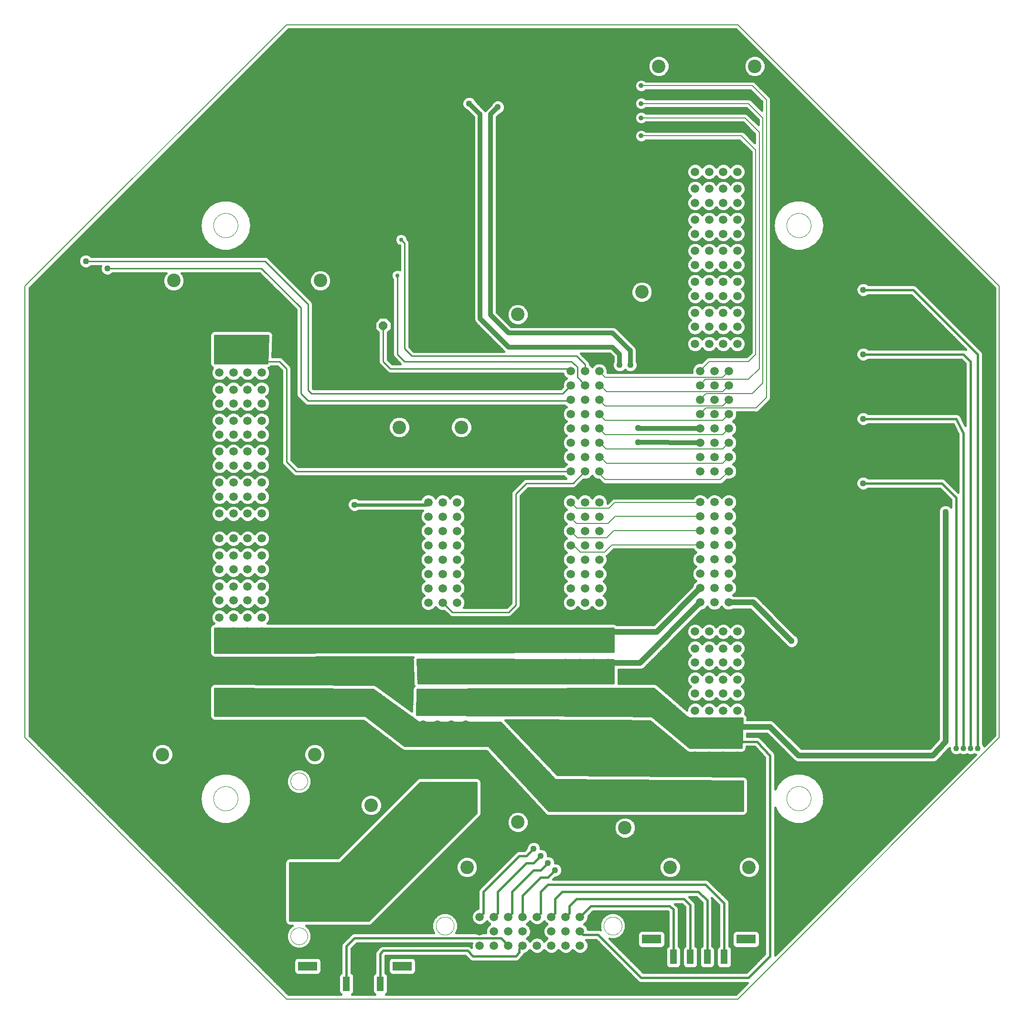
<source format=gtl>
G75*
%MOIN*%
%OFA0B0*%
%FSLAX25Y25*%
%IPPOS*%
%LPD*%
%AMOC8*
5,1,8,0,0,1.08239X$1,22.5*
%
%ADD10C,0.00000*%
%ADD11C,0.00800*%
%ADD12C,0.05937*%
%ADD13C,0.10630*%
%ADD14R,0.13504X0.06496*%
%ADD15R,0.05000X0.10000*%
%ADD16OC8,0.06000*%
%ADD17C,0.01600*%
%ADD18C,0.04362*%
%ADD19C,0.04000*%
%ADD20C,0.04000*%
%ADD21C,0.00700*%
%ADD22C,0.03500*%
%ADD23C,0.01000*%
%ADD24C,0.03200*%
%ADD25C,0.09449*%
%ADD26C,0.02400*%
%ADD27C,0.03000*%
D10*
X0133300Y0141800D02*
X0133303Y0142009D01*
X0133310Y0142217D01*
X0133323Y0142425D01*
X0133341Y0142633D01*
X0133364Y0142840D01*
X0133392Y0143047D01*
X0133425Y0143253D01*
X0133463Y0143458D01*
X0133507Y0143662D01*
X0133555Y0143865D01*
X0133608Y0144067D01*
X0133666Y0144267D01*
X0133729Y0144466D01*
X0133797Y0144664D01*
X0133870Y0144859D01*
X0133947Y0145053D01*
X0134029Y0145245D01*
X0134116Y0145434D01*
X0134208Y0145622D01*
X0134304Y0145807D01*
X0134404Y0145990D01*
X0134509Y0146170D01*
X0134619Y0146347D01*
X0134733Y0146522D01*
X0134851Y0146694D01*
X0134973Y0146863D01*
X0135099Y0147029D01*
X0135229Y0147192D01*
X0135364Y0147352D01*
X0135502Y0147508D01*
X0135644Y0147661D01*
X0135790Y0147810D01*
X0135939Y0147956D01*
X0136092Y0148098D01*
X0136248Y0148236D01*
X0136408Y0148371D01*
X0136571Y0148501D01*
X0136737Y0148627D01*
X0136906Y0148749D01*
X0137078Y0148867D01*
X0137253Y0148981D01*
X0137430Y0149091D01*
X0137610Y0149196D01*
X0137793Y0149296D01*
X0137978Y0149392D01*
X0138166Y0149484D01*
X0138355Y0149571D01*
X0138547Y0149653D01*
X0138741Y0149730D01*
X0138936Y0149803D01*
X0139134Y0149871D01*
X0139333Y0149934D01*
X0139533Y0149992D01*
X0139735Y0150045D01*
X0139938Y0150093D01*
X0140142Y0150137D01*
X0140347Y0150175D01*
X0140553Y0150208D01*
X0140760Y0150236D01*
X0140967Y0150259D01*
X0141175Y0150277D01*
X0141383Y0150290D01*
X0141591Y0150297D01*
X0141800Y0150300D01*
X0142009Y0150297D01*
X0142217Y0150290D01*
X0142425Y0150277D01*
X0142633Y0150259D01*
X0142840Y0150236D01*
X0143047Y0150208D01*
X0143253Y0150175D01*
X0143458Y0150137D01*
X0143662Y0150093D01*
X0143865Y0150045D01*
X0144067Y0149992D01*
X0144267Y0149934D01*
X0144466Y0149871D01*
X0144664Y0149803D01*
X0144859Y0149730D01*
X0145053Y0149653D01*
X0145245Y0149571D01*
X0145434Y0149484D01*
X0145622Y0149392D01*
X0145807Y0149296D01*
X0145990Y0149196D01*
X0146170Y0149091D01*
X0146347Y0148981D01*
X0146522Y0148867D01*
X0146694Y0148749D01*
X0146863Y0148627D01*
X0147029Y0148501D01*
X0147192Y0148371D01*
X0147352Y0148236D01*
X0147508Y0148098D01*
X0147661Y0147956D01*
X0147810Y0147810D01*
X0147956Y0147661D01*
X0148098Y0147508D01*
X0148236Y0147352D01*
X0148371Y0147192D01*
X0148501Y0147029D01*
X0148627Y0146863D01*
X0148749Y0146694D01*
X0148867Y0146522D01*
X0148981Y0146347D01*
X0149091Y0146170D01*
X0149196Y0145990D01*
X0149296Y0145807D01*
X0149392Y0145622D01*
X0149484Y0145434D01*
X0149571Y0145245D01*
X0149653Y0145053D01*
X0149730Y0144859D01*
X0149803Y0144664D01*
X0149871Y0144466D01*
X0149934Y0144267D01*
X0149992Y0144067D01*
X0150045Y0143865D01*
X0150093Y0143662D01*
X0150137Y0143458D01*
X0150175Y0143253D01*
X0150208Y0143047D01*
X0150236Y0142840D01*
X0150259Y0142633D01*
X0150277Y0142425D01*
X0150290Y0142217D01*
X0150297Y0142009D01*
X0150300Y0141800D01*
X0150297Y0141591D01*
X0150290Y0141383D01*
X0150277Y0141175D01*
X0150259Y0140967D01*
X0150236Y0140760D01*
X0150208Y0140553D01*
X0150175Y0140347D01*
X0150137Y0140142D01*
X0150093Y0139938D01*
X0150045Y0139735D01*
X0149992Y0139533D01*
X0149934Y0139333D01*
X0149871Y0139134D01*
X0149803Y0138936D01*
X0149730Y0138741D01*
X0149653Y0138547D01*
X0149571Y0138355D01*
X0149484Y0138166D01*
X0149392Y0137978D01*
X0149296Y0137793D01*
X0149196Y0137610D01*
X0149091Y0137430D01*
X0148981Y0137253D01*
X0148867Y0137078D01*
X0148749Y0136906D01*
X0148627Y0136737D01*
X0148501Y0136571D01*
X0148371Y0136408D01*
X0148236Y0136248D01*
X0148098Y0136092D01*
X0147956Y0135939D01*
X0147810Y0135790D01*
X0147661Y0135644D01*
X0147508Y0135502D01*
X0147352Y0135364D01*
X0147192Y0135229D01*
X0147029Y0135099D01*
X0146863Y0134973D01*
X0146694Y0134851D01*
X0146522Y0134733D01*
X0146347Y0134619D01*
X0146170Y0134509D01*
X0145990Y0134404D01*
X0145807Y0134304D01*
X0145622Y0134208D01*
X0145434Y0134116D01*
X0145245Y0134029D01*
X0145053Y0133947D01*
X0144859Y0133870D01*
X0144664Y0133797D01*
X0144466Y0133729D01*
X0144267Y0133666D01*
X0144067Y0133608D01*
X0143865Y0133555D01*
X0143662Y0133507D01*
X0143458Y0133463D01*
X0143253Y0133425D01*
X0143047Y0133392D01*
X0142840Y0133364D01*
X0142633Y0133341D01*
X0142425Y0133323D01*
X0142217Y0133310D01*
X0142009Y0133303D01*
X0141800Y0133300D01*
X0141591Y0133303D01*
X0141383Y0133310D01*
X0141175Y0133323D01*
X0140967Y0133341D01*
X0140760Y0133364D01*
X0140553Y0133392D01*
X0140347Y0133425D01*
X0140142Y0133463D01*
X0139938Y0133507D01*
X0139735Y0133555D01*
X0139533Y0133608D01*
X0139333Y0133666D01*
X0139134Y0133729D01*
X0138936Y0133797D01*
X0138741Y0133870D01*
X0138547Y0133947D01*
X0138355Y0134029D01*
X0138166Y0134116D01*
X0137978Y0134208D01*
X0137793Y0134304D01*
X0137610Y0134404D01*
X0137430Y0134509D01*
X0137253Y0134619D01*
X0137078Y0134733D01*
X0136906Y0134851D01*
X0136737Y0134973D01*
X0136571Y0135099D01*
X0136408Y0135229D01*
X0136248Y0135364D01*
X0136092Y0135502D01*
X0135939Y0135644D01*
X0135790Y0135790D01*
X0135644Y0135939D01*
X0135502Y0136092D01*
X0135364Y0136248D01*
X0135229Y0136408D01*
X0135099Y0136571D01*
X0134973Y0136737D01*
X0134851Y0136906D01*
X0134733Y0137078D01*
X0134619Y0137253D01*
X0134509Y0137430D01*
X0134404Y0137610D01*
X0134304Y0137793D01*
X0134208Y0137978D01*
X0134116Y0138166D01*
X0134029Y0138355D01*
X0133947Y0138547D01*
X0133870Y0138741D01*
X0133797Y0138936D01*
X0133729Y0139134D01*
X0133666Y0139333D01*
X0133608Y0139533D01*
X0133555Y0139735D01*
X0133507Y0139938D01*
X0133463Y0140142D01*
X0133425Y0140347D01*
X0133392Y0140553D01*
X0133364Y0140760D01*
X0133341Y0140967D01*
X0133323Y0141175D01*
X0133310Y0141383D01*
X0133303Y0141591D01*
X0133300Y0141800D01*
X0187154Y0153808D02*
X0187156Y0153961D01*
X0187162Y0154115D01*
X0187172Y0154268D01*
X0187186Y0154420D01*
X0187204Y0154573D01*
X0187226Y0154724D01*
X0187251Y0154875D01*
X0187281Y0155026D01*
X0187315Y0155176D01*
X0187352Y0155324D01*
X0187393Y0155472D01*
X0187438Y0155618D01*
X0187487Y0155764D01*
X0187540Y0155908D01*
X0187596Y0156050D01*
X0187656Y0156191D01*
X0187720Y0156331D01*
X0187787Y0156469D01*
X0187858Y0156605D01*
X0187933Y0156739D01*
X0188010Y0156871D01*
X0188092Y0157001D01*
X0188176Y0157129D01*
X0188264Y0157255D01*
X0188355Y0157378D01*
X0188449Y0157499D01*
X0188547Y0157617D01*
X0188647Y0157733D01*
X0188751Y0157846D01*
X0188857Y0157957D01*
X0188966Y0158065D01*
X0189078Y0158170D01*
X0189192Y0158271D01*
X0189310Y0158370D01*
X0189429Y0158466D01*
X0189551Y0158559D01*
X0189676Y0158648D01*
X0189803Y0158735D01*
X0189932Y0158817D01*
X0190063Y0158897D01*
X0190196Y0158973D01*
X0190331Y0159046D01*
X0190468Y0159115D01*
X0190607Y0159180D01*
X0190747Y0159242D01*
X0190889Y0159300D01*
X0191032Y0159355D01*
X0191177Y0159406D01*
X0191323Y0159453D01*
X0191470Y0159496D01*
X0191618Y0159535D01*
X0191767Y0159571D01*
X0191917Y0159602D01*
X0192068Y0159630D01*
X0192219Y0159654D01*
X0192372Y0159674D01*
X0192524Y0159690D01*
X0192677Y0159702D01*
X0192830Y0159710D01*
X0192983Y0159714D01*
X0193137Y0159714D01*
X0193290Y0159710D01*
X0193443Y0159702D01*
X0193596Y0159690D01*
X0193748Y0159674D01*
X0193901Y0159654D01*
X0194052Y0159630D01*
X0194203Y0159602D01*
X0194353Y0159571D01*
X0194502Y0159535D01*
X0194650Y0159496D01*
X0194797Y0159453D01*
X0194943Y0159406D01*
X0195088Y0159355D01*
X0195231Y0159300D01*
X0195373Y0159242D01*
X0195513Y0159180D01*
X0195652Y0159115D01*
X0195789Y0159046D01*
X0195924Y0158973D01*
X0196057Y0158897D01*
X0196188Y0158817D01*
X0196317Y0158735D01*
X0196444Y0158648D01*
X0196569Y0158559D01*
X0196691Y0158466D01*
X0196810Y0158370D01*
X0196928Y0158271D01*
X0197042Y0158170D01*
X0197154Y0158065D01*
X0197263Y0157957D01*
X0197369Y0157846D01*
X0197473Y0157733D01*
X0197573Y0157617D01*
X0197671Y0157499D01*
X0197765Y0157378D01*
X0197856Y0157255D01*
X0197944Y0157129D01*
X0198028Y0157001D01*
X0198110Y0156871D01*
X0198187Y0156739D01*
X0198262Y0156605D01*
X0198333Y0156469D01*
X0198400Y0156331D01*
X0198464Y0156191D01*
X0198524Y0156050D01*
X0198580Y0155908D01*
X0198633Y0155764D01*
X0198682Y0155618D01*
X0198727Y0155472D01*
X0198768Y0155324D01*
X0198805Y0155176D01*
X0198839Y0155026D01*
X0198869Y0154875D01*
X0198894Y0154724D01*
X0198916Y0154573D01*
X0198934Y0154420D01*
X0198948Y0154268D01*
X0198958Y0154115D01*
X0198964Y0153961D01*
X0198966Y0153808D01*
X0198964Y0153655D01*
X0198958Y0153501D01*
X0198948Y0153348D01*
X0198934Y0153196D01*
X0198916Y0153043D01*
X0198894Y0152892D01*
X0198869Y0152741D01*
X0198839Y0152590D01*
X0198805Y0152440D01*
X0198768Y0152292D01*
X0198727Y0152144D01*
X0198682Y0151998D01*
X0198633Y0151852D01*
X0198580Y0151708D01*
X0198524Y0151566D01*
X0198464Y0151425D01*
X0198400Y0151285D01*
X0198333Y0151147D01*
X0198262Y0151011D01*
X0198187Y0150877D01*
X0198110Y0150745D01*
X0198028Y0150615D01*
X0197944Y0150487D01*
X0197856Y0150361D01*
X0197765Y0150238D01*
X0197671Y0150117D01*
X0197573Y0149999D01*
X0197473Y0149883D01*
X0197369Y0149770D01*
X0197263Y0149659D01*
X0197154Y0149551D01*
X0197042Y0149446D01*
X0196928Y0149345D01*
X0196810Y0149246D01*
X0196691Y0149150D01*
X0196569Y0149057D01*
X0196444Y0148968D01*
X0196317Y0148881D01*
X0196188Y0148799D01*
X0196057Y0148719D01*
X0195924Y0148643D01*
X0195789Y0148570D01*
X0195652Y0148501D01*
X0195513Y0148436D01*
X0195373Y0148374D01*
X0195231Y0148316D01*
X0195088Y0148261D01*
X0194943Y0148210D01*
X0194797Y0148163D01*
X0194650Y0148120D01*
X0194502Y0148081D01*
X0194353Y0148045D01*
X0194203Y0148014D01*
X0194052Y0147986D01*
X0193901Y0147962D01*
X0193748Y0147942D01*
X0193596Y0147926D01*
X0193443Y0147914D01*
X0193290Y0147906D01*
X0193137Y0147902D01*
X0192983Y0147902D01*
X0192830Y0147906D01*
X0192677Y0147914D01*
X0192524Y0147926D01*
X0192372Y0147942D01*
X0192219Y0147962D01*
X0192068Y0147986D01*
X0191917Y0148014D01*
X0191767Y0148045D01*
X0191618Y0148081D01*
X0191470Y0148120D01*
X0191323Y0148163D01*
X0191177Y0148210D01*
X0191032Y0148261D01*
X0190889Y0148316D01*
X0190747Y0148374D01*
X0190607Y0148436D01*
X0190468Y0148501D01*
X0190331Y0148570D01*
X0190196Y0148643D01*
X0190063Y0148719D01*
X0189932Y0148799D01*
X0189803Y0148881D01*
X0189676Y0148968D01*
X0189551Y0149057D01*
X0189429Y0149150D01*
X0189310Y0149246D01*
X0189192Y0149345D01*
X0189078Y0149446D01*
X0188966Y0149551D01*
X0188857Y0149659D01*
X0188751Y0149770D01*
X0188647Y0149883D01*
X0188547Y0149999D01*
X0188449Y0150117D01*
X0188355Y0150238D01*
X0188264Y0150361D01*
X0188176Y0150487D01*
X0188092Y0150615D01*
X0188010Y0150745D01*
X0187933Y0150877D01*
X0187858Y0151011D01*
X0187787Y0151147D01*
X0187720Y0151285D01*
X0187656Y0151425D01*
X0187596Y0151566D01*
X0187540Y0151708D01*
X0187487Y0151852D01*
X0187438Y0151998D01*
X0187393Y0152144D01*
X0187352Y0152292D01*
X0187315Y0152440D01*
X0187281Y0152590D01*
X0187251Y0152741D01*
X0187226Y0152892D01*
X0187204Y0153043D01*
X0187186Y0153196D01*
X0187172Y0153348D01*
X0187162Y0153501D01*
X0187156Y0153655D01*
X0187154Y0153808D01*
X0187154Y0045776D02*
X0187156Y0045929D01*
X0187162Y0046083D01*
X0187172Y0046236D01*
X0187186Y0046388D01*
X0187204Y0046541D01*
X0187226Y0046692D01*
X0187251Y0046843D01*
X0187281Y0046994D01*
X0187315Y0047144D01*
X0187352Y0047292D01*
X0187393Y0047440D01*
X0187438Y0047586D01*
X0187487Y0047732D01*
X0187540Y0047876D01*
X0187596Y0048018D01*
X0187656Y0048159D01*
X0187720Y0048299D01*
X0187787Y0048437D01*
X0187858Y0048573D01*
X0187933Y0048707D01*
X0188010Y0048839D01*
X0188092Y0048969D01*
X0188176Y0049097D01*
X0188264Y0049223D01*
X0188355Y0049346D01*
X0188449Y0049467D01*
X0188547Y0049585D01*
X0188647Y0049701D01*
X0188751Y0049814D01*
X0188857Y0049925D01*
X0188966Y0050033D01*
X0189078Y0050138D01*
X0189192Y0050239D01*
X0189310Y0050338D01*
X0189429Y0050434D01*
X0189551Y0050527D01*
X0189676Y0050616D01*
X0189803Y0050703D01*
X0189932Y0050785D01*
X0190063Y0050865D01*
X0190196Y0050941D01*
X0190331Y0051014D01*
X0190468Y0051083D01*
X0190607Y0051148D01*
X0190747Y0051210D01*
X0190889Y0051268D01*
X0191032Y0051323D01*
X0191177Y0051374D01*
X0191323Y0051421D01*
X0191470Y0051464D01*
X0191618Y0051503D01*
X0191767Y0051539D01*
X0191917Y0051570D01*
X0192068Y0051598D01*
X0192219Y0051622D01*
X0192372Y0051642D01*
X0192524Y0051658D01*
X0192677Y0051670D01*
X0192830Y0051678D01*
X0192983Y0051682D01*
X0193137Y0051682D01*
X0193290Y0051678D01*
X0193443Y0051670D01*
X0193596Y0051658D01*
X0193748Y0051642D01*
X0193901Y0051622D01*
X0194052Y0051598D01*
X0194203Y0051570D01*
X0194353Y0051539D01*
X0194502Y0051503D01*
X0194650Y0051464D01*
X0194797Y0051421D01*
X0194943Y0051374D01*
X0195088Y0051323D01*
X0195231Y0051268D01*
X0195373Y0051210D01*
X0195513Y0051148D01*
X0195652Y0051083D01*
X0195789Y0051014D01*
X0195924Y0050941D01*
X0196057Y0050865D01*
X0196188Y0050785D01*
X0196317Y0050703D01*
X0196444Y0050616D01*
X0196569Y0050527D01*
X0196691Y0050434D01*
X0196810Y0050338D01*
X0196928Y0050239D01*
X0197042Y0050138D01*
X0197154Y0050033D01*
X0197263Y0049925D01*
X0197369Y0049814D01*
X0197473Y0049701D01*
X0197573Y0049585D01*
X0197671Y0049467D01*
X0197765Y0049346D01*
X0197856Y0049223D01*
X0197944Y0049097D01*
X0198028Y0048969D01*
X0198110Y0048839D01*
X0198187Y0048707D01*
X0198262Y0048573D01*
X0198333Y0048437D01*
X0198400Y0048299D01*
X0198464Y0048159D01*
X0198524Y0048018D01*
X0198580Y0047876D01*
X0198633Y0047732D01*
X0198682Y0047586D01*
X0198727Y0047440D01*
X0198768Y0047292D01*
X0198805Y0047144D01*
X0198839Y0046994D01*
X0198869Y0046843D01*
X0198894Y0046692D01*
X0198916Y0046541D01*
X0198934Y0046388D01*
X0198948Y0046236D01*
X0198958Y0046083D01*
X0198964Y0045929D01*
X0198966Y0045776D01*
X0198964Y0045623D01*
X0198958Y0045469D01*
X0198948Y0045316D01*
X0198934Y0045164D01*
X0198916Y0045011D01*
X0198894Y0044860D01*
X0198869Y0044709D01*
X0198839Y0044558D01*
X0198805Y0044408D01*
X0198768Y0044260D01*
X0198727Y0044112D01*
X0198682Y0043966D01*
X0198633Y0043820D01*
X0198580Y0043676D01*
X0198524Y0043534D01*
X0198464Y0043393D01*
X0198400Y0043253D01*
X0198333Y0043115D01*
X0198262Y0042979D01*
X0198187Y0042845D01*
X0198110Y0042713D01*
X0198028Y0042583D01*
X0197944Y0042455D01*
X0197856Y0042329D01*
X0197765Y0042206D01*
X0197671Y0042085D01*
X0197573Y0041967D01*
X0197473Y0041851D01*
X0197369Y0041738D01*
X0197263Y0041627D01*
X0197154Y0041519D01*
X0197042Y0041414D01*
X0196928Y0041313D01*
X0196810Y0041214D01*
X0196691Y0041118D01*
X0196569Y0041025D01*
X0196444Y0040936D01*
X0196317Y0040849D01*
X0196188Y0040767D01*
X0196057Y0040687D01*
X0195924Y0040611D01*
X0195789Y0040538D01*
X0195652Y0040469D01*
X0195513Y0040404D01*
X0195373Y0040342D01*
X0195231Y0040284D01*
X0195088Y0040229D01*
X0194943Y0040178D01*
X0194797Y0040131D01*
X0194650Y0040088D01*
X0194502Y0040049D01*
X0194353Y0040013D01*
X0194203Y0039982D01*
X0194052Y0039954D01*
X0193901Y0039930D01*
X0193748Y0039910D01*
X0193596Y0039894D01*
X0193443Y0039882D01*
X0193290Y0039874D01*
X0193137Y0039870D01*
X0192983Y0039870D01*
X0192830Y0039874D01*
X0192677Y0039882D01*
X0192524Y0039894D01*
X0192372Y0039910D01*
X0192219Y0039930D01*
X0192068Y0039954D01*
X0191917Y0039982D01*
X0191767Y0040013D01*
X0191618Y0040049D01*
X0191470Y0040088D01*
X0191323Y0040131D01*
X0191177Y0040178D01*
X0191032Y0040229D01*
X0190889Y0040284D01*
X0190747Y0040342D01*
X0190607Y0040404D01*
X0190468Y0040469D01*
X0190331Y0040538D01*
X0190196Y0040611D01*
X0190063Y0040687D01*
X0189932Y0040767D01*
X0189803Y0040849D01*
X0189676Y0040936D01*
X0189551Y0041025D01*
X0189429Y0041118D01*
X0189310Y0041214D01*
X0189192Y0041313D01*
X0189078Y0041414D01*
X0188966Y0041519D01*
X0188857Y0041627D01*
X0188751Y0041738D01*
X0188647Y0041851D01*
X0188547Y0041967D01*
X0188449Y0042085D01*
X0188355Y0042206D01*
X0188264Y0042329D01*
X0188176Y0042455D01*
X0188092Y0042583D01*
X0188010Y0042713D01*
X0187933Y0042845D01*
X0187858Y0042979D01*
X0187787Y0043115D01*
X0187720Y0043253D01*
X0187656Y0043393D01*
X0187596Y0043534D01*
X0187540Y0043676D01*
X0187487Y0043820D01*
X0187438Y0043966D01*
X0187393Y0044112D01*
X0187352Y0044260D01*
X0187315Y0044408D01*
X0187281Y0044558D01*
X0187251Y0044709D01*
X0187226Y0044860D01*
X0187204Y0045011D01*
X0187186Y0045164D01*
X0187172Y0045316D01*
X0187162Y0045469D01*
X0187156Y0045623D01*
X0187154Y0045776D01*
X0288572Y0052902D02*
X0288574Y0053060D01*
X0288580Y0053218D01*
X0288590Y0053376D01*
X0288604Y0053534D01*
X0288622Y0053691D01*
X0288643Y0053848D01*
X0288669Y0054004D01*
X0288699Y0054160D01*
X0288732Y0054315D01*
X0288770Y0054468D01*
X0288811Y0054621D01*
X0288856Y0054773D01*
X0288905Y0054924D01*
X0288958Y0055073D01*
X0289014Y0055221D01*
X0289074Y0055367D01*
X0289138Y0055512D01*
X0289206Y0055655D01*
X0289277Y0055797D01*
X0289351Y0055937D01*
X0289429Y0056074D01*
X0289511Y0056210D01*
X0289595Y0056344D01*
X0289684Y0056475D01*
X0289775Y0056604D01*
X0289870Y0056731D01*
X0289967Y0056856D01*
X0290068Y0056978D01*
X0290172Y0057097D01*
X0290279Y0057214D01*
X0290389Y0057328D01*
X0290502Y0057439D01*
X0290617Y0057548D01*
X0290735Y0057653D01*
X0290856Y0057755D01*
X0290979Y0057855D01*
X0291105Y0057951D01*
X0291233Y0058044D01*
X0291363Y0058134D01*
X0291496Y0058220D01*
X0291631Y0058304D01*
X0291767Y0058383D01*
X0291906Y0058460D01*
X0292047Y0058532D01*
X0292189Y0058602D01*
X0292333Y0058667D01*
X0292479Y0058729D01*
X0292626Y0058787D01*
X0292775Y0058842D01*
X0292925Y0058893D01*
X0293076Y0058940D01*
X0293228Y0058983D01*
X0293381Y0059022D01*
X0293536Y0059058D01*
X0293691Y0059089D01*
X0293847Y0059117D01*
X0294003Y0059141D01*
X0294160Y0059161D01*
X0294318Y0059177D01*
X0294475Y0059189D01*
X0294634Y0059197D01*
X0294792Y0059201D01*
X0294950Y0059201D01*
X0295108Y0059197D01*
X0295267Y0059189D01*
X0295424Y0059177D01*
X0295582Y0059161D01*
X0295739Y0059141D01*
X0295895Y0059117D01*
X0296051Y0059089D01*
X0296206Y0059058D01*
X0296361Y0059022D01*
X0296514Y0058983D01*
X0296666Y0058940D01*
X0296817Y0058893D01*
X0296967Y0058842D01*
X0297116Y0058787D01*
X0297263Y0058729D01*
X0297409Y0058667D01*
X0297553Y0058602D01*
X0297695Y0058532D01*
X0297836Y0058460D01*
X0297975Y0058383D01*
X0298111Y0058304D01*
X0298246Y0058220D01*
X0298379Y0058134D01*
X0298509Y0058044D01*
X0298637Y0057951D01*
X0298763Y0057855D01*
X0298886Y0057755D01*
X0299007Y0057653D01*
X0299125Y0057548D01*
X0299240Y0057439D01*
X0299353Y0057328D01*
X0299463Y0057214D01*
X0299570Y0057097D01*
X0299674Y0056978D01*
X0299775Y0056856D01*
X0299872Y0056731D01*
X0299967Y0056604D01*
X0300058Y0056475D01*
X0300147Y0056344D01*
X0300231Y0056210D01*
X0300313Y0056074D01*
X0300391Y0055937D01*
X0300465Y0055797D01*
X0300536Y0055655D01*
X0300604Y0055512D01*
X0300668Y0055367D01*
X0300728Y0055221D01*
X0300784Y0055073D01*
X0300837Y0054924D01*
X0300886Y0054773D01*
X0300931Y0054621D01*
X0300972Y0054468D01*
X0301010Y0054315D01*
X0301043Y0054160D01*
X0301073Y0054004D01*
X0301099Y0053848D01*
X0301120Y0053691D01*
X0301138Y0053534D01*
X0301152Y0053376D01*
X0301162Y0053218D01*
X0301168Y0053060D01*
X0301170Y0052902D01*
X0301168Y0052744D01*
X0301162Y0052586D01*
X0301152Y0052428D01*
X0301138Y0052270D01*
X0301120Y0052113D01*
X0301099Y0051956D01*
X0301073Y0051800D01*
X0301043Y0051644D01*
X0301010Y0051489D01*
X0300972Y0051336D01*
X0300931Y0051183D01*
X0300886Y0051031D01*
X0300837Y0050880D01*
X0300784Y0050731D01*
X0300728Y0050583D01*
X0300668Y0050437D01*
X0300604Y0050292D01*
X0300536Y0050149D01*
X0300465Y0050007D01*
X0300391Y0049867D01*
X0300313Y0049730D01*
X0300231Y0049594D01*
X0300147Y0049460D01*
X0300058Y0049329D01*
X0299967Y0049200D01*
X0299872Y0049073D01*
X0299775Y0048948D01*
X0299674Y0048826D01*
X0299570Y0048707D01*
X0299463Y0048590D01*
X0299353Y0048476D01*
X0299240Y0048365D01*
X0299125Y0048256D01*
X0299007Y0048151D01*
X0298886Y0048049D01*
X0298763Y0047949D01*
X0298637Y0047853D01*
X0298509Y0047760D01*
X0298379Y0047670D01*
X0298246Y0047584D01*
X0298111Y0047500D01*
X0297975Y0047421D01*
X0297836Y0047344D01*
X0297695Y0047272D01*
X0297553Y0047202D01*
X0297409Y0047137D01*
X0297263Y0047075D01*
X0297116Y0047017D01*
X0296967Y0046962D01*
X0296817Y0046911D01*
X0296666Y0046864D01*
X0296514Y0046821D01*
X0296361Y0046782D01*
X0296206Y0046746D01*
X0296051Y0046715D01*
X0295895Y0046687D01*
X0295739Y0046663D01*
X0295582Y0046643D01*
X0295424Y0046627D01*
X0295267Y0046615D01*
X0295108Y0046607D01*
X0294950Y0046603D01*
X0294792Y0046603D01*
X0294634Y0046607D01*
X0294475Y0046615D01*
X0294318Y0046627D01*
X0294160Y0046643D01*
X0294003Y0046663D01*
X0293847Y0046687D01*
X0293691Y0046715D01*
X0293536Y0046746D01*
X0293381Y0046782D01*
X0293228Y0046821D01*
X0293076Y0046864D01*
X0292925Y0046911D01*
X0292775Y0046962D01*
X0292626Y0047017D01*
X0292479Y0047075D01*
X0292333Y0047137D01*
X0292189Y0047202D01*
X0292047Y0047272D01*
X0291906Y0047344D01*
X0291767Y0047421D01*
X0291631Y0047500D01*
X0291496Y0047584D01*
X0291363Y0047670D01*
X0291233Y0047760D01*
X0291105Y0047853D01*
X0290979Y0047949D01*
X0290856Y0048049D01*
X0290735Y0048151D01*
X0290617Y0048256D01*
X0290502Y0048365D01*
X0290389Y0048476D01*
X0290279Y0048590D01*
X0290172Y0048707D01*
X0290068Y0048826D01*
X0289967Y0048948D01*
X0289870Y0049073D01*
X0289775Y0049200D01*
X0289684Y0049329D01*
X0289595Y0049460D01*
X0289511Y0049594D01*
X0289429Y0049730D01*
X0289351Y0049867D01*
X0289277Y0050007D01*
X0289206Y0050149D01*
X0289138Y0050292D01*
X0289074Y0050437D01*
X0289014Y0050583D01*
X0288958Y0050731D01*
X0288905Y0050880D01*
X0288856Y0051031D01*
X0288811Y0051183D01*
X0288770Y0051336D01*
X0288732Y0051489D01*
X0288699Y0051644D01*
X0288669Y0051800D01*
X0288643Y0051956D01*
X0288622Y0052113D01*
X0288604Y0052270D01*
X0288590Y0052428D01*
X0288580Y0052586D01*
X0288574Y0052744D01*
X0288572Y0052902D01*
X0405737Y0052902D02*
X0405739Y0053060D01*
X0405745Y0053218D01*
X0405755Y0053376D01*
X0405769Y0053534D01*
X0405787Y0053691D01*
X0405808Y0053848D01*
X0405834Y0054004D01*
X0405864Y0054160D01*
X0405897Y0054315D01*
X0405935Y0054468D01*
X0405976Y0054621D01*
X0406021Y0054773D01*
X0406070Y0054924D01*
X0406123Y0055073D01*
X0406179Y0055221D01*
X0406239Y0055367D01*
X0406303Y0055512D01*
X0406371Y0055655D01*
X0406442Y0055797D01*
X0406516Y0055937D01*
X0406594Y0056074D01*
X0406676Y0056210D01*
X0406760Y0056344D01*
X0406849Y0056475D01*
X0406940Y0056604D01*
X0407035Y0056731D01*
X0407132Y0056856D01*
X0407233Y0056978D01*
X0407337Y0057097D01*
X0407444Y0057214D01*
X0407554Y0057328D01*
X0407667Y0057439D01*
X0407782Y0057548D01*
X0407900Y0057653D01*
X0408021Y0057755D01*
X0408144Y0057855D01*
X0408270Y0057951D01*
X0408398Y0058044D01*
X0408528Y0058134D01*
X0408661Y0058220D01*
X0408796Y0058304D01*
X0408932Y0058383D01*
X0409071Y0058460D01*
X0409212Y0058532D01*
X0409354Y0058602D01*
X0409498Y0058667D01*
X0409644Y0058729D01*
X0409791Y0058787D01*
X0409940Y0058842D01*
X0410090Y0058893D01*
X0410241Y0058940D01*
X0410393Y0058983D01*
X0410546Y0059022D01*
X0410701Y0059058D01*
X0410856Y0059089D01*
X0411012Y0059117D01*
X0411168Y0059141D01*
X0411325Y0059161D01*
X0411483Y0059177D01*
X0411640Y0059189D01*
X0411799Y0059197D01*
X0411957Y0059201D01*
X0412115Y0059201D01*
X0412273Y0059197D01*
X0412432Y0059189D01*
X0412589Y0059177D01*
X0412747Y0059161D01*
X0412904Y0059141D01*
X0413060Y0059117D01*
X0413216Y0059089D01*
X0413371Y0059058D01*
X0413526Y0059022D01*
X0413679Y0058983D01*
X0413831Y0058940D01*
X0413982Y0058893D01*
X0414132Y0058842D01*
X0414281Y0058787D01*
X0414428Y0058729D01*
X0414574Y0058667D01*
X0414718Y0058602D01*
X0414860Y0058532D01*
X0415001Y0058460D01*
X0415140Y0058383D01*
X0415276Y0058304D01*
X0415411Y0058220D01*
X0415544Y0058134D01*
X0415674Y0058044D01*
X0415802Y0057951D01*
X0415928Y0057855D01*
X0416051Y0057755D01*
X0416172Y0057653D01*
X0416290Y0057548D01*
X0416405Y0057439D01*
X0416518Y0057328D01*
X0416628Y0057214D01*
X0416735Y0057097D01*
X0416839Y0056978D01*
X0416940Y0056856D01*
X0417037Y0056731D01*
X0417132Y0056604D01*
X0417223Y0056475D01*
X0417312Y0056344D01*
X0417396Y0056210D01*
X0417478Y0056074D01*
X0417556Y0055937D01*
X0417630Y0055797D01*
X0417701Y0055655D01*
X0417769Y0055512D01*
X0417833Y0055367D01*
X0417893Y0055221D01*
X0417949Y0055073D01*
X0418002Y0054924D01*
X0418051Y0054773D01*
X0418096Y0054621D01*
X0418137Y0054468D01*
X0418175Y0054315D01*
X0418208Y0054160D01*
X0418238Y0054004D01*
X0418264Y0053848D01*
X0418285Y0053691D01*
X0418303Y0053534D01*
X0418317Y0053376D01*
X0418327Y0053218D01*
X0418333Y0053060D01*
X0418335Y0052902D01*
X0418333Y0052744D01*
X0418327Y0052586D01*
X0418317Y0052428D01*
X0418303Y0052270D01*
X0418285Y0052113D01*
X0418264Y0051956D01*
X0418238Y0051800D01*
X0418208Y0051644D01*
X0418175Y0051489D01*
X0418137Y0051336D01*
X0418096Y0051183D01*
X0418051Y0051031D01*
X0418002Y0050880D01*
X0417949Y0050731D01*
X0417893Y0050583D01*
X0417833Y0050437D01*
X0417769Y0050292D01*
X0417701Y0050149D01*
X0417630Y0050007D01*
X0417556Y0049867D01*
X0417478Y0049730D01*
X0417396Y0049594D01*
X0417312Y0049460D01*
X0417223Y0049329D01*
X0417132Y0049200D01*
X0417037Y0049073D01*
X0416940Y0048948D01*
X0416839Y0048826D01*
X0416735Y0048707D01*
X0416628Y0048590D01*
X0416518Y0048476D01*
X0416405Y0048365D01*
X0416290Y0048256D01*
X0416172Y0048151D01*
X0416051Y0048049D01*
X0415928Y0047949D01*
X0415802Y0047853D01*
X0415674Y0047760D01*
X0415544Y0047670D01*
X0415411Y0047584D01*
X0415276Y0047500D01*
X0415140Y0047421D01*
X0415001Y0047344D01*
X0414860Y0047272D01*
X0414718Y0047202D01*
X0414574Y0047137D01*
X0414428Y0047075D01*
X0414281Y0047017D01*
X0414132Y0046962D01*
X0413982Y0046911D01*
X0413831Y0046864D01*
X0413679Y0046821D01*
X0413526Y0046782D01*
X0413371Y0046746D01*
X0413216Y0046715D01*
X0413060Y0046687D01*
X0412904Y0046663D01*
X0412747Y0046643D01*
X0412589Y0046627D01*
X0412432Y0046615D01*
X0412273Y0046607D01*
X0412115Y0046603D01*
X0411957Y0046603D01*
X0411799Y0046607D01*
X0411640Y0046615D01*
X0411483Y0046627D01*
X0411325Y0046643D01*
X0411168Y0046663D01*
X0411012Y0046687D01*
X0410856Y0046715D01*
X0410701Y0046746D01*
X0410546Y0046782D01*
X0410393Y0046821D01*
X0410241Y0046864D01*
X0410090Y0046911D01*
X0409940Y0046962D01*
X0409791Y0047017D01*
X0409644Y0047075D01*
X0409498Y0047137D01*
X0409354Y0047202D01*
X0409212Y0047272D01*
X0409071Y0047344D01*
X0408932Y0047421D01*
X0408796Y0047500D01*
X0408661Y0047584D01*
X0408528Y0047670D01*
X0408398Y0047760D01*
X0408270Y0047853D01*
X0408144Y0047949D01*
X0408021Y0048049D01*
X0407900Y0048151D01*
X0407782Y0048256D01*
X0407667Y0048365D01*
X0407554Y0048476D01*
X0407444Y0048590D01*
X0407337Y0048707D01*
X0407233Y0048826D01*
X0407132Y0048948D01*
X0407035Y0049073D01*
X0406940Y0049200D01*
X0406849Y0049329D01*
X0406760Y0049460D01*
X0406676Y0049594D01*
X0406594Y0049730D01*
X0406516Y0049867D01*
X0406442Y0050007D01*
X0406371Y0050149D01*
X0406303Y0050292D01*
X0406239Y0050437D01*
X0406179Y0050583D01*
X0406123Y0050731D01*
X0406070Y0050880D01*
X0406021Y0051031D01*
X0405976Y0051183D01*
X0405935Y0051336D01*
X0405897Y0051489D01*
X0405864Y0051644D01*
X0405834Y0051800D01*
X0405808Y0051956D01*
X0405787Y0052113D01*
X0405769Y0052270D01*
X0405755Y0052428D01*
X0405745Y0052586D01*
X0405739Y0052744D01*
X0405737Y0052902D01*
X0533300Y0141800D02*
X0533303Y0142009D01*
X0533310Y0142217D01*
X0533323Y0142425D01*
X0533341Y0142633D01*
X0533364Y0142840D01*
X0533392Y0143047D01*
X0533425Y0143253D01*
X0533463Y0143458D01*
X0533507Y0143662D01*
X0533555Y0143865D01*
X0533608Y0144067D01*
X0533666Y0144267D01*
X0533729Y0144466D01*
X0533797Y0144664D01*
X0533870Y0144859D01*
X0533947Y0145053D01*
X0534029Y0145245D01*
X0534116Y0145434D01*
X0534208Y0145622D01*
X0534304Y0145807D01*
X0534404Y0145990D01*
X0534509Y0146170D01*
X0534619Y0146347D01*
X0534733Y0146522D01*
X0534851Y0146694D01*
X0534973Y0146863D01*
X0535099Y0147029D01*
X0535229Y0147192D01*
X0535364Y0147352D01*
X0535502Y0147508D01*
X0535644Y0147661D01*
X0535790Y0147810D01*
X0535939Y0147956D01*
X0536092Y0148098D01*
X0536248Y0148236D01*
X0536408Y0148371D01*
X0536571Y0148501D01*
X0536737Y0148627D01*
X0536906Y0148749D01*
X0537078Y0148867D01*
X0537253Y0148981D01*
X0537430Y0149091D01*
X0537610Y0149196D01*
X0537793Y0149296D01*
X0537978Y0149392D01*
X0538166Y0149484D01*
X0538355Y0149571D01*
X0538547Y0149653D01*
X0538741Y0149730D01*
X0538936Y0149803D01*
X0539134Y0149871D01*
X0539333Y0149934D01*
X0539533Y0149992D01*
X0539735Y0150045D01*
X0539938Y0150093D01*
X0540142Y0150137D01*
X0540347Y0150175D01*
X0540553Y0150208D01*
X0540760Y0150236D01*
X0540967Y0150259D01*
X0541175Y0150277D01*
X0541383Y0150290D01*
X0541591Y0150297D01*
X0541800Y0150300D01*
X0542009Y0150297D01*
X0542217Y0150290D01*
X0542425Y0150277D01*
X0542633Y0150259D01*
X0542840Y0150236D01*
X0543047Y0150208D01*
X0543253Y0150175D01*
X0543458Y0150137D01*
X0543662Y0150093D01*
X0543865Y0150045D01*
X0544067Y0149992D01*
X0544267Y0149934D01*
X0544466Y0149871D01*
X0544664Y0149803D01*
X0544859Y0149730D01*
X0545053Y0149653D01*
X0545245Y0149571D01*
X0545434Y0149484D01*
X0545622Y0149392D01*
X0545807Y0149296D01*
X0545990Y0149196D01*
X0546170Y0149091D01*
X0546347Y0148981D01*
X0546522Y0148867D01*
X0546694Y0148749D01*
X0546863Y0148627D01*
X0547029Y0148501D01*
X0547192Y0148371D01*
X0547352Y0148236D01*
X0547508Y0148098D01*
X0547661Y0147956D01*
X0547810Y0147810D01*
X0547956Y0147661D01*
X0548098Y0147508D01*
X0548236Y0147352D01*
X0548371Y0147192D01*
X0548501Y0147029D01*
X0548627Y0146863D01*
X0548749Y0146694D01*
X0548867Y0146522D01*
X0548981Y0146347D01*
X0549091Y0146170D01*
X0549196Y0145990D01*
X0549296Y0145807D01*
X0549392Y0145622D01*
X0549484Y0145434D01*
X0549571Y0145245D01*
X0549653Y0145053D01*
X0549730Y0144859D01*
X0549803Y0144664D01*
X0549871Y0144466D01*
X0549934Y0144267D01*
X0549992Y0144067D01*
X0550045Y0143865D01*
X0550093Y0143662D01*
X0550137Y0143458D01*
X0550175Y0143253D01*
X0550208Y0143047D01*
X0550236Y0142840D01*
X0550259Y0142633D01*
X0550277Y0142425D01*
X0550290Y0142217D01*
X0550297Y0142009D01*
X0550300Y0141800D01*
X0550297Y0141591D01*
X0550290Y0141383D01*
X0550277Y0141175D01*
X0550259Y0140967D01*
X0550236Y0140760D01*
X0550208Y0140553D01*
X0550175Y0140347D01*
X0550137Y0140142D01*
X0550093Y0139938D01*
X0550045Y0139735D01*
X0549992Y0139533D01*
X0549934Y0139333D01*
X0549871Y0139134D01*
X0549803Y0138936D01*
X0549730Y0138741D01*
X0549653Y0138547D01*
X0549571Y0138355D01*
X0549484Y0138166D01*
X0549392Y0137978D01*
X0549296Y0137793D01*
X0549196Y0137610D01*
X0549091Y0137430D01*
X0548981Y0137253D01*
X0548867Y0137078D01*
X0548749Y0136906D01*
X0548627Y0136737D01*
X0548501Y0136571D01*
X0548371Y0136408D01*
X0548236Y0136248D01*
X0548098Y0136092D01*
X0547956Y0135939D01*
X0547810Y0135790D01*
X0547661Y0135644D01*
X0547508Y0135502D01*
X0547352Y0135364D01*
X0547192Y0135229D01*
X0547029Y0135099D01*
X0546863Y0134973D01*
X0546694Y0134851D01*
X0546522Y0134733D01*
X0546347Y0134619D01*
X0546170Y0134509D01*
X0545990Y0134404D01*
X0545807Y0134304D01*
X0545622Y0134208D01*
X0545434Y0134116D01*
X0545245Y0134029D01*
X0545053Y0133947D01*
X0544859Y0133870D01*
X0544664Y0133797D01*
X0544466Y0133729D01*
X0544267Y0133666D01*
X0544067Y0133608D01*
X0543865Y0133555D01*
X0543662Y0133507D01*
X0543458Y0133463D01*
X0543253Y0133425D01*
X0543047Y0133392D01*
X0542840Y0133364D01*
X0542633Y0133341D01*
X0542425Y0133323D01*
X0542217Y0133310D01*
X0542009Y0133303D01*
X0541800Y0133300D01*
X0541591Y0133303D01*
X0541383Y0133310D01*
X0541175Y0133323D01*
X0540967Y0133341D01*
X0540760Y0133364D01*
X0540553Y0133392D01*
X0540347Y0133425D01*
X0540142Y0133463D01*
X0539938Y0133507D01*
X0539735Y0133555D01*
X0539533Y0133608D01*
X0539333Y0133666D01*
X0539134Y0133729D01*
X0538936Y0133797D01*
X0538741Y0133870D01*
X0538547Y0133947D01*
X0538355Y0134029D01*
X0538166Y0134116D01*
X0537978Y0134208D01*
X0537793Y0134304D01*
X0537610Y0134404D01*
X0537430Y0134509D01*
X0537253Y0134619D01*
X0537078Y0134733D01*
X0536906Y0134851D01*
X0536737Y0134973D01*
X0536571Y0135099D01*
X0536408Y0135229D01*
X0536248Y0135364D01*
X0536092Y0135502D01*
X0535939Y0135644D01*
X0535790Y0135790D01*
X0535644Y0135939D01*
X0535502Y0136092D01*
X0535364Y0136248D01*
X0535229Y0136408D01*
X0535099Y0136571D01*
X0534973Y0136737D01*
X0534851Y0136906D01*
X0534733Y0137078D01*
X0534619Y0137253D01*
X0534509Y0137430D01*
X0534404Y0137610D01*
X0534304Y0137793D01*
X0534208Y0137978D01*
X0534116Y0138166D01*
X0534029Y0138355D01*
X0533947Y0138547D01*
X0533870Y0138741D01*
X0533797Y0138936D01*
X0533729Y0139134D01*
X0533666Y0139333D01*
X0533608Y0139533D01*
X0533555Y0139735D01*
X0533507Y0139938D01*
X0533463Y0140142D01*
X0533425Y0140347D01*
X0533392Y0140553D01*
X0533364Y0140760D01*
X0533341Y0140967D01*
X0533323Y0141175D01*
X0533310Y0141383D01*
X0533303Y0141591D01*
X0533300Y0141800D01*
X0533300Y0541800D02*
X0533303Y0542009D01*
X0533310Y0542217D01*
X0533323Y0542425D01*
X0533341Y0542633D01*
X0533364Y0542840D01*
X0533392Y0543047D01*
X0533425Y0543253D01*
X0533463Y0543458D01*
X0533507Y0543662D01*
X0533555Y0543865D01*
X0533608Y0544067D01*
X0533666Y0544267D01*
X0533729Y0544466D01*
X0533797Y0544664D01*
X0533870Y0544859D01*
X0533947Y0545053D01*
X0534029Y0545245D01*
X0534116Y0545434D01*
X0534208Y0545622D01*
X0534304Y0545807D01*
X0534404Y0545990D01*
X0534509Y0546170D01*
X0534619Y0546347D01*
X0534733Y0546522D01*
X0534851Y0546694D01*
X0534973Y0546863D01*
X0535099Y0547029D01*
X0535229Y0547192D01*
X0535364Y0547352D01*
X0535502Y0547508D01*
X0535644Y0547661D01*
X0535790Y0547810D01*
X0535939Y0547956D01*
X0536092Y0548098D01*
X0536248Y0548236D01*
X0536408Y0548371D01*
X0536571Y0548501D01*
X0536737Y0548627D01*
X0536906Y0548749D01*
X0537078Y0548867D01*
X0537253Y0548981D01*
X0537430Y0549091D01*
X0537610Y0549196D01*
X0537793Y0549296D01*
X0537978Y0549392D01*
X0538166Y0549484D01*
X0538355Y0549571D01*
X0538547Y0549653D01*
X0538741Y0549730D01*
X0538936Y0549803D01*
X0539134Y0549871D01*
X0539333Y0549934D01*
X0539533Y0549992D01*
X0539735Y0550045D01*
X0539938Y0550093D01*
X0540142Y0550137D01*
X0540347Y0550175D01*
X0540553Y0550208D01*
X0540760Y0550236D01*
X0540967Y0550259D01*
X0541175Y0550277D01*
X0541383Y0550290D01*
X0541591Y0550297D01*
X0541800Y0550300D01*
X0542009Y0550297D01*
X0542217Y0550290D01*
X0542425Y0550277D01*
X0542633Y0550259D01*
X0542840Y0550236D01*
X0543047Y0550208D01*
X0543253Y0550175D01*
X0543458Y0550137D01*
X0543662Y0550093D01*
X0543865Y0550045D01*
X0544067Y0549992D01*
X0544267Y0549934D01*
X0544466Y0549871D01*
X0544664Y0549803D01*
X0544859Y0549730D01*
X0545053Y0549653D01*
X0545245Y0549571D01*
X0545434Y0549484D01*
X0545622Y0549392D01*
X0545807Y0549296D01*
X0545990Y0549196D01*
X0546170Y0549091D01*
X0546347Y0548981D01*
X0546522Y0548867D01*
X0546694Y0548749D01*
X0546863Y0548627D01*
X0547029Y0548501D01*
X0547192Y0548371D01*
X0547352Y0548236D01*
X0547508Y0548098D01*
X0547661Y0547956D01*
X0547810Y0547810D01*
X0547956Y0547661D01*
X0548098Y0547508D01*
X0548236Y0547352D01*
X0548371Y0547192D01*
X0548501Y0547029D01*
X0548627Y0546863D01*
X0548749Y0546694D01*
X0548867Y0546522D01*
X0548981Y0546347D01*
X0549091Y0546170D01*
X0549196Y0545990D01*
X0549296Y0545807D01*
X0549392Y0545622D01*
X0549484Y0545434D01*
X0549571Y0545245D01*
X0549653Y0545053D01*
X0549730Y0544859D01*
X0549803Y0544664D01*
X0549871Y0544466D01*
X0549934Y0544267D01*
X0549992Y0544067D01*
X0550045Y0543865D01*
X0550093Y0543662D01*
X0550137Y0543458D01*
X0550175Y0543253D01*
X0550208Y0543047D01*
X0550236Y0542840D01*
X0550259Y0542633D01*
X0550277Y0542425D01*
X0550290Y0542217D01*
X0550297Y0542009D01*
X0550300Y0541800D01*
X0550297Y0541591D01*
X0550290Y0541383D01*
X0550277Y0541175D01*
X0550259Y0540967D01*
X0550236Y0540760D01*
X0550208Y0540553D01*
X0550175Y0540347D01*
X0550137Y0540142D01*
X0550093Y0539938D01*
X0550045Y0539735D01*
X0549992Y0539533D01*
X0549934Y0539333D01*
X0549871Y0539134D01*
X0549803Y0538936D01*
X0549730Y0538741D01*
X0549653Y0538547D01*
X0549571Y0538355D01*
X0549484Y0538166D01*
X0549392Y0537978D01*
X0549296Y0537793D01*
X0549196Y0537610D01*
X0549091Y0537430D01*
X0548981Y0537253D01*
X0548867Y0537078D01*
X0548749Y0536906D01*
X0548627Y0536737D01*
X0548501Y0536571D01*
X0548371Y0536408D01*
X0548236Y0536248D01*
X0548098Y0536092D01*
X0547956Y0535939D01*
X0547810Y0535790D01*
X0547661Y0535644D01*
X0547508Y0535502D01*
X0547352Y0535364D01*
X0547192Y0535229D01*
X0547029Y0535099D01*
X0546863Y0534973D01*
X0546694Y0534851D01*
X0546522Y0534733D01*
X0546347Y0534619D01*
X0546170Y0534509D01*
X0545990Y0534404D01*
X0545807Y0534304D01*
X0545622Y0534208D01*
X0545434Y0534116D01*
X0545245Y0534029D01*
X0545053Y0533947D01*
X0544859Y0533870D01*
X0544664Y0533797D01*
X0544466Y0533729D01*
X0544267Y0533666D01*
X0544067Y0533608D01*
X0543865Y0533555D01*
X0543662Y0533507D01*
X0543458Y0533463D01*
X0543253Y0533425D01*
X0543047Y0533392D01*
X0542840Y0533364D01*
X0542633Y0533341D01*
X0542425Y0533323D01*
X0542217Y0533310D01*
X0542009Y0533303D01*
X0541800Y0533300D01*
X0541591Y0533303D01*
X0541383Y0533310D01*
X0541175Y0533323D01*
X0540967Y0533341D01*
X0540760Y0533364D01*
X0540553Y0533392D01*
X0540347Y0533425D01*
X0540142Y0533463D01*
X0539938Y0533507D01*
X0539735Y0533555D01*
X0539533Y0533608D01*
X0539333Y0533666D01*
X0539134Y0533729D01*
X0538936Y0533797D01*
X0538741Y0533870D01*
X0538547Y0533947D01*
X0538355Y0534029D01*
X0538166Y0534116D01*
X0537978Y0534208D01*
X0537793Y0534304D01*
X0537610Y0534404D01*
X0537430Y0534509D01*
X0537253Y0534619D01*
X0537078Y0534733D01*
X0536906Y0534851D01*
X0536737Y0534973D01*
X0536571Y0535099D01*
X0536408Y0535229D01*
X0536248Y0535364D01*
X0536092Y0535502D01*
X0535939Y0535644D01*
X0535790Y0535790D01*
X0535644Y0535939D01*
X0535502Y0536092D01*
X0535364Y0536248D01*
X0535229Y0536408D01*
X0535099Y0536571D01*
X0534973Y0536737D01*
X0534851Y0536906D01*
X0534733Y0537078D01*
X0534619Y0537253D01*
X0534509Y0537430D01*
X0534404Y0537610D01*
X0534304Y0537793D01*
X0534208Y0537978D01*
X0534116Y0538166D01*
X0534029Y0538355D01*
X0533947Y0538547D01*
X0533870Y0538741D01*
X0533797Y0538936D01*
X0533729Y0539134D01*
X0533666Y0539333D01*
X0533608Y0539533D01*
X0533555Y0539735D01*
X0533507Y0539938D01*
X0533463Y0540142D01*
X0533425Y0540347D01*
X0533392Y0540553D01*
X0533364Y0540760D01*
X0533341Y0540967D01*
X0533323Y0541175D01*
X0533310Y0541383D01*
X0533303Y0541591D01*
X0533300Y0541800D01*
X0133300Y0541800D02*
X0133303Y0542009D01*
X0133310Y0542217D01*
X0133323Y0542425D01*
X0133341Y0542633D01*
X0133364Y0542840D01*
X0133392Y0543047D01*
X0133425Y0543253D01*
X0133463Y0543458D01*
X0133507Y0543662D01*
X0133555Y0543865D01*
X0133608Y0544067D01*
X0133666Y0544267D01*
X0133729Y0544466D01*
X0133797Y0544664D01*
X0133870Y0544859D01*
X0133947Y0545053D01*
X0134029Y0545245D01*
X0134116Y0545434D01*
X0134208Y0545622D01*
X0134304Y0545807D01*
X0134404Y0545990D01*
X0134509Y0546170D01*
X0134619Y0546347D01*
X0134733Y0546522D01*
X0134851Y0546694D01*
X0134973Y0546863D01*
X0135099Y0547029D01*
X0135229Y0547192D01*
X0135364Y0547352D01*
X0135502Y0547508D01*
X0135644Y0547661D01*
X0135790Y0547810D01*
X0135939Y0547956D01*
X0136092Y0548098D01*
X0136248Y0548236D01*
X0136408Y0548371D01*
X0136571Y0548501D01*
X0136737Y0548627D01*
X0136906Y0548749D01*
X0137078Y0548867D01*
X0137253Y0548981D01*
X0137430Y0549091D01*
X0137610Y0549196D01*
X0137793Y0549296D01*
X0137978Y0549392D01*
X0138166Y0549484D01*
X0138355Y0549571D01*
X0138547Y0549653D01*
X0138741Y0549730D01*
X0138936Y0549803D01*
X0139134Y0549871D01*
X0139333Y0549934D01*
X0139533Y0549992D01*
X0139735Y0550045D01*
X0139938Y0550093D01*
X0140142Y0550137D01*
X0140347Y0550175D01*
X0140553Y0550208D01*
X0140760Y0550236D01*
X0140967Y0550259D01*
X0141175Y0550277D01*
X0141383Y0550290D01*
X0141591Y0550297D01*
X0141800Y0550300D01*
X0142009Y0550297D01*
X0142217Y0550290D01*
X0142425Y0550277D01*
X0142633Y0550259D01*
X0142840Y0550236D01*
X0143047Y0550208D01*
X0143253Y0550175D01*
X0143458Y0550137D01*
X0143662Y0550093D01*
X0143865Y0550045D01*
X0144067Y0549992D01*
X0144267Y0549934D01*
X0144466Y0549871D01*
X0144664Y0549803D01*
X0144859Y0549730D01*
X0145053Y0549653D01*
X0145245Y0549571D01*
X0145434Y0549484D01*
X0145622Y0549392D01*
X0145807Y0549296D01*
X0145990Y0549196D01*
X0146170Y0549091D01*
X0146347Y0548981D01*
X0146522Y0548867D01*
X0146694Y0548749D01*
X0146863Y0548627D01*
X0147029Y0548501D01*
X0147192Y0548371D01*
X0147352Y0548236D01*
X0147508Y0548098D01*
X0147661Y0547956D01*
X0147810Y0547810D01*
X0147956Y0547661D01*
X0148098Y0547508D01*
X0148236Y0547352D01*
X0148371Y0547192D01*
X0148501Y0547029D01*
X0148627Y0546863D01*
X0148749Y0546694D01*
X0148867Y0546522D01*
X0148981Y0546347D01*
X0149091Y0546170D01*
X0149196Y0545990D01*
X0149296Y0545807D01*
X0149392Y0545622D01*
X0149484Y0545434D01*
X0149571Y0545245D01*
X0149653Y0545053D01*
X0149730Y0544859D01*
X0149803Y0544664D01*
X0149871Y0544466D01*
X0149934Y0544267D01*
X0149992Y0544067D01*
X0150045Y0543865D01*
X0150093Y0543662D01*
X0150137Y0543458D01*
X0150175Y0543253D01*
X0150208Y0543047D01*
X0150236Y0542840D01*
X0150259Y0542633D01*
X0150277Y0542425D01*
X0150290Y0542217D01*
X0150297Y0542009D01*
X0150300Y0541800D01*
X0150297Y0541591D01*
X0150290Y0541383D01*
X0150277Y0541175D01*
X0150259Y0540967D01*
X0150236Y0540760D01*
X0150208Y0540553D01*
X0150175Y0540347D01*
X0150137Y0540142D01*
X0150093Y0539938D01*
X0150045Y0539735D01*
X0149992Y0539533D01*
X0149934Y0539333D01*
X0149871Y0539134D01*
X0149803Y0538936D01*
X0149730Y0538741D01*
X0149653Y0538547D01*
X0149571Y0538355D01*
X0149484Y0538166D01*
X0149392Y0537978D01*
X0149296Y0537793D01*
X0149196Y0537610D01*
X0149091Y0537430D01*
X0148981Y0537253D01*
X0148867Y0537078D01*
X0148749Y0536906D01*
X0148627Y0536737D01*
X0148501Y0536571D01*
X0148371Y0536408D01*
X0148236Y0536248D01*
X0148098Y0536092D01*
X0147956Y0535939D01*
X0147810Y0535790D01*
X0147661Y0535644D01*
X0147508Y0535502D01*
X0147352Y0535364D01*
X0147192Y0535229D01*
X0147029Y0535099D01*
X0146863Y0534973D01*
X0146694Y0534851D01*
X0146522Y0534733D01*
X0146347Y0534619D01*
X0146170Y0534509D01*
X0145990Y0534404D01*
X0145807Y0534304D01*
X0145622Y0534208D01*
X0145434Y0534116D01*
X0145245Y0534029D01*
X0145053Y0533947D01*
X0144859Y0533870D01*
X0144664Y0533797D01*
X0144466Y0533729D01*
X0144267Y0533666D01*
X0144067Y0533608D01*
X0143865Y0533555D01*
X0143662Y0533507D01*
X0143458Y0533463D01*
X0143253Y0533425D01*
X0143047Y0533392D01*
X0142840Y0533364D01*
X0142633Y0533341D01*
X0142425Y0533323D01*
X0142217Y0533310D01*
X0142009Y0533303D01*
X0141800Y0533300D01*
X0141591Y0533303D01*
X0141383Y0533310D01*
X0141175Y0533323D01*
X0140967Y0533341D01*
X0140760Y0533364D01*
X0140553Y0533392D01*
X0140347Y0533425D01*
X0140142Y0533463D01*
X0139938Y0533507D01*
X0139735Y0533555D01*
X0139533Y0533608D01*
X0139333Y0533666D01*
X0139134Y0533729D01*
X0138936Y0533797D01*
X0138741Y0533870D01*
X0138547Y0533947D01*
X0138355Y0534029D01*
X0138166Y0534116D01*
X0137978Y0534208D01*
X0137793Y0534304D01*
X0137610Y0534404D01*
X0137430Y0534509D01*
X0137253Y0534619D01*
X0137078Y0534733D01*
X0136906Y0534851D01*
X0136737Y0534973D01*
X0136571Y0535099D01*
X0136408Y0535229D01*
X0136248Y0535364D01*
X0136092Y0535502D01*
X0135939Y0535644D01*
X0135790Y0535790D01*
X0135644Y0535939D01*
X0135502Y0536092D01*
X0135364Y0536248D01*
X0135229Y0536408D01*
X0135099Y0536571D01*
X0134973Y0536737D01*
X0134851Y0536906D01*
X0134733Y0537078D01*
X0134619Y0537253D01*
X0134509Y0537430D01*
X0134404Y0537610D01*
X0134304Y0537793D01*
X0134208Y0537978D01*
X0134116Y0538166D01*
X0134029Y0538355D01*
X0133947Y0538547D01*
X0133870Y0538741D01*
X0133797Y0538936D01*
X0133729Y0539134D01*
X0133666Y0539333D01*
X0133608Y0539533D01*
X0133555Y0539735D01*
X0133507Y0539938D01*
X0133463Y0540142D01*
X0133425Y0540347D01*
X0133392Y0540553D01*
X0133364Y0540760D01*
X0133341Y0540967D01*
X0133323Y0541175D01*
X0133310Y0541383D01*
X0133303Y0541591D01*
X0133300Y0541800D01*
D11*
X0001800Y0499300D02*
X0184300Y0681800D01*
X0499300Y0681800D01*
X0681800Y0499300D01*
X0681800Y0184300D01*
X0499300Y0001800D01*
X0184300Y0001800D01*
X0001800Y0184300D01*
X0001800Y0499300D01*
X0406800Y0405800D02*
X0488678Y0405800D01*
X0493020Y0410143D01*
X0511890Y0414390D02*
X0519300Y0421800D01*
X0519300Y0629300D01*
X0516800Y0616800D02*
X0506800Y0626800D01*
X0504300Y0616800D02*
X0514300Y0606800D01*
X0514300Y0441800D01*
X0506800Y0434390D01*
X0516800Y0431800D02*
X0509330Y0424370D01*
X0516800Y0431800D02*
X0516800Y0616800D01*
X0501800Y0604300D02*
X0511800Y0594300D01*
X0511800Y0451800D01*
X0506800Y0446800D01*
X0493020Y0430143D02*
X0488708Y0425830D01*
X0476930Y0424370D02*
X0473020Y0420520D01*
X0473020Y0420143D01*
X0493020Y0390143D02*
X0488678Y0385800D01*
X0472867Y0318800D02*
X0473020Y0318646D01*
D12*
X0473020Y0318646D03*
X0473020Y0308646D03*
X0483020Y0308646D03*
X0483020Y0318646D03*
X0483020Y0328646D03*
X0473020Y0328646D03*
X0473020Y0338646D03*
X0483020Y0338646D03*
X0483020Y0348646D03*
X0473020Y0348646D03*
X0493020Y0348646D03*
X0493020Y0338646D03*
X0493020Y0328646D03*
X0493020Y0318646D03*
X0493020Y0308646D03*
X0493020Y0298646D03*
X0493020Y0288646D03*
X0483020Y0288646D03*
X0473020Y0288646D03*
X0473020Y0298646D03*
X0483020Y0298646D03*
X0483020Y0278646D03*
X0473020Y0278646D03*
X0493020Y0278646D03*
X0489123Y0258292D03*
X0498965Y0258292D03*
X0498965Y0246481D03*
X0489123Y0246481D03*
X0479280Y0246481D03*
X0479280Y0258292D03*
X0469438Y0258292D03*
X0469438Y0246481D03*
X0469438Y0236639D03*
X0479280Y0236639D03*
X0489123Y0236639D03*
X0498965Y0236639D03*
X0498965Y0224828D03*
X0489123Y0224828D03*
X0479280Y0224828D03*
X0479280Y0214985D03*
X0489123Y0214985D03*
X0498965Y0214985D03*
X0498965Y0203174D03*
X0489123Y0203174D03*
X0489123Y0193331D03*
X0498965Y0193331D03*
X0498965Y0181520D03*
X0498965Y0171678D03*
X0489123Y0171678D03*
X0489123Y0181520D03*
X0479280Y0181520D03*
X0479280Y0171678D03*
X0469438Y0171678D03*
X0469438Y0181520D03*
X0469438Y0193331D03*
X0469438Y0203174D03*
X0479280Y0203174D03*
X0479280Y0193331D03*
X0469438Y0214985D03*
X0469438Y0224828D03*
X0408597Y0224723D03*
X0398754Y0224723D03*
X0398754Y0214880D03*
X0408597Y0214880D03*
X0408597Y0203069D03*
X0408597Y0193227D03*
X0398754Y0193227D03*
X0398754Y0203069D03*
X0388912Y0203069D03*
X0388912Y0193227D03*
X0379069Y0193227D03*
X0379069Y0203069D03*
X0379069Y0214880D03*
X0388912Y0214880D03*
X0388912Y0224723D03*
X0379069Y0224723D03*
X0379069Y0236534D03*
X0388912Y0236534D03*
X0398754Y0236534D03*
X0408597Y0236534D03*
X0408597Y0246376D03*
X0398754Y0246376D03*
X0398754Y0258187D03*
X0408597Y0258187D03*
X0388912Y0258187D03*
X0379069Y0258187D03*
X0379069Y0246376D03*
X0388912Y0246376D03*
X0392652Y0278542D03*
X0402652Y0278542D03*
X0402652Y0288542D03*
X0402652Y0298542D03*
X0392652Y0298542D03*
X0392652Y0288542D03*
X0382652Y0288542D03*
X0382652Y0298542D03*
X0382652Y0308542D03*
X0382652Y0318542D03*
X0382652Y0328542D03*
X0382652Y0338542D03*
X0382652Y0348542D03*
X0392652Y0348542D03*
X0402652Y0348542D03*
X0402652Y0338542D03*
X0392652Y0338542D03*
X0392652Y0328542D03*
X0402652Y0328542D03*
X0402652Y0318542D03*
X0392652Y0318542D03*
X0392652Y0308542D03*
X0402652Y0308542D03*
X0382652Y0278542D03*
X0309265Y0258183D03*
X0309265Y0246372D03*
X0309265Y0236530D03*
X0299423Y0236530D03*
X0289580Y0236530D03*
X0279738Y0236530D03*
X0279738Y0246372D03*
X0279738Y0258183D03*
X0289580Y0258183D03*
X0299423Y0258183D03*
X0299423Y0246372D03*
X0289580Y0246372D03*
X0289580Y0224719D03*
X0289580Y0214876D03*
X0299423Y0214876D03*
X0299423Y0224719D03*
X0309265Y0224719D03*
X0309265Y0214876D03*
X0309265Y0203065D03*
X0309265Y0193223D03*
X0299423Y0193223D03*
X0299423Y0203065D03*
X0289580Y0203065D03*
X0289580Y0193223D03*
X0279738Y0193223D03*
X0279738Y0203065D03*
X0279738Y0214876D03*
X0279738Y0224719D03*
X0279738Y0181412D03*
X0279738Y0171569D03*
X0289580Y0171569D03*
X0289580Y0181412D03*
X0299423Y0181412D03*
X0299423Y0171569D03*
X0309265Y0171569D03*
X0309265Y0181412D03*
X0309265Y0159758D03*
X0299423Y0159758D03*
X0289580Y0159758D03*
X0279738Y0159758D03*
X0279738Y0149916D03*
X0279738Y0138105D03*
X0289580Y0138105D03*
X0299423Y0138105D03*
X0299423Y0149916D03*
X0289580Y0149916D03*
X0309265Y0149916D03*
X0309265Y0138105D03*
X0379069Y0181416D03*
X0388912Y0181416D03*
X0398754Y0181416D03*
X0408597Y0181416D03*
X0469438Y0159867D03*
X0479280Y0159867D03*
X0489123Y0159867D03*
X0498965Y0159867D03*
X0498965Y0150024D03*
X0489123Y0150024D03*
X0479280Y0150024D03*
X0479280Y0138213D03*
X0489123Y0138213D03*
X0498965Y0138213D03*
X0469438Y0138213D03*
X0469438Y0150024D03*
X0389162Y0059123D03*
X0379162Y0059123D03*
X0369162Y0059123D03*
X0369162Y0049123D03*
X0379162Y0049123D03*
X0389162Y0049123D03*
X0389162Y0039123D03*
X0379162Y0039123D03*
X0369162Y0039123D03*
X0359162Y0039123D03*
X0349162Y0039123D03*
X0339162Y0039123D03*
X0329162Y0039123D03*
X0319162Y0039123D03*
X0319162Y0049123D03*
X0319162Y0059123D03*
X0329162Y0059123D03*
X0329162Y0049123D03*
X0339162Y0049123D03*
X0339162Y0059123D03*
X0349162Y0059123D03*
X0349162Y0049123D03*
X0359162Y0049123D03*
X0359162Y0059123D03*
X0166997Y0203178D03*
X0157154Y0203178D03*
X0147312Y0203178D03*
X0137469Y0203178D03*
X0137469Y0214989D03*
X0137469Y0224831D03*
X0147312Y0224831D03*
X0147312Y0214989D03*
X0157154Y0214989D03*
X0157154Y0224831D03*
X0166997Y0224831D03*
X0166997Y0214989D03*
X0166997Y0236643D03*
X0166997Y0246485D03*
X0166997Y0258296D03*
X0166997Y0268139D03*
X0166997Y0279950D03*
X0166997Y0289792D03*
X0157154Y0289792D03*
X0147312Y0289792D03*
X0137469Y0289792D03*
X0137469Y0279950D03*
X0147312Y0279950D03*
X0157154Y0279950D03*
X0157154Y0268139D03*
X0147312Y0268139D03*
X0137469Y0268139D03*
X0137469Y0258296D03*
X0147312Y0258296D03*
X0157154Y0258296D03*
X0157154Y0246485D03*
X0147312Y0246485D03*
X0137469Y0246485D03*
X0137469Y0236643D03*
X0147312Y0236643D03*
X0157154Y0236643D03*
X0157154Y0301603D03*
X0147312Y0301603D03*
X0147312Y0311446D03*
X0157154Y0311446D03*
X0166997Y0311446D03*
X0166997Y0301603D03*
X0166997Y0323257D03*
X0157154Y0323257D03*
X0147312Y0323257D03*
X0137469Y0323257D03*
X0137469Y0311446D03*
X0137469Y0301603D03*
X0137469Y0340580D03*
X0147312Y0340580D03*
X0157154Y0340580D03*
X0166997Y0340580D03*
X0166997Y0352391D03*
X0166997Y0362233D03*
X0157154Y0362233D03*
X0147312Y0362233D03*
X0147312Y0352391D03*
X0157154Y0352391D03*
X0137469Y0352391D03*
X0137469Y0362233D03*
X0137469Y0374044D03*
X0147312Y0374044D03*
X0157154Y0374044D03*
X0157154Y0383887D03*
X0147312Y0383887D03*
X0137469Y0383887D03*
X0137469Y0395698D03*
X0147312Y0395698D03*
X0157154Y0395698D03*
X0157154Y0405540D03*
X0147312Y0405540D03*
X0137469Y0405540D03*
X0137469Y0417351D03*
X0137469Y0427194D03*
X0147312Y0427194D03*
X0157154Y0427194D03*
X0157154Y0417351D03*
X0147312Y0417351D03*
X0166997Y0417351D03*
X0166997Y0427194D03*
X0166997Y0439005D03*
X0166997Y0448847D03*
X0157154Y0448847D03*
X0147312Y0448847D03*
X0147312Y0439005D03*
X0157154Y0439005D03*
X0137469Y0439005D03*
X0137469Y0448847D03*
X0137469Y0460658D03*
X0147312Y0460658D03*
X0157154Y0460658D03*
X0166997Y0460658D03*
X0166997Y0405540D03*
X0166997Y0395698D03*
X0166997Y0383887D03*
X0166997Y0374044D03*
X0283320Y0348538D03*
X0283320Y0338538D03*
X0283320Y0328538D03*
X0293320Y0328538D03*
X0293320Y0338538D03*
X0293320Y0348538D03*
X0303320Y0348538D03*
X0303320Y0338538D03*
X0303320Y0328538D03*
X0303320Y0318538D03*
X0303320Y0308538D03*
X0293320Y0308538D03*
X0283320Y0308538D03*
X0283320Y0318538D03*
X0293320Y0318538D03*
X0293320Y0298538D03*
X0283320Y0298538D03*
X0283320Y0288538D03*
X0293320Y0288538D03*
X0293320Y0278538D03*
X0283320Y0278538D03*
X0303320Y0278538D03*
X0303320Y0288538D03*
X0303320Y0298538D03*
X0382652Y0370038D03*
X0382652Y0380038D03*
X0382652Y0390038D03*
X0382652Y0400038D03*
X0382652Y0410038D03*
X0382652Y0420038D03*
X0382652Y0430038D03*
X0382652Y0440038D03*
X0392652Y0440038D03*
X0402652Y0440038D03*
X0402652Y0430038D03*
X0392652Y0430038D03*
X0392652Y0420038D03*
X0402652Y0420038D03*
X0402652Y0410038D03*
X0392652Y0410038D03*
X0392652Y0400038D03*
X0402652Y0400038D03*
X0402652Y0390038D03*
X0392652Y0390038D03*
X0392652Y0380038D03*
X0402652Y0380038D03*
X0402652Y0370038D03*
X0392652Y0370038D03*
X0473020Y0370143D03*
X0473020Y0380143D03*
X0483020Y0380143D03*
X0483020Y0370143D03*
X0493020Y0370143D03*
X0493020Y0380143D03*
X0493020Y0390143D03*
X0493020Y0400143D03*
X0493020Y0410143D03*
X0493020Y0420143D03*
X0493020Y0430143D03*
X0493020Y0440143D03*
X0483020Y0440143D03*
X0473020Y0440143D03*
X0473020Y0430143D03*
X0483020Y0430143D03*
X0483020Y0420143D03*
X0473020Y0420143D03*
X0473020Y0410143D03*
X0483020Y0410143D03*
X0483020Y0400143D03*
X0473020Y0400143D03*
X0473020Y0390143D03*
X0483020Y0390143D03*
X0479280Y0459080D03*
X0489123Y0459080D03*
X0498965Y0459080D03*
X0498965Y0470891D03*
X0489123Y0470891D03*
X0479280Y0470891D03*
X0479280Y0480733D03*
X0489123Y0480733D03*
X0498965Y0480733D03*
X0498965Y0492544D03*
X0489123Y0492544D03*
X0489123Y0502387D03*
X0498965Y0502387D03*
X0498965Y0514198D03*
X0498965Y0524040D03*
X0489123Y0524040D03*
X0489123Y0514198D03*
X0479280Y0514198D03*
X0479280Y0524040D03*
X0469438Y0524040D03*
X0469438Y0514198D03*
X0469438Y0502387D03*
X0469438Y0492544D03*
X0479280Y0492544D03*
X0479280Y0502387D03*
X0469438Y0480733D03*
X0469438Y0470891D03*
X0469438Y0459080D03*
X0469438Y0535851D03*
X0469438Y0545694D03*
X0479280Y0545694D03*
X0479280Y0535851D03*
X0489123Y0535851D03*
X0498965Y0535851D03*
X0498965Y0545694D03*
X0489123Y0545694D03*
X0489123Y0557505D03*
X0489123Y0567347D03*
X0498965Y0567347D03*
X0498965Y0557505D03*
X0479280Y0557505D03*
X0479280Y0567347D03*
X0469438Y0567347D03*
X0469438Y0557505D03*
X0469438Y0579158D03*
X0479280Y0579158D03*
X0489123Y0579158D03*
X0498965Y0579158D03*
D13*
X0216800Y0133454D03*
X0194359Y0133454D03*
X0194359Y0111013D03*
X0216800Y0111013D03*
X0216800Y0088572D03*
X0194359Y0088572D03*
X0194359Y0066131D03*
X0216800Y0066131D03*
D14*
X0199024Y0024802D03*
X0265048Y0024802D03*
X0439024Y0043552D03*
X0505048Y0043552D03*
D15*
X0489753Y0031229D03*
X0477942Y0031229D03*
X0466131Y0031229D03*
X0454320Y0031229D03*
X0249753Y0012479D03*
X0237942Y0012479D03*
X0226131Y0012479D03*
X0214320Y0012479D03*
D16*
X0251800Y0471800D03*
D17*
X0183200Y0095963D02*
X0094662Y0095963D01*
X0096261Y0094365D02*
X0183200Y0094365D01*
X0183200Y0092766D02*
X0097859Y0092766D01*
X0099458Y0091168D02*
X0183200Y0091168D01*
X0183200Y0089569D02*
X0101056Y0089569D01*
X0102655Y0087971D02*
X0183200Y0087971D01*
X0183200Y0086372D02*
X0104253Y0086372D01*
X0105852Y0084774D02*
X0183200Y0084774D01*
X0183200Y0083175D02*
X0107450Y0083175D01*
X0109049Y0081577D02*
X0183200Y0081577D01*
X0183200Y0079978D02*
X0110647Y0079978D01*
X0112246Y0078380D02*
X0183200Y0078380D01*
X0183200Y0076781D02*
X0113844Y0076781D01*
X0115443Y0075183D02*
X0183200Y0075183D01*
X0183200Y0073584D02*
X0117041Y0073584D01*
X0118640Y0071986D02*
X0183200Y0071986D01*
X0183200Y0070387D02*
X0120238Y0070387D01*
X0121837Y0068789D02*
X0183200Y0068789D01*
X0183200Y0067190D02*
X0123435Y0067190D01*
X0125034Y0065592D02*
X0183200Y0065592D01*
X0183200Y0063993D02*
X0126632Y0063993D01*
X0128231Y0062395D02*
X0183200Y0062395D01*
X0183200Y0060796D02*
X0129829Y0060796D01*
X0131428Y0059198D02*
X0183200Y0059198D01*
X0183200Y0057599D02*
X0133026Y0057599D01*
X0134625Y0056001D02*
X0183235Y0056001D01*
X0183200Y0056084D02*
X0183748Y0054761D01*
X0184761Y0053748D01*
X0186084Y0053200D01*
X0187516Y0053200D01*
X0188233Y0053200D01*
X0188129Y0053157D01*
X0185680Y0050708D01*
X0184354Y0047508D01*
X0184354Y0044045D01*
X0185680Y0040845D01*
X0188129Y0038396D01*
X0191328Y0037071D01*
X0194791Y0037071D01*
X0197991Y0038396D01*
X0200440Y0040845D01*
X0201765Y0044045D01*
X0201765Y0047508D01*
X0200440Y0050708D01*
X0197991Y0053157D01*
X0197886Y0053200D01*
X0242516Y0053200D01*
X0243839Y0053748D01*
X0318839Y0128748D01*
X0319852Y0129761D01*
X0320400Y0131084D01*
X0320400Y0153516D01*
X0319852Y0154839D01*
X0318839Y0155852D01*
X0317516Y0156400D01*
X0277084Y0156400D01*
X0275761Y0155852D01*
X0220309Y0100400D01*
X0186084Y0100400D01*
X0184761Y0099852D01*
X0183748Y0098839D01*
X0183200Y0097516D01*
X0183200Y0056084D01*
X0184107Y0054402D02*
X0136223Y0054402D01*
X0137822Y0052803D02*
X0187776Y0052803D01*
X0186177Y0051205D02*
X0139420Y0051205D01*
X0141019Y0049606D02*
X0185224Y0049606D01*
X0184561Y0048008D02*
X0142618Y0048008D01*
X0144216Y0046409D02*
X0184354Y0046409D01*
X0184354Y0044811D02*
X0145815Y0044811D01*
X0147413Y0043212D02*
X0184699Y0043212D01*
X0185361Y0041614D02*
X0149012Y0041614D01*
X0150610Y0040015D02*
X0186509Y0040015D01*
X0188108Y0038417D02*
X0152209Y0038417D01*
X0153807Y0036818D02*
X0222531Y0036818D01*
X0222531Y0035220D02*
X0155406Y0035220D01*
X0157004Y0033621D02*
X0222531Y0033621D01*
X0222531Y0032023D02*
X0158603Y0032023D01*
X0160201Y0030424D02*
X0190688Y0030424D01*
X0190686Y0030424D02*
X0189899Y0029636D01*
X0189472Y0028607D01*
X0189472Y0020997D01*
X0189899Y0019968D01*
X0190686Y0019180D01*
X0191715Y0018754D01*
X0206333Y0018754D01*
X0207362Y0019180D01*
X0208150Y0019968D01*
X0208576Y0020997D01*
X0208576Y0028607D01*
X0208150Y0029636D01*
X0207362Y0030424D01*
X0206333Y0030850D01*
X0191715Y0030850D01*
X0190686Y0030424D01*
X0189563Y0028826D02*
X0161800Y0028826D01*
X0163398Y0027227D02*
X0189472Y0027227D01*
X0189472Y0025629D02*
X0164997Y0025629D01*
X0166595Y0024030D02*
X0189472Y0024030D01*
X0189472Y0022432D02*
X0168194Y0022432D01*
X0169792Y0020833D02*
X0189540Y0020833D01*
X0190632Y0019235D02*
X0171391Y0019235D01*
X0172989Y0017636D02*
X0220831Y0017636D01*
X0220831Y0018036D02*
X0220831Y0006922D01*
X0221257Y0005893D01*
X0222045Y0005105D01*
X0222299Y0005000D01*
X0185625Y0005000D01*
X0005000Y0185625D01*
X0005000Y0497975D01*
X0185625Y0678600D01*
X0497975Y0678600D01*
X0678600Y0497975D01*
X0678600Y0185625D01*
X0671345Y0178370D01*
X0670869Y0179519D01*
X0670400Y0179988D01*
X0670400Y0452516D01*
X0669852Y0453839D01*
X0668839Y0454852D01*
X0623839Y0499852D01*
X0622516Y0500400D01*
X0590244Y0500400D01*
X0589622Y0501023D01*
X0587791Y0501781D01*
X0585809Y0501781D01*
X0583978Y0501023D01*
X0582577Y0499622D01*
X0581819Y0497791D01*
X0581819Y0495809D01*
X0582577Y0493978D01*
X0583978Y0492577D01*
X0585809Y0491819D01*
X0587791Y0491819D01*
X0589622Y0492577D01*
X0590244Y0493200D01*
X0620309Y0493200D01*
X0658528Y0454981D01*
X0657516Y0455400D01*
X0590244Y0455400D01*
X0589622Y0456023D01*
X0587791Y0456781D01*
X0585809Y0456781D01*
X0583978Y0456023D01*
X0582577Y0454622D01*
X0581819Y0452791D01*
X0581819Y0450809D01*
X0582577Y0448978D01*
X0583978Y0447577D01*
X0585809Y0446819D01*
X0587791Y0446819D01*
X0589622Y0447577D01*
X0590244Y0448200D01*
X0655309Y0448200D01*
X0658200Y0445309D01*
X0658200Y0402050D01*
X0655077Y0408296D01*
X0654852Y0408839D01*
X0654759Y0408933D01*
X0654700Y0409050D01*
X0654255Y0409436D01*
X0653839Y0409852D01*
X0653717Y0409902D01*
X0653618Y0409989D01*
X0653060Y0410175D01*
X0652516Y0410400D01*
X0652384Y0410400D01*
X0652259Y0410442D01*
X0651672Y0410400D01*
X0590244Y0410400D01*
X0589622Y0411023D01*
X0587791Y0411781D01*
X0585809Y0411781D01*
X0583978Y0411023D01*
X0582577Y0409622D01*
X0581819Y0407791D01*
X0581819Y0405809D01*
X0582577Y0403978D01*
X0583978Y0402577D01*
X0585809Y0401819D01*
X0587791Y0401819D01*
X0589622Y0402577D01*
X0590244Y0403200D01*
X0649575Y0403200D01*
X0653200Y0395950D01*
X0653200Y0355491D01*
X0643839Y0364852D01*
X0642516Y0365400D01*
X0590244Y0365400D01*
X0589622Y0366023D01*
X0587791Y0366781D01*
X0585809Y0366781D01*
X0583978Y0366023D01*
X0582577Y0364622D01*
X0581819Y0362791D01*
X0581819Y0360809D01*
X0582577Y0358978D01*
X0583978Y0357577D01*
X0585809Y0356819D01*
X0587791Y0356819D01*
X0589622Y0357577D01*
X0590244Y0358200D01*
X0640309Y0358200D01*
X0648200Y0350309D01*
X0648200Y0344944D01*
X0647122Y0346023D01*
X0645291Y0346781D01*
X0643309Y0346781D01*
X0641478Y0346023D01*
X0640077Y0344622D01*
X0639319Y0342791D01*
X0639319Y0340809D01*
X0639500Y0340372D01*
X0639500Y0183213D01*
X0633235Y0176600D01*
X0543788Y0176600D01*
X0525869Y0194519D01*
X0524519Y0195869D01*
X0522755Y0196600D01*
X0505872Y0196600D01*
X0505883Y0197042D01*
X0505900Y0197084D01*
X0505900Y0197756D01*
X0505916Y0198428D01*
X0505900Y0198471D01*
X0505900Y0198516D01*
X0505643Y0199137D01*
X0505401Y0199764D01*
X0505369Y0199797D01*
X0505352Y0199839D01*
X0504877Y0200315D01*
X0504413Y0200801D01*
X0504371Y0200820D01*
X0504339Y0200852D01*
X0504261Y0200884D01*
X0504734Y0202027D01*
X0504734Y0204321D01*
X0503856Y0206442D01*
X0502233Y0208064D01*
X0500113Y0208943D01*
X0497818Y0208943D01*
X0495698Y0208064D01*
X0494075Y0206442D01*
X0494044Y0206367D01*
X0494013Y0206442D01*
X0492390Y0208064D01*
X0490270Y0208943D01*
X0487975Y0208943D01*
X0485855Y0208064D01*
X0484233Y0206442D01*
X0484202Y0206367D01*
X0484171Y0206442D01*
X0482548Y0208064D01*
X0480428Y0208943D01*
X0478133Y0208943D01*
X0476013Y0208064D01*
X0474390Y0206442D01*
X0474359Y0206367D01*
X0474328Y0206442D01*
X0472705Y0208064D01*
X0470585Y0208943D01*
X0468290Y0208943D01*
X0466170Y0208064D01*
X0464547Y0206442D01*
X0463669Y0204321D01*
X0463669Y0203500D01*
X0443246Y0220946D01*
X0442839Y0221352D01*
X0442705Y0221408D01*
X0442594Y0221502D01*
X0442047Y0221680D01*
X0441516Y0221900D01*
X0441370Y0221900D01*
X0441232Y0221945D01*
X0440659Y0221900D01*
X0415900Y0221900D01*
X0415900Y0231734D01*
X0431863Y0231734D01*
X0433627Y0232465D01*
X0474040Y0272878D01*
X0474168Y0272878D01*
X0476288Y0273756D01*
X0477911Y0275379D01*
X0478020Y0275644D01*
X0478130Y0275379D01*
X0479753Y0273756D01*
X0481873Y0272878D01*
X0484168Y0272878D01*
X0486288Y0273756D01*
X0487911Y0275379D01*
X0488020Y0275644D01*
X0488130Y0275379D01*
X0489753Y0273756D01*
X0491873Y0272878D01*
X0494168Y0272878D01*
X0496288Y0273756D01*
X0496378Y0273846D01*
X0507965Y0273846D01*
X0532396Y0249416D01*
X0532577Y0248978D01*
X0533978Y0247577D01*
X0535809Y0246819D01*
X0537791Y0246819D01*
X0539622Y0247577D01*
X0541023Y0248978D01*
X0541781Y0250809D01*
X0541781Y0252791D01*
X0541023Y0254622D01*
X0539622Y0256023D01*
X0539184Y0256204D01*
X0512673Y0282716D01*
X0510908Y0283446D01*
X0496378Y0283446D01*
X0496288Y0283537D01*
X0496023Y0283646D01*
X0496288Y0283756D01*
X0497911Y0285379D01*
X0498789Y0287499D01*
X0498789Y0289794D01*
X0497911Y0291914D01*
X0496288Y0293537D01*
X0496023Y0293646D01*
X0496288Y0293756D01*
X0497911Y0295379D01*
X0498789Y0297499D01*
X0498789Y0299794D01*
X0497911Y0301914D01*
X0496288Y0303537D01*
X0496023Y0303646D01*
X0496288Y0303756D01*
X0497911Y0305379D01*
X0498789Y0307499D01*
X0498789Y0309794D01*
X0497911Y0311914D01*
X0496288Y0313537D01*
X0496023Y0313646D01*
X0496288Y0313756D01*
X0497911Y0315379D01*
X0498789Y0317499D01*
X0498789Y0319794D01*
X0497911Y0321914D01*
X0496288Y0323537D01*
X0496023Y0323646D01*
X0496288Y0323756D01*
X0497911Y0325379D01*
X0498789Y0327499D01*
X0498789Y0329794D01*
X0497911Y0331914D01*
X0496288Y0333537D01*
X0496023Y0333646D01*
X0496288Y0333756D01*
X0497911Y0335379D01*
X0498789Y0337499D01*
X0498789Y0339794D01*
X0497911Y0341914D01*
X0496288Y0343537D01*
X0496023Y0343646D01*
X0496288Y0343756D01*
X0497911Y0345379D01*
X0498789Y0347499D01*
X0498789Y0349794D01*
X0497911Y0351914D01*
X0496288Y0353537D01*
X0494168Y0354415D01*
X0491873Y0354415D01*
X0489753Y0353537D01*
X0488130Y0351914D01*
X0488020Y0351649D01*
X0487911Y0351914D01*
X0486288Y0353537D01*
X0484168Y0354415D01*
X0481873Y0354415D01*
X0479753Y0353537D01*
X0478130Y0351914D01*
X0478020Y0351649D01*
X0477911Y0351914D01*
X0476288Y0353537D01*
X0474168Y0354415D01*
X0471873Y0354415D01*
X0469753Y0353537D01*
X0468130Y0351914D01*
X0467938Y0351450D01*
X0412673Y0351450D01*
X0411516Y0350970D01*
X0410630Y0350084D01*
X0408420Y0347875D01*
X0408420Y0349689D01*
X0407542Y0351809D01*
X0405920Y0353432D01*
X0403799Y0354310D01*
X0401505Y0354310D01*
X0399384Y0353432D01*
X0397762Y0351809D01*
X0397652Y0351544D01*
X0397542Y0351809D01*
X0395920Y0353432D01*
X0393799Y0354310D01*
X0391505Y0354310D01*
X0389384Y0353432D01*
X0387762Y0351809D01*
X0387652Y0351544D01*
X0387542Y0351809D01*
X0385920Y0353432D01*
X0383799Y0354310D01*
X0381505Y0354310D01*
X0379384Y0353432D01*
X0377762Y0351809D01*
X0376883Y0349689D01*
X0376883Y0347394D01*
X0377762Y0345274D01*
X0379384Y0343651D01*
X0379649Y0343542D01*
X0379384Y0343432D01*
X0377762Y0341809D01*
X0376883Y0339689D01*
X0376883Y0337394D01*
X0377762Y0335274D01*
X0379384Y0333651D01*
X0379649Y0333542D01*
X0379384Y0333432D01*
X0377762Y0331809D01*
X0376883Y0329689D01*
X0376883Y0327394D01*
X0377762Y0325274D01*
X0379384Y0323651D01*
X0379649Y0323542D01*
X0379384Y0323432D01*
X0377762Y0321809D01*
X0376883Y0319689D01*
X0376883Y0317394D01*
X0377762Y0315274D01*
X0379384Y0313651D01*
X0379649Y0313542D01*
X0379384Y0313432D01*
X0377762Y0311809D01*
X0376883Y0309689D01*
X0376883Y0307394D01*
X0377762Y0305274D01*
X0379384Y0303651D01*
X0379649Y0303542D01*
X0379384Y0303432D01*
X0377762Y0301809D01*
X0376883Y0299689D01*
X0376883Y0297394D01*
X0377762Y0295274D01*
X0379384Y0293651D01*
X0379649Y0293542D01*
X0379384Y0293432D01*
X0377762Y0291809D01*
X0376883Y0289689D01*
X0376883Y0287394D01*
X0377762Y0285274D01*
X0379384Y0283651D01*
X0379649Y0283542D01*
X0379384Y0283432D01*
X0377762Y0281809D01*
X0376883Y0279689D01*
X0376883Y0277394D01*
X0377762Y0275274D01*
X0379384Y0273651D01*
X0381505Y0272773D01*
X0383799Y0272773D01*
X0385920Y0273651D01*
X0387542Y0275274D01*
X0387652Y0275539D01*
X0387762Y0275274D01*
X0389384Y0273651D01*
X0391505Y0272773D01*
X0393799Y0272773D01*
X0395920Y0273651D01*
X0397542Y0275274D01*
X0397652Y0275539D01*
X0397762Y0275274D01*
X0399384Y0273651D01*
X0401505Y0272773D01*
X0403799Y0272773D01*
X0405920Y0273651D01*
X0407542Y0275274D01*
X0408420Y0277394D01*
X0408420Y0279689D01*
X0407542Y0281809D01*
X0405920Y0283432D01*
X0405655Y0283542D01*
X0405920Y0283651D01*
X0407542Y0285274D01*
X0408420Y0287394D01*
X0408420Y0289689D01*
X0407542Y0291809D01*
X0405920Y0293432D01*
X0405655Y0293542D01*
X0405920Y0293651D01*
X0407542Y0295274D01*
X0408420Y0297394D01*
X0408420Y0299689D01*
X0407542Y0301809D01*
X0405920Y0303432D01*
X0405655Y0303542D01*
X0405920Y0303651D01*
X0407542Y0305274D01*
X0408420Y0307394D01*
X0408420Y0309689D01*
X0407862Y0311037D01*
X0408084Y0311130D01*
X0412605Y0315650D01*
X0468018Y0315650D01*
X0468130Y0315379D01*
X0469753Y0313756D01*
X0470018Y0313646D01*
X0469753Y0313537D01*
X0468130Y0311914D01*
X0467252Y0309794D01*
X0467252Y0307499D01*
X0468130Y0305379D01*
X0469753Y0303756D01*
X0470018Y0303646D01*
X0469753Y0303537D01*
X0468130Y0301914D01*
X0467252Y0299794D01*
X0467252Y0297499D01*
X0468130Y0295379D01*
X0469753Y0293756D01*
X0470018Y0293646D01*
X0469753Y0293537D01*
X0468130Y0291914D01*
X0467252Y0289794D01*
X0467252Y0289666D01*
X0440573Y0262987D01*
X0414704Y0262987D01*
X0414339Y0263352D01*
X0413016Y0263900D01*
X0409879Y0263900D01*
X0409744Y0263956D01*
X0407449Y0263956D01*
X0407314Y0263900D01*
X0400037Y0263900D01*
X0399902Y0263956D01*
X0397607Y0263956D01*
X0397472Y0263900D01*
X0390194Y0263900D01*
X0390059Y0263956D01*
X0387764Y0263956D01*
X0387629Y0263900D01*
X0380352Y0263900D01*
X0380217Y0263956D01*
X0377922Y0263956D01*
X0377787Y0263900D01*
X0310538Y0263900D01*
X0310413Y0263952D01*
X0308118Y0263952D01*
X0307992Y0263900D01*
X0300696Y0263900D01*
X0300570Y0263952D01*
X0298275Y0263952D01*
X0298150Y0263900D01*
X0290853Y0263900D01*
X0290728Y0263952D01*
X0288433Y0263952D01*
X0288307Y0263900D01*
X0281011Y0263900D01*
X0280885Y0263952D01*
X0278590Y0263952D01*
X0278465Y0263900D01*
X0170916Y0263900D01*
X0171887Y0264871D01*
X0172765Y0266991D01*
X0172765Y0269286D01*
X0171887Y0271406D01*
X0170264Y0273029D01*
X0168144Y0273907D01*
X0165849Y0273907D01*
X0163729Y0273029D01*
X0162107Y0271406D01*
X0162076Y0271331D01*
X0162045Y0271406D01*
X0160422Y0273029D01*
X0158302Y0273907D01*
X0156007Y0273907D01*
X0153887Y0273029D01*
X0152264Y0271406D01*
X0152233Y0271331D01*
X0152202Y0271406D01*
X0150579Y0273029D01*
X0148459Y0273907D01*
X0146164Y0273907D01*
X0144044Y0273029D01*
X0142422Y0271406D01*
X0142391Y0271331D01*
X0142360Y0271406D01*
X0140737Y0273029D01*
X0138617Y0273907D01*
X0136322Y0273907D01*
X0134202Y0273029D01*
X0132579Y0271406D01*
X0131701Y0269286D01*
X0131701Y0266991D01*
X0132579Y0264871D01*
X0133560Y0263890D01*
X0132261Y0263352D01*
X0131248Y0262339D01*
X0130700Y0261016D01*
X0130700Y0244513D01*
X0130699Y0244510D01*
X0130700Y0243797D01*
X0130700Y0243084D01*
X0130701Y0243081D01*
X0130701Y0243077D01*
X0130976Y0242419D01*
X0131248Y0241761D01*
X0131250Y0241758D01*
X0131252Y0241755D01*
X0131756Y0241253D01*
X0132261Y0240748D01*
X0132264Y0240747D01*
X0132266Y0240744D01*
X0132925Y0240473D01*
X0133584Y0240200D01*
X0133587Y0240200D01*
X0133590Y0240199D01*
X0134302Y0240200D01*
X0135016Y0240200D01*
X0135019Y0240201D01*
X0272575Y0240449D01*
X0272455Y0240133D01*
X0272203Y0239529D01*
X0272202Y0239466D01*
X0272180Y0239407D01*
X0272200Y0238752D01*
X0272197Y0238097D01*
X0272221Y0238039D01*
X0272700Y0222245D01*
X0272700Y0221584D01*
X0272722Y0221532D01*
X0272723Y0221475D01*
X0272995Y0220872D01*
X0273224Y0220319D01*
X0272808Y0219926D01*
X0272783Y0219871D01*
X0272741Y0219828D01*
X0272491Y0219219D01*
X0272222Y0218619D01*
X0272220Y0218559D01*
X0272197Y0218503D01*
X0272200Y0217845D01*
X0271771Y0202848D01*
X0247145Y0220548D01*
X0246853Y0220843D01*
X0246569Y0220962D01*
X0246320Y0221141D01*
X0245915Y0221236D01*
X0245532Y0221397D01*
X0245225Y0221398D01*
X0244925Y0221468D01*
X0244516Y0221401D01*
X0135024Y0221897D01*
X0135016Y0221900D01*
X0134308Y0221900D01*
X0133600Y0221903D01*
X0133592Y0221900D01*
X0133584Y0221900D01*
X0132931Y0221629D01*
X0132275Y0221361D01*
X0132269Y0221355D01*
X0132261Y0221352D01*
X0131760Y0220852D01*
X0131257Y0220353D01*
X0131254Y0220345D01*
X0131248Y0220339D01*
X0130978Y0219687D01*
X0130703Y0219032D01*
X0130703Y0219024D01*
X0130700Y0219016D01*
X0130700Y0218309D01*
X0130697Y0217600D01*
X0130700Y0217592D01*
X0130700Y0199084D01*
X0131248Y0197761D01*
X0132261Y0196748D01*
X0133584Y0196200D01*
X0238083Y0196200D01*
X0264424Y0176085D01*
X0264761Y0175748D01*
X0264988Y0175654D01*
X0265184Y0175504D01*
X0265644Y0175382D01*
X0266084Y0175200D01*
X0266330Y0175200D01*
X0266568Y0175137D01*
X0267040Y0175200D01*
X0323724Y0175200D01*
X0364220Y0131330D01*
X0364248Y0131261D01*
X0364704Y0130805D01*
X0365140Y0130332D01*
X0365208Y0130301D01*
X0365261Y0130248D01*
X0365856Y0130002D01*
X0366441Y0129731D01*
X0366515Y0129729D01*
X0366584Y0129700D01*
X0367228Y0129700D01*
X0367872Y0129674D01*
X0367942Y0129700D01*
X0503516Y0129700D01*
X0504839Y0130248D01*
X0505852Y0131261D01*
X0506400Y0132584D01*
X0506400Y0153786D01*
X0506405Y0154489D01*
X0506400Y0154502D01*
X0506400Y0154516D01*
X0506131Y0155164D01*
X0505867Y0155816D01*
X0505857Y0155826D01*
X0505852Y0155839D01*
X0505355Y0156336D01*
X0504862Y0156836D01*
X0504849Y0156842D01*
X0504839Y0156852D01*
X0504191Y0157120D01*
X0503544Y0157394D01*
X0503529Y0157395D01*
X0503516Y0157400D01*
X0502814Y0157400D01*
X0373357Y0158388D01*
X0337174Y0196475D01*
X0412760Y0196200D01*
X0437971Y0195724D01*
X0463372Y0174637D01*
X0463761Y0174248D01*
X0463919Y0174182D01*
X0464051Y0174073D01*
X0464576Y0173910D01*
X0465084Y0173700D01*
X0465256Y0173700D01*
X0465420Y0173649D01*
X0465967Y0173700D01*
X0501756Y0173700D01*
X0502428Y0173684D01*
X0502471Y0173700D01*
X0502516Y0173700D01*
X0503137Y0173957D01*
X0503764Y0174199D01*
X0503797Y0174231D01*
X0503839Y0174248D01*
X0504315Y0174723D01*
X0504801Y0175187D01*
X0504820Y0175229D01*
X0504852Y0175261D01*
X0505109Y0175882D01*
X0505381Y0176496D01*
X0505383Y0176542D01*
X0505400Y0176584D01*
X0505400Y0177256D01*
X0505416Y0177920D01*
X0511032Y0177920D01*
X0518200Y0170364D01*
X0518200Y0033291D01*
X0505309Y0020400D01*
X0433291Y0020400D01*
X0409649Y0044042D01*
X0410226Y0043803D01*
X0413846Y0043803D01*
X0417191Y0045188D01*
X0419750Y0047748D01*
X0421135Y0051092D01*
X0421135Y0054712D01*
X0419750Y0058057D01*
X0417191Y0060616D01*
X0413846Y0062002D01*
X0410226Y0062002D01*
X0406882Y0060616D01*
X0404322Y0058057D01*
X0402937Y0054712D01*
X0402937Y0051092D01*
X0403370Y0050046D01*
X0402516Y0050400D01*
X0394877Y0050400D01*
X0394052Y0052390D01*
X0392430Y0054013D01*
X0392165Y0054123D01*
X0392430Y0054233D01*
X0394052Y0055855D01*
X0394931Y0057975D01*
X0394931Y0059840D01*
X0398291Y0063200D01*
X0450309Y0063200D01*
X0450720Y0062789D01*
X0450720Y0038804D01*
X0450234Y0038603D01*
X0449446Y0037815D01*
X0449020Y0036786D01*
X0449020Y0025672D01*
X0449446Y0024643D01*
X0450234Y0023855D01*
X0451263Y0023429D01*
X0457377Y0023429D01*
X0458406Y0023855D01*
X0459193Y0024643D01*
X0459620Y0025672D01*
X0459620Y0036786D01*
X0459193Y0037815D01*
X0458406Y0038603D01*
X0457920Y0038804D01*
X0457920Y0064996D01*
X0457372Y0066320D01*
X0455491Y0068200D01*
X0460309Y0068200D01*
X0462531Y0065978D01*
X0462531Y0038804D01*
X0462045Y0038603D01*
X0461257Y0037815D01*
X0460831Y0036786D01*
X0460831Y0025672D01*
X0461257Y0024643D01*
X0462045Y0023855D01*
X0463074Y0023429D01*
X0469188Y0023429D01*
X0470217Y0023855D01*
X0471004Y0024643D01*
X0471431Y0025672D01*
X0471431Y0036786D01*
X0471004Y0037815D01*
X0470217Y0038603D01*
X0469731Y0038804D01*
X0469731Y0068185D01*
X0469183Y0069509D01*
X0465491Y0073200D01*
X0470309Y0073200D01*
X0474342Y0069167D01*
X0474342Y0038804D01*
X0473856Y0038603D01*
X0473068Y0037815D01*
X0472642Y0036786D01*
X0472642Y0025672D01*
X0473068Y0024643D01*
X0473856Y0023855D01*
X0474885Y0023429D01*
X0480999Y0023429D01*
X0482028Y0023855D01*
X0482815Y0024643D01*
X0483242Y0025672D01*
X0483242Y0036786D01*
X0482815Y0037815D01*
X0482028Y0038603D01*
X0481542Y0038804D01*
X0481542Y0071374D01*
X0481123Y0072386D01*
X0486153Y0067356D01*
X0486153Y0038804D01*
X0485667Y0038603D01*
X0484879Y0037815D01*
X0484453Y0036786D01*
X0484453Y0025672D01*
X0484879Y0024643D01*
X0485667Y0023855D01*
X0486696Y0023429D01*
X0492810Y0023429D01*
X0493839Y0023855D01*
X0494626Y0024643D01*
X0495053Y0025672D01*
X0495053Y0036786D01*
X0494626Y0037815D01*
X0493839Y0038603D01*
X0493353Y0038804D01*
X0493353Y0069563D01*
X0492805Y0070886D01*
X0479852Y0083839D01*
X0478839Y0084852D01*
X0477516Y0085400D01*
X0370491Y0085400D01*
X0371910Y0086819D01*
X0372791Y0086819D01*
X0374622Y0087577D01*
X0376023Y0088978D01*
X0376781Y0090809D01*
X0376781Y0092791D01*
X0376023Y0094622D01*
X0374622Y0096023D01*
X0372791Y0096781D01*
X0371781Y0096781D01*
X0371781Y0097791D01*
X0371023Y0099622D01*
X0369622Y0101023D01*
X0367791Y0101781D01*
X0366781Y0101781D01*
X0366781Y0102791D01*
X0366023Y0104622D01*
X0364622Y0106023D01*
X0362791Y0106781D01*
X0361781Y0106781D01*
X0361781Y0107791D01*
X0361023Y0109622D01*
X0359622Y0111023D01*
X0357791Y0111781D01*
X0355809Y0111781D01*
X0353978Y0111023D01*
X0352577Y0109622D01*
X0351819Y0107791D01*
X0351819Y0106910D01*
X0350309Y0105400D01*
X0346084Y0105400D01*
X0344761Y0104852D01*
X0319761Y0079852D01*
X0318748Y0078839D01*
X0318200Y0077516D01*
X0318200Y0064891D01*
X0318015Y0064891D01*
X0315895Y0064013D01*
X0314272Y0062390D01*
X0313394Y0060270D01*
X0313394Y0057975D01*
X0314272Y0055855D01*
X0315895Y0054233D01*
X0318015Y0053354D01*
X0320310Y0053354D01*
X0322430Y0054233D01*
X0324052Y0055855D01*
X0324162Y0056120D01*
X0324272Y0055855D01*
X0325895Y0054233D01*
X0326159Y0054123D01*
X0325895Y0054013D01*
X0324272Y0052390D01*
X0323394Y0050270D01*
X0323394Y0047975D01*
X0323425Y0047900D01*
X0302648Y0047900D01*
X0303970Y0051092D01*
X0303970Y0054712D01*
X0302585Y0058057D01*
X0300025Y0060616D01*
X0296681Y0062002D01*
X0293061Y0062002D01*
X0289717Y0060616D01*
X0287157Y0058057D01*
X0285772Y0054712D01*
X0285772Y0051092D01*
X0287094Y0047900D01*
X0231084Y0047900D01*
X0229761Y0047352D01*
X0228748Y0046339D01*
X0223079Y0040670D01*
X0222531Y0039347D01*
X0222531Y0020054D01*
X0222045Y0019853D01*
X0221257Y0019065D01*
X0220831Y0018036D01*
X0221427Y0019235D02*
X0207417Y0019235D01*
X0208509Y0020833D02*
X0222531Y0020833D01*
X0222531Y0022432D02*
X0208576Y0022432D01*
X0208576Y0024030D02*
X0222531Y0024030D01*
X0222531Y0025629D02*
X0208576Y0025629D01*
X0208576Y0027227D02*
X0222531Y0027227D01*
X0222531Y0028826D02*
X0208486Y0028826D01*
X0207361Y0030424D02*
X0222531Y0030424D01*
X0229731Y0030424D02*
X0246153Y0030424D01*
X0246153Y0028826D02*
X0229731Y0028826D01*
X0229731Y0027227D02*
X0246153Y0027227D01*
X0246153Y0025629D02*
X0229731Y0025629D01*
X0229731Y0024030D02*
X0246153Y0024030D01*
X0246153Y0022432D02*
X0229731Y0022432D01*
X0229731Y0020833D02*
X0246153Y0020833D01*
X0246153Y0020054D02*
X0245667Y0019853D01*
X0244879Y0019065D01*
X0244453Y0018036D01*
X0244453Y0006922D01*
X0244879Y0005893D01*
X0245667Y0005105D01*
X0245921Y0005000D01*
X0229962Y0005000D01*
X0230217Y0005105D01*
X0231004Y0005893D01*
X0231431Y0006922D01*
X0231431Y0018036D01*
X0231004Y0019065D01*
X0230217Y0019853D01*
X0229731Y0020054D01*
X0229731Y0037140D01*
X0233291Y0040700D01*
X0313572Y0040700D01*
X0313394Y0040270D01*
X0313394Y0037975D01*
X0313520Y0037672D01*
X0312589Y0038602D01*
X0311266Y0039150D01*
X0251084Y0039150D01*
X0249761Y0038602D01*
X0248748Y0037589D01*
X0246701Y0035542D01*
X0246153Y0034219D01*
X0246153Y0020054D01*
X0245049Y0019235D02*
X0230835Y0019235D01*
X0231431Y0017636D02*
X0244453Y0017636D01*
X0244453Y0016038D02*
X0231431Y0016038D01*
X0231431Y0014439D02*
X0244453Y0014439D01*
X0244453Y0012841D02*
X0231431Y0012841D01*
X0231431Y0011242D02*
X0244453Y0011242D01*
X0244453Y0009644D02*
X0231431Y0009644D01*
X0231431Y0008045D02*
X0244453Y0008045D01*
X0244650Y0006447D02*
X0231234Y0006447D01*
X0226131Y0012479D02*
X0226131Y0038631D01*
X0231800Y0044300D01*
X0333985Y0044300D01*
X0339162Y0039123D01*
X0346800Y0036761D02*
X0349162Y0039123D01*
X0346800Y0036761D02*
X0346800Y0034300D01*
X0344300Y0031800D01*
X0314300Y0031800D01*
X0310550Y0035550D01*
X0251800Y0035550D01*
X0249753Y0033503D01*
X0249753Y0012479D01*
X0255053Y0012841D02*
X0505815Y0012841D01*
X0506175Y0013200D02*
X0497975Y0005000D01*
X0253584Y0005000D01*
X0253839Y0005105D01*
X0254626Y0005893D01*
X0255053Y0006922D01*
X0255053Y0018036D01*
X0254626Y0019065D01*
X0253839Y0019853D01*
X0253353Y0020054D01*
X0253353Y0031950D01*
X0309059Y0031950D01*
X0311248Y0029761D01*
X0312261Y0028748D01*
X0313584Y0028200D01*
X0345016Y0028200D01*
X0346339Y0028748D01*
X0349852Y0032261D01*
X0350305Y0033354D01*
X0350310Y0033354D01*
X0352430Y0034233D01*
X0354052Y0035855D01*
X0354162Y0036120D01*
X0354272Y0035855D01*
X0355895Y0034233D01*
X0358015Y0033354D01*
X0360310Y0033354D01*
X0362430Y0034233D01*
X0364052Y0035855D01*
X0364162Y0036120D01*
X0364272Y0035855D01*
X0365895Y0034233D01*
X0368015Y0033354D01*
X0370310Y0033354D01*
X0372430Y0034233D01*
X0374052Y0035855D01*
X0374162Y0036120D01*
X0374272Y0035855D01*
X0375895Y0034233D01*
X0378015Y0033354D01*
X0380310Y0033354D01*
X0382430Y0034233D01*
X0384052Y0035855D01*
X0384162Y0036120D01*
X0384272Y0035855D01*
X0385895Y0034233D01*
X0388015Y0033354D01*
X0390310Y0033354D01*
X0392430Y0034233D01*
X0394052Y0035855D01*
X0394931Y0037975D01*
X0394931Y0040270D01*
X0394052Y0042390D01*
X0393243Y0043200D01*
X0400309Y0043200D01*
X0429761Y0013748D01*
X0431084Y0013200D01*
X0506175Y0013200D01*
X0504217Y0011242D02*
X0255053Y0011242D01*
X0255053Y0009644D02*
X0502618Y0009644D01*
X0501020Y0008045D02*
X0255053Y0008045D01*
X0254856Y0006447D02*
X0499421Y0006447D01*
X0506800Y0016800D02*
X0431800Y0016800D01*
X0401800Y0046800D01*
X0391485Y0046800D01*
X0389162Y0049123D01*
X0394544Y0051205D02*
X0402937Y0051205D01*
X0402937Y0052803D02*
X0393639Y0052803D01*
X0392599Y0054402D02*
X0402937Y0054402D01*
X0403471Y0056001D02*
X0394113Y0056001D01*
X0394775Y0057599D02*
X0404133Y0057599D01*
X0405463Y0059198D02*
X0394931Y0059198D01*
X0395887Y0060796D02*
X0407316Y0060796D01*
X0416757Y0060796D02*
X0450720Y0060796D01*
X0450720Y0059198D02*
X0418609Y0059198D01*
X0419940Y0057599D02*
X0450720Y0057599D01*
X0450720Y0056001D02*
X0420602Y0056001D01*
X0421135Y0054402D02*
X0450720Y0054402D01*
X0450720Y0052803D02*
X0421135Y0052803D01*
X0421135Y0051205D02*
X0450720Y0051205D01*
X0450720Y0049606D02*
X0420520Y0049606D01*
X0419858Y0048008D02*
X0429742Y0048008D01*
X0429899Y0048386D02*
X0429472Y0047357D01*
X0429472Y0039747D01*
X0429899Y0038718D01*
X0430686Y0037930D01*
X0431715Y0037504D01*
X0446333Y0037504D01*
X0447362Y0037930D01*
X0448150Y0038718D01*
X0448576Y0039747D01*
X0448576Y0047357D01*
X0448150Y0048386D01*
X0447362Y0049174D01*
X0446333Y0049600D01*
X0431715Y0049600D01*
X0430686Y0049174D01*
X0429899Y0048386D01*
X0429472Y0046409D02*
X0418412Y0046409D01*
X0416279Y0044811D02*
X0429472Y0044811D01*
X0429472Y0043212D02*
X0410479Y0043212D01*
X0412077Y0041614D02*
X0429472Y0041614D01*
X0429472Y0040015D02*
X0413676Y0040015D01*
X0415274Y0038417D02*
X0430200Y0038417D01*
X0423267Y0030424D02*
X0449020Y0030424D01*
X0449020Y0028826D02*
X0424865Y0028826D01*
X0426464Y0027227D02*
X0449020Y0027227D01*
X0449038Y0025629D02*
X0428062Y0025629D01*
X0429661Y0024030D02*
X0450059Y0024030D01*
X0449020Y0032023D02*
X0421668Y0032023D01*
X0420070Y0033621D02*
X0449020Y0033621D01*
X0449020Y0035220D02*
X0418471Y0035220D01*
X0416873Y0036818D02*
X0449033Y0036818D01*
X0450048Y0038417D02*
X0447849Y0038417D01*
X0448576Y0040015D02*
X0450720Y0040015D01*
X0450720Y0041614D02*
X0448576Y0041614D01*
X0448576Y0043212D02*
X0450720Y0043212D01*
X0450720Y0044811D02*
X0448576Y0044811D01*
X0448576Y0046409D02*
X0450720Y0046409D01*
X0450720Y0048008D02*
X0448307Y0048008D01*
X0457920Y0048008D02*
X0462531Y0048008D01*
X0462531Y0049606D02*
X0457920Y0049606D01*
X0457920Y0051205D02*
X0462531Y0051205D01*
X0462531Y0052803D02*
X0457920Y0052803D01*
X0457920Y0054402D02*
X0462531Y0054402D01*
X0462531Y0056001D02*
X0457920Y0056001D01*
X0457920Y0057599D02*
X0462531Y0057599D01*
X0462531Y0059198D02*
X0457920Y0059198D01*
X0457920Y0060796D02*
X0462531Y0060796D01*
X0462531Y0062395D02*
X0457920Y0062395D01*
X0457920Y0063993D02*
X0462531Y0063993D01*
X0462531Y0065592D02*
X0457673Y0065592D01*
X0456501Y0067190D02*
X0461319Y0067190D01*
X0461800Y0071800D02*
X0386800Y0071800D01*
X0381800Y0066800D01*
X0381800Y0061761D01*
X0379162Y0059123D01*
X0371800Y0061761D02*
X0369162Y0059123D01*
X0371800Y0061761D02*
X0371800Y0071800D01*
X0376800Y0076800D01*
X0471800Y0076800D01*
X0477942Y0070658D01*
X0477942Y0031229D01*
X0483242Y0032023D02*
X0484453Y0032023D01*
X0484453Y0033621D02*
X0483242Y0033621D01*
X0483242Y0035220D02*
X0484453Y0035220D01*
X0484466Y0036818D02*
X0483228Y0036818D01*
X0482214Y0038417D02*
X0485481Y0038417D01*
X0486153Y0040015D02*
X0481542Y0040015D01*
X0481542Y0041614D02*
X0486153Y0041614D01*
X0486153Y0043212D02*
X0481542Y0043212D01*
X0481542Y0044811D02*
X0486153Y0044811D01*
X0486153Y0046409D02*
X0481542Y0046409D01*
X0481542Y0048008D02*
X0486153Y0048008D01*
X0486153Y0049606D02*
X0481542Y0049606D01*
X0481542Y0051205D02*
X0486153Y0051205D01*
X0486153Y0052803D02*
X0481542Y0052803D01*
X0481542Y0054402D02*
X0486153Y0054402D01*
X0486153Y0056001D02*
X0481542Y0056001D01*
X0481542Y0057599D02*
X0486153Y0057599D01*
X0486153Y0059198D02*
X0481542Y0059198D01*
X0481542Y0060796D02*
X0486153Y0060796D01*
X0486153Y0062395D02*
X0481542Y0062395D01*
X0481542Y0063993D02*
X0486153Y0063993D01*
X0486153Y0065592D02*
X0481542Y0065592D01*
X0481542Y0067190D02*
X0486153Y0067190D01*
X0484720Y0068789D02*
X0481542Y0068789D01*
X0481542Y0070387D02*
X0483122Y0070387D01*
X0481523Y0071986D02*
X0481289Y0071986D01*
X0486910Y0076781D02*
X0518200Y0076781D01*
X0518200Y0075183D02*
X0488509Y0075183D01*
X0490107Y0073584D02*
X0518200Y0073584D01*
X0518200Y0071986D02*
X0491706Y0071986D01*
X0493012Y0070387D02*
X0518200Y0070387D01*
X0518200Y0068789D02*
X0493353Y0068789D01*
X0493353Y0067190D02*
X0518200Y0067190D01*
X0518200Y0065592D02*
X0493353Y0065592D01*
X0493353Y0063993D02*
X0518200Y0063993D01*
X0518200Y0062395D02*
X0493353Y0062395D01*
X0493353Y0060796D02*
X0518200Y0060796D01*
X0518200Y0059198D02*
X0493353Y0059198D01*
X0493353Y0057599D02*
X0518200Y0057599D01*
X0518200Y0056001D02*
X0493353Y0056001D01*
X0493353Y0054402D02*
X0518200Y0054402D01*
X0518200Y0052803D02*
X0493353Y0052803D01*
X0493353Y0051205D02*
X0518200Y0051205D01*
X0518200Y0049606D02*
X0493353Y0049606D01*
X0493353Y0048008D02*
X0495766Y0048008D01*
X0495922Y0048386D02*
X0495496Y0047357D01*
X0495496Y0039747D01*
X0495922Y0038718D01*
X0496710Y0037930D01*
X0497739Y0037504D01*
X0512357Y0037504D01*
X0513386Y0037930D01*
X0514174Y0038718D01*
X0514600Y0039747D01*
X0514600Y0047357D01*
X0514174Y0048386D01*
X0513386Y0049174D01*
X0512357Y0049600D01*
X0497739Y0049600D01*
X0496710Y0049174D01*
X0495922Y0048386D01*
X0495496Y0046409D02*
X0493353Y0046409D01*
X0493353Y0044811D02*
X0495496Y0044811D01*
X0495496Y0043212D02*
X0493353Y0043212D01*
X0493353Y0041614D02*
X0495496Y0041614D01*
X0495496Y0040015D02*
X0493353Y0040015D01*
X0494025Y0038417D02*
X0496223Y0038417D01*
X0495039Y0036818D02*
X0518200Y0036818D01*
X0518200Y0035220D02*
X0495053Y0035220D01*
X0495053Y0033621D02*
X0518200Y0033621D01*
X0516932Y0032023D02*
X0495053Y0032023D01*
X0495053Y0030424D02*
X0515333Y0030424D01*
X0513735Y0028826D02*
X0495053Y0028826D01*
X0495053Y0027227D02*
X0512136Y0027227D01*
X0510538Y0025629D02*
X0495035Y0025629D01*
X0494014Y0024030D02*
X0508939Y0024030D01*
X0507341Y0022432D02*
X0431259Y0022432D01*
X0432858Y0020833D02*
X0505742Y0020833D01*
X0506800Y0016800D02*
X0521800Y0031800D01*
X0521800Y0171800D01*
X0512580Y0181520D01*
X0498965Y0181520D01*
X0501883Y0180684D02*
X0461723Y0180684D01*
X0459798Y0182283D02*
X0501922Y0182283D01*
X0501961Y0183881D02*
X0457872Y0183881D01*
X0455947Y0185480D02*
X0502000Y0185480D01*
X0502039Y0187078D02*
X0454021Y0187078D01*
X0452096Y0188677D02*
X0502077Y0188677D01*
X0502116Y0190275D02*
X0450170Y0190275D01*
X0448245Y0191874D02*
X0502155Y0191874D01*
X0502194Y0193472D02*
X0446320Y0193472D01*
X0444394Y0195071D02*
X0502233Y0195071D01*
X0502272Y0196670D02*
X0442469Y0196670D01*
X0440543Y0198268D02*
X0464252Y0198268D01*
X0464800Y0197800D02*
X0502300Y0197800D01*
X0501800Y0177300D01*
X0465800Y0177300D01*
X0439300Y0199300D01*
X0412800Y0199800D01*
X0275300Y0200300D01*
X0275800Y0217800D01*
X0414300Y0218300D01*
X0440800Y0218300D01*
X0464800Y0197800D01*
X0462381Y0199867D02*
X0394503Y0199867D01*
X0412300Y0222300D02*
X0276300Y0222300D01*
X0275800Y0238800D01*
X0412300Y0238300D01*
X0412300Y0222300D01*
X0412300Y0223844D02*
X0276253Y0223844D01*
X0276205Y0225443D02*
X0412300Y0225443D01*
X0412300Y0227041D02*
X0276156Y0227041D01*
X0276108Y0228640D02*
X0412300Y0228640D01*
X0412300Y0230238D02*
X0276059Y0230238D01*
X0276011Y0231837D02*
X0412300Y0231837D01*
X0412300Y0233435D02*
X0275963Y0233435D01*
X0275914Y0235034D02*
X0412300Y0235034D01*
X0412300Y0236632D02*
X0275866Y0236632D01*
X0275817Y0238231D02*
X0412300Y0238231D01*
X0412300Y0244300D02*
X0134300Y0243800D01*
X0134300Y0260300D01*
X0412300Y0260300D01*
X0412300Y0244300D01*
X0412300Y0244625D02*
X0134300Y0244625D01*
X0134300Y0246223D02*
X0412300Y0246223D01*
X0412300Y0247822D02*
X0134300Y0247822D01*
X0134300Y0249420D02*
X0412300Y0249420D01*
X0412300Y0251019D02*
X0134300Y0251019D01*
X0134300Y0252617D02*
X0412300Y0252617D01*
X0412300Y0254216D02*
X0134300Y0254216D01*
X0134300Y0255814D02*
X0412300Y0255814D01*
X0412300Y0257413D02*
X0134300Y0257413D01*
X0134300Y0259011D02*
X0412300Y0259011D01*
X0413241Y0263807D02*
X0441393Y0263807D01*
X0442991Y0265405D02*
X0172109Y0265405D01*
X0172765Y0267004D02*
X0444590Y0267004D01*
X0446188Y0268603D02*
X0340204Y0268603D01*
X0339956Y0268500D02*
X0341169Y0269002D01*
X0346169Y0274002D01*
X0347098Y0274931D01*
X0347600Y0276144D01*
X0347600Y0352933D01*
X0353167Y0358500D01*
X0384956Y0358500D01*
X0386169Y0359002D01*
X0391456Y0364289D01*
X0391505Y0364269D01*
X0393799Y0364269D01*
X0395920Y0365147D01*
X0397542Y0366770D01*
X0397652Y0367035D01*
X0397762Y0366770D01*
X0399384Y0365147D01*
X0401505Y0364269D01*
X0402376Y0364269D01*
X0404130Y0362516D01*
X0405016Y0361630D01*
X0406173Y0361150D01*
X0487805Y0361150D01*
X0488962Y0361630D01*
X0491755Y0364423D01*
X0491873Y0364374D01*
X0494168Y0364374D01*
X0496288Y0365252D01*
X0497911Y0366875D01*
X0498789Y0368995D01*
X0498789Y0371290D01*
X0497911Y0373410D01*
X0496288Y0375033D01*
X0496023Y0375143D01*
X0496288Y0375252D01*
X0497911Y0376875D01*
X0498789Y0378995D01*
X0498789Y0381290D01*
X0497911Y0383410D01*
X0496288Y0385033D01*
X0496023Y0385143D01*
X0496288Y0385252D01*
X0497911Y0386875D01*
X0498789Y0388995D01*
X0498789Y0391290D01*
X0497911Y0393410D01*
X0496288Y0395033D01*
X0496023Y0395143D01*
X0496288Y0395252D01*
X0497911Y0396875D01*
X0498789Y0398995D01*
X0498789Y0401290D01*
X0497911Y0403410D01*
X0496288Y0405033D01*
X0496023Y0405143D01*
X0496288Y0405252D01*
X0497911Y0406875D01*
X0498789Y0408995D01*
X0498789Y0411240D01*
X0511133Y0411240D01*
X0511253Y0411190D01*
X0512527Y0411190D01*
X0513703Y0411677D01*
X0521113Y0419087D01*
X0522013Y0419987D01*
X0522500Y0421163D01*
X0522500Y0629937D01*
X0522013Y0631113D01*
X0521113Y0632013D01*
X0520992Y0632063D01*
X0511970Y0641084D01*
X0511084Y0641970D01*
X0509927Y0642450D01*
X0435085Y0642450D01*
X0434377Y0643157D01*
X0432705Y0643850D01*
X0430895Y0643850D01*
X0429223Y0643157D01*
X0427943Y0641877D01*
X0427250Y0640205D01*
X0427250Y0638395D01*
X0427943Y0636723D01*
X0429223Y0635443D01*
X0430895Y0634750D01*
X0432705Y0634750D01*
X0434377Y0635443D01*
X0435085Y0636150D01*
X0507995Y0636150D01*
X0516100Y0628045D01*
X0516100Y0622025D01*
X0508613Y0629513D01*
X0507437Y0630000D01*
X0506163Y0630000D01*
X0506043Y0629950D01*
X0435085Y0629950D01*
X0434377Y0630657D01*
X0432705Y0631350D01*
X0430895Y0631350D01*
X0429223Y0630657D01*
X0427943Y0629377D01*
X0427250Y0627705D01*
X0427250Y0625895D01*
X0427943Y0624223D01*
X0429223Y0622943D01*
X0430895Y0622250D01*
X0432705Y0622250D01*
X0434377Y0622943D01*
X0435085Y0623650D01*
X0505425Y0623650D01*
X0513600Y0615475D01*
X0513600Y0612025D01*
X0506113Y0619513D01*
X0504937Y0620000D01*
X0503663Y0620000D01*
X0503543Y0619950D01*
X0435085Y0619950D01*
X0434377Y0620657D01*
X0432705Y0621350D01*
X0430895Y0621350D01*
X0429223Y0620657D01*
X0427943Y0619377D01*
X0427250Y0617705D01*
X0427250Y0615895D01*
X0427943Y0614223D01*
X0429223Y0612943D01*
X0430895Y0612250D01*
X0432705Y0612250D01*
X0434377Y0612943D01*
X0435085Y0613650D01*
X0502925Y0613650D01*
X0511100Y0605475D01*
X0511100Y0599525D01*
X0503613Y0607013D01*
X0502437Y0607500D01*
X0501163Y0607500D01*
X0501043Y0607450D01*
X0435085Y0607450D01*
X0434377Y0608157D01*
X0432705Y0608850D01*
X0430895Y0608850D01*
X0429223Y0608157D01*
X0427943Y0606877D01*
X0427250Y0605205D01*
X0427250Y0603395D01*
X0427943Y0601723D01*
X0429223Y0600443D01*
X0430895Y0599750D01*
X0432705Y0599750D01*
X0434377Y0600443D01*
X0435085Y0601150D01*
X0500425Y0601150D01*
X0508600Y0592975D01*
X0508600Y0453125D01*
X0505425Y0449950D01*
X0478673Y0449950D01*
X0477516Y0449470D01*
X0476630Y0448584D01*
X0473956Y0445911D01*
X0471873Y0445911D01*
X0469753Y0445033D01*
X0468130Y0443410D01*
X0467252Y0441290D01*
X0467252Y0438995D01*
X0467271Y0438950D01*
X0408420Y0438950D01*
X0408420Y0441185D01*
X0407542Y0443305D01*
X0405920Y0444928D01*
X0403799Y0445806D01*
X0401505Y0445806D01*
X0399384Y0444928D01*
X0397762Y0443305D01*
X0397652Y0443041D01*
X0397542Y0443305D01*
X0395952Y0444896D01*
X0395952Y0445354D01*
X0395450Y0446567D01*
X0389617Y0452400D01*
X0409977Y0452400D01*
X0412400Y0449977D01*
X0412400Y0446694D01*
X0411819Y0445291D01*
X0411819Y0443309D01*
X0412577Y0441478D01*
X0413978Y0440077D01*
X0415809Y0439319D01*
X0417791Y0439319D01*
X0419622Y0440077D01*
X0420550Y0441006D01*
X0421478Y0440077D01*
X0423309Y0439319D01*
X0425291Y0439319D01*
X0427122Y0440077D01*
X0428523Y0441478D01*
X0429281Y0443309D01*
X0429281Y0445291D01*
X0428700Y0446694D01*
X0428700Y0455175D01*
X0428030Y0456792D01*
X0415530Y0469292D01*
X0414292Y0470530D01*
X0412675Y0471200D01*
X0341123Y0471200D01*
X0331200Y0481123D01*
X0331200Y0617477D01*
X0333219Y0619496D01*
X0334622Y0620077D01*
X0336023Y0621478D01*
X0336781Y0623309D01*
X0336781Y0625291D01*
X0336023Y0627122D01*
X0334622Y0628523D01*
X0332791Y0629281D01*
X0330809Y0629281D01*
X0328978Y0628523D01*
X0327577Y0627122D01*
X0326996Y0625719D01*
X0323070Y0621792D01*
X0323050Y0621744D01*
X0323030Y0621792D01*
X0316604Y0628219D01*
X0316023Y0629622D01*
X0314622Y0631023D01*
X0312791Y0631781D01*
X0310809Y0631781D01*
X0308978Y0631023D01*
X0307577Y0629622D01*
X0306819Y0627791D01*
X0306819Y0625809D01*
X0307577Y0623978D01*
X0308978Y0622577D01*
X0310381Y0621996D01*
X0314900Y0617477D01*
X0314900Y0475925D01*
X0315570Y0474308D01*
X0316808Y0473070D01*
X0336027Y0453850D01*
X0273167Y0453850D01*
X0270100Y0456917D01*
X0270100Y0529956D01*
X0269598Y0531169D01*
X0268600Y0532167D01*
X0268600Y0532655D01*
X0267945Y0534236D01*
X0266736Y0535445D01*
X0265155Y0536100D01*
X0263445Y0536100D01*
X0261864Y0535445D01*
X0260655Y0534236D01*
X0260000Y0532655D01*
X0260000Y0530945D01*
X0260655Y0529364D01*
X0261864Y0528155D01*
X0263445Y0527500D01*
X0263500Y0527500D01*
X0263500Y0510750D01*
X0262655Y0511100D01*
X0260945Y0511100D01*
X0259364Y0510445D01*
X0258155Y0509236D01*
X0257500Y0507655D01*
X0257500Y0505945D01*
X0258155Y0504364D01*
X0258500Y0504019D01*
X0258500Y0451144D01*
X0259002Y0449931D01*
X0263833Y0445100D01*
X0258167Y0445100D01*
X0255100Y0448167D01*
X0255100Y0466898D01*
X0257600Y0469398D01*
X0257600Y0474202D01*
X0254202Y0477600D01*
X0249398Y0477600D01*
X0246000Y0474202D01*
X0246000Y0469398D01*
X0248500Y0466898D01*
X0248500Y0446144D01*
X0249002Y0444931D01*
X0254002Y0439931D01*
X0254931Y0439002D01*
X0256144Y0438500D01*
X0377045Y0438500D01*
X0377762Y0436770D01*
X0379384Y0435147D01*
X0379649Y0435038D01*
X0379384Y0434928D01*
X0377762Y0433305D01*
X0376883Y0431185D01*
X0376883Y0428936D01*
X0375547Y0427600D01*
X0203167Y0427600D01*
X0202600Y0428167D01*
X0202600Y0487456D01*
X0202098Y0488669D01*
X0172098Y0518669D01*
X0171169Y0519598D01*
X0169956Y0520100D01*
X0048044Y0520100D01*
X0047122Y0521023D01*
X0045291Y0521781D01*
X0043309Y0521781D01*
X0041478Y0521023D01*
X0040077Y0519622D01*
X0039319Y0517791D01*
X0039319Y0515809D01*
X0040077Y0513978D01*
X0041478Y0512577D01*
X0043309Y0511819D01*
X0045291Y0511819D01*
X0047122Y0512577D01*
X0048044Y0513500D01*
X0054613Y0513500D01*
X0054319Y0512791D01*
X0054319Y0510809D01*
X0055077Y0508978D01*
X0056478Y0507577D01*
X0058309Y0506819D01*
X0060291Y0506819D01*
X0062122Y0507577D01*
X0063044Y0508500D01*
X0100221Y0508500D01*
X0099201Y0507480D01*
X0098055Y0504714D01*
X0098055Y0501721D01*
X0099201Y0498955D01*
X0101317Y0496838D01*
X0104083Y0495693D01*
X0107076Y0495693D01*
X0109842Y0496838D01*
X0111958Y0498955D01*
X0113104Y0501721D01*
X0113104Y0504714D01*
X0111958Y0507480D01*
X0110938Y0508500D01*
X0165433Y0508500D01*
X0191000Y0482933D01*
X0191000Y0423644D01*
X0191502Y0422431D01*
X0192431Y0421502D01*
X0197431Y0416502D01*
X0198644Y0416000D01*
X0378532Y0416000D01*
X0379384Y0415147D01*
X0379649Y0415038D01*
X0379384Y0414928D01*
X0377762Y0413305D01*
X0376883Y0411185D01*
X0376883Y0408890D01*
X0377762Y0406770D01*
X0379384Y0405147D01*
X0379649Y0405038D01*
X0379384Y0404928D01*
X0377762Y0403305D01*
X0376883Y0401185D01*
X0376883Y0398890D01*
X0377762Y0396770D01*
X0379384Y0395147D01*
X0379649Y0395038D01*
X0379384Y0394928D01*
X0377762Y0393305D01*
X0376883Y0391185D01*
X0376883Y0388890D01*
X0377762Y0386770D01*
X0379384Y0385147D01*
X0379649Y0385038D01*
X0379384Y0384928D01*
X0377762Y0383305D01*
X0376883Y0381185D01*
X0376883Y0378890D01*
X0377762Y0376770D01*
X0379384Y0375147D01*
X0379649Y0375038D01*
X0379384Y0374928D01*
X0377794Y0373338D01*
X0192429Y0373338D01*
X0187600Y0378167D01*
X0187600Y0442456D01*
X0187098Y0443669D01*
X0186169Y0444598D01*
X0181169Y0449598D01*
X0179956Y0450100D01*
X0174514Y0450100D01*
X0174881Y0464039D01*
X0174900Y0464084D01*
X0174900Y0464753D01*
X0174918Y0465421D01*
X0174900Y0465467D01*
X0174900Y0465516D01*
X0174644Y0466134D01*
X0174405Y0466758D01*
X0174371Y0466794D01*
X0174352Y0466839D01*
X0173879Y0467312D01*
X0173419Y0467797D01*
X0173374Y0467817D01*
X0173339Y0467852D01*
X0172722Y0468108D01*
X0172111Y0468380D01*
X0172061Y0468381D01*
X0172016Y0468400D01*
X0171347Y0468400D01*
X0170679Y0468418D01*
X0170633Y0468400D01*
X0133584Y0468400D01*
X0132261Y0467852D01*
X0131248Y0466839D01*
X0130700Y0465516D01*
X0130700Y0445084D01*
X0131248Y0443761D01*
X0132261Y0442748D01*
X0132822Y0442516D01*
X0132579Y0442272D01*
X0131701Y0440152D01*
X0131701Y0437857D01*
X0132579Y0435737D01*
X0134202Y0434114D01*
X0136322Y0433236D01*
X0138617Y0433236D01*
X0140737Y0434114D01*
X0142360Y0435737D01*
X0142391Y0435812D01*
X0142422Y0435737D01*
X0144044Y0434114D01*
X0146164Y0433236D01*
X0148459Y0433236D01*
X0150579Y0434114D01*
X0152202Y0435737D01*
X0152233Y0435812D01*
X0152264Y0435737D01*
X0153887Y0434114D01*
X0156007Y0433236D01*
X0158302Y0433236D01*
X0160422Y0434114D01*
X0162045Y0435737D01*
X0162076Y0435812D01*
X0162107Y0435737D01*
X0163729Y0434114D01*
X0165849Y0433236D01*
X0168144Y0433236D01*
X0170264Y0434114D01*
X0171887Y0435737D01*
X0172765Y0437857D01*
X0172765Y0440152D01*
X0171887Y0442272D01*
X0171830Y0442330D01*
X0172134Y0442456D01*
X0172758Y0442695D01*
X0172794Y0442729D01*
X0172839Y0442748D01*
X0173312Y0443221D01*
X0173606Y0443500D01*
X0177933Y0443500D01*
X0181000Y0440433D01*
X0181000Y0376144D01*
X0181502Y0374931D01*
X0188265Y0368168D01*
X0189193Y0367240D01*
X0190406Y0366738D01*
X0377794Y0366738D01*
X0379384Y0365147D01*
X0379499Y0365100D01*
X0351144Y0365100D01*
X0349931Y0364598D01*
X0349002Y0363669D01*
X0341502Y0356169D01*
X0341000Y0354956D01*
X0341000Y0278167D01*
X0337933Y0275100D01*
X0308041Y0275100D01*
X0308211Y0275270D01*
X0309089Y0277390D01*
X0309089Y0279685D01*
X0308211Y0281805D01*
X0306588Y0283428D01*
X0306323Y0283538D01*
X0306588Y0283647D01*
X0308211Y0285270D01*
X0309089Y0287390D01*
X0309089Y0289685D01*
X0308211Y0291805D01*
X0306588Y0293428D01*
X0306323Y0293538D01*
X0306588Y0293647D01*
X0308211Y0295270D01*
X0309089Y0297390D01*
X0309089Y0299685D01*
X0308211Y0301805D01*
X0306588Y0303428D01*
X0306323Y0303538D01*
X0306588Y0303647D01*
X0308211Y0305270D01*
X0309089Y0307390D01*
X0309089Y0309685D01*
X0308211Y0311805D01*
X0306588Y0313428D01*
X0306323Y0313538D01*
X0306588Y0313647D01*
X0308211Y0315270D01*
X0309089Y0317390D01*
X0309089Y0319685D01*
X0308211Y0321805D01*
X0306588Y0323428D01*
X0306323Y0323538D01*
X0306588Y0323647D01*
X0308211Y0325270D01*
X0309089Y0327390D01*
X0309089Y0329685D01*
X0308211Y0331805D01*
X0306588Y0333428D01*
X0306323Y0333538D01*
X0306588Y0333647D01*
X0308211Y0335270D01*
X0309089Y0337390D01*
X0309089Y0339685D01*
X0308211Y0341805D01*
X0306588Y0343428D01*
X0306323Y0343538D01*
X0306588Y0343647D01*
X0308211Y0345270D01*
X0309089Y0347390D01*
X0309089Y0349685D01*
X0308211Y0351805D01*
X0306588Y0353428D01*
X0304468Y0354306D01*
X0302173Y0354306D01*
X0300053Y0353428D01*
X0298430Y0351805D01*
X0298320Y0351541D01*
X0298211Y0351805D01*
X0296588Y0353428D01*
X0294468Y0354306D01*
X0292173Y0354306D01*
X0290053Y0353428D01*
X0288430Y0351805D01*
X0288320Y0351541D01*
X0288211Y0351805D01*
X0286588Y0353428D01*
X0284468Y0354306D01*
X0282173Y0354306D01*
X0280053Y0353428D01*
X0278430Y0351805D01*
X0278014Y0350800D01*
X0234844Y0350800D01*
X0234622Y0351023D01*
X0232791Y0351781D01*
X0230809Y0351781D01*
X0228978Y0351023D01*
X0227577Y0349622D01*
X0226819Y0347791D01*
X0226819Y0345809D01*
X0227577Y0343978D01*
X0228978Y0342577D01*
X0230809Y0341819D01*
X0232791Y0341819D01*
X0234622Y0342577D01*
X0234844Y0342800D01*
X0279425Y0342800D01*
X0278430Y0341805D01*
X0277552Y0339685D01*
X0277552Y0337390D01*
X0278430Y0335270D01*
X0280053Y0333647D01*
X0280318Y0333538D01*
X0280053Y0333428D01*
X0278430Y0331805D01*
X0277552Y0329685D01*
X0277552Y0327390D01*
X0278430Y0325270D01*
X0280053Y0323647D01*
X0280318Y0323538D01*
X0280053Y0323428D01*
X0278430Y0321805D01*
X0277552Y0319685D01*
X0277552Y0317390D01*
X0278430Y0315270D01*
X0280053Y0313647D01*
X0280318Y0313538D01*
X0280053Y0313428D01*
X0278430Y0311805D01*
X0277552Y0309685D01*
X0277552Y0307390D01*
X0278430Y0305270D01*
X0280053Y0303647D01*
X0280318Y0303538D01*
X0280053Y0303428D01*
X0278430Y0301805D01*
X0277552Y0299685D01*
X0277552Y0297390D01*
X0278430Y0295270D01*
X0280053Y0293647D01*
X0280318Y0293538D01*
X0280053Y0293428D01*
X0278430Y0291805D01*
X0277552Y0289685D01*
X0277552Y0287390D01*
X0278430Y0285270D01*
X0280053Y0283647D01*
X0280318Y0283538D01*
X0280053Y0283428D01*
X0278430Y0281805D01*
X0277552Y0279685D01*
X0277552Y0277390D01*
X0278430Y0275270D01*
X0280053Y0273647D01*
X0282173Y0272769D01*
X0284468Y0272769D01*
X0286588Y0273647D01*
X0288211Y0275270D01*
X0288320Y0275535D01*
X0288430Y0275270D01*
X0290053Y0273647D01*
X0292173Y0272769D01*
X0294422Y0272769D01*
X0297261Y0269931D01*
X0298189Y0269002D01*
X0299402Y0268500D01*
X0339956Y0268500D01*
X0342368Y0270201D02*
X0447787Y0270201D01*
X0449385Y0271800D02*
X0343966Y0271800D01*
X0345565Y0273398D02*
X0379996Y0273398D01*
X0378039Y0274997D02*
X0347125Y0274997D01*
X0347600Y0276595D02*
X0377215Y0276595D01*
X0376883Y0278194D02*
X0347600Y0278194D01*
X0347600Y0279792D02*
X0376926Y0279792D01*
X0377588Y0281391D02*
X0347600Y0281391D01*
X0347600Y0282989D02*
X0378941Y0282989D01*
X0378448Y0284588D02*
X0347600Y0284588D01*
X0347600Y0286186D02*
X0377384Y0286186D01*
X0376883Y0287785D02*
X0347600Y0287785D01*
X0347600Y0289383D02*
X0376883Y0289383D01*
X0377419Y0290982D02*
X0347600Y0290982D01*
X0347600Y0292580D02*
X0378533Y0292580D01*
X0378857Y0294179D02*
X0347600Y0294179D01*
X0347600Y0295777D02*
X0377553Y0295777D01*
X0376891Y0297376D02*
X0347600Y0297376D01*
X0347600Y0298974D02*
X0376883Y0298974D01*
X0377249Y0300573D02*
X0347600Y0300573D01*
X0347600Y0302171D02*
X0378124Y0302171D01*
X0379266Y0303770D02*
X0347600Y0303770D01*
X0347600Y0305368D02*
X0377723Y0305368D01*
X0377061Y0306967D02*
X0347600Y0306967D01*
X0347600Y0308565D02*
X0376883Y0308565D01*
X0377080Y0310164D02*
X0347600Y0310164D01*
X0347600Y0311762D02*
X0377742Y0311762D01*
X0379313Y0313361D02*
X0347600Y0313361D01*
X0347600Y0314959D02*
X0378076Y0314959D01*
X0377230Y0316558D02*
X0347600Y0316558D01*
X0347600Y0318156D02*
X0376883Y0318156D01*
X0376911Y0319755D02*
X0347600Y0319755D01*
X0347600Y0321353D02*
X0377573Y0321353D01*
X0378904Y0322952D02*
X0347600Y0322952D01*
X0347600Y0324550D02*
X0378485Y0324550D01*
X0377399Y0326149D02*
X0347600Y0326149D01*
X0347600Y0327747D02*
X0376883Y0327747D01*
X0376883Y0329346D02*
X0347600Y0329346D01*
X0347600Y0330944D02*
X0377403Y0330944D01*
X0378495Y0332543D02*
X0347600Y0332543D01*
X0347600Y0334141D02*
X0378894Y0334141D01*
X0377569Y0335740D02*
X0347600Y0335740D01*
X0347600Y0337339D02*
X0376907Y0337339D01*
X0376883Y0338937D02*
X0347600Y0338937D01*
X0347600Y0340536D02*
X0377234Y0340536D01*
X0378086Y0342134D02*
X0347600Y0342134D01*
X0347600Y0343733D02*
X0379303Y0343733D01*
X0377738Y0345331D02*
X0347600Y0345331D01*
X0347600Y0346930D02*
X0377076Y0346930D01*
X0376883Y0348528D02*
X0347600Y0348528D01*
X0347600Y0350127D02*
X0377065Y0350127D01*
X0377727Y0351725D02*
X0347600Y0351725D01*
X0347991Y0353324D02*
X0379276Y0353324D01*
X0386028Y0353324D02*
X0389276Y0353324D01*
X0387727Y0351725D02*
X0387577Y0351725D01*
X0386885Y0359718D02*
X0582271Y0359718D01*
X0581819Y0361316D02*
X0488206Y0361316D01*
X0490247Y0362915D02*
X0581870Y0362915D01*
X0582532Y0364513D02*
X0494504Y0364513D01*
X0497148Y0366112D02*
X0584193Y0366112D01*
X0586800Y0361800D02*
X0641800Y0361800D01*
X0651800Y0351800D01*
X0651800Y0176800D01*
X0647000Y0177171D02*
X0647000Y0175845D01*
X0647731Y0174081D01*
X0649081Y0172731D01*
X0650845Y0172000D01*
X0652755Y0172000D01*
X0654300Y0172640D01*
X0655845Y0172000D01*
X0657755Y0172000D01*
X0659300Y0172640D01*
X0660845Y0172000D01*
X0662755Y0172000D01*
X0664300Y0172640D01*
X0665230Y0172255D01*
X0525400Y0032425D01*
X0525400Y0135298D01*
X0526826Y0132177D01*
X0530143Y0128348D01*
X0534406Y0125609D01*
X0539267Y0124181D01*
X0544333Y0124181D01*
X0549194Y0125609D01*
X0553457Y0128348D01*
X0556774Y0132177D01*
X0558879Y0136785D01*
X0559600Y0141800D01*
X0558879Y0146815D01*
X0556774Y0151423D01*
X0553457Y0155252D01*
X0549194Y0157991D01*
X0544333Y0159419D01*
X0539267Y0159419D01*
X0534406Y0157991D01*
X0530143Y0155252D01*
X0526826Y0151423D01*
X0525400Y0148302D01*
X0525400Y0171752D01*
X0525418Y0172421D01*
X0525400Y0172467D01*
X0525400Y0172516D01*
X0525144Y0173134D01*
X0524905Y0173758D01*
X0524871Y0173794D01*
X0524852Y0173839D01*
X0524379Y0174312D01*
X0515650Y0183514D01*
X0515631Y0183560D01*
X0515159Y0184032D01*
X0514699Y0184518D01*
X0514654Y0184538D01*
X0514619Y0184572D01*
X0514001Y0184828D01*
X0513390Y0185100D01*
X0513341Y0185102D01*
X0513296Y0185120D01*
X0512627Y0185120D01*
X0511959Y0185138D01*
X0511913Y0185120D01*
X0505592Y0185120D01*
X0505638Y0187000D01*
X0519812Y0187000D01*
X0537731Y0169081D01*
X0539081Y0167731D01*
X0540845Y0167000D01*
X0634412Y0167000D01*
X0634475Y0166976D01*
X0635365Y0167000D01*
X0636255Y0167000D01*
X0636317Y0167026D01*
X0636384Y0167028D01*
X0637197Y0167390D01*
X0638019Y0167731D01*
X0638066Y0167778D01*
X0638128Y0167806D01*
X0638740Y0168452D01*
X0639369Y0169081D01*
X0639395Y0169143D01*
X0647000Y0177171D01*
X0647000Y0175889D02*
X0645786Y0175889D01*
X0644271Y0174290D02*
X0647644Y0174290D01*
X0649175Y0172692D02*
X0642757Y0172692D01*
X0641243Y0171093D02*
X0664068Y0171093D01*
X0662469Y0169495D02*
X0639728Y0169495D01*
X0638214Y0167896D02*
X0660871Y0167896D01*
X0659272Y0166298D02*
X0525400Y0166298D01*
X0525400Y0167896D02*
X0538915Y0167896D01*
X0537731Y0169081D02*
X0537731Y0169081D01*
X0537317Y0169495D02*
X0525400Y0169495D01*
X0525400Y0171093D02*
X0535718Y0171093D01*
X0534120Y0172692D02*
X0525327Y0172692D01*
X0524401Y0174290D02*
X0532521Y0174290D01*
X0530923Y0175889D02*
X0522883Y0175889D01*
X0521367Y0177487D02*
X0529324Y0177487D01*
X0527726Y0179086D02*
X0519851Y0179086D01*
X0518335Y0180684D02*
X0526127Y0180684D01*
X0524529Y0182283D02*
X0516818Y0182283D01*
X0515310Y0183881D02*
X0522930Y0183881D01*
X0521332Y0185480D02*
X0505601Y0185480D01*
X0501844Y0179086D02*
X0463649Y0179086D01*
X0465574Y0177487D02*
X0501805Y0177487D01*
X0505406Y0177487D02*
X0511443Y0177487D01*
X0512959Y0175889D02*
X0505112Y0175889D01*
X0503882Y0174290D02*
X0514476Y0174290D01*
X0515992Y0172692D02*
X0359768Y0172692D01*
X0358250Y0174290D02*
X0463718Y0174290D01*
X0461864Y0175889D02*
X0356731Y0175889D01*
X0355212Y0177487D02*
X0459938Y0177487D01*
X0458013Y0179086D02*
X0353694Y0179086D01*
X0352175Y0180684D02*
X0456087Y0180684D01*
X0454162Y0182283D02*
X0350657Y0182283D01*
X0349138Y0183881D02*
X0452236Y0183881D01*
X0450311Y0185480D02*
X0347620Y0185480D01*
X0346101Y0187078D02*
X0448385Y0187078D01*
X0446460Y0188677D02*
X0344582Y0188677D01*
X0343064Y0190275D02*
X0444534Y0190275D01*
X0442609Y0191874D02*
X0341545Y0191874D01*
X0340027Y0193472D02*
X0440684Y0193472D01*
X0438758Y0195071D02*
X0338508Y0195071D01*
X0336580Y0191874D02*
X0249679Y0191874D01*
X0247586Y0193472D02*
X0335061Y0193472D01*
X0333800Y0194800D02*
X0371800Y0154800D01*
X0502800Y0153800D01*
X0502800Y0133300D01*
X0367300Y0133300D01*
X0325300Y0178800D01*
X0266800Y0178800D01*
X0239300Y0199800D01*
X0134300Y0199800D01*
X0134300Y0218300D01*
X0244800Y0217800D01*
X0276800Y0194800D01*
X0333800Y0194800D01*
X0338098Y0190275D02*
X0251773Y0190275D01*
X0253866Y0188677D02*
X0339617Y0188677D01*
X0341135Y0187078D02*
X0255959Y0187078D01*
X0258052Y0185480D02*
X0342654Y0185480D01*
X0344173Y0183881D02*
X0260146Y0183881D01*
X0262239Y0182283D02*
X0345691Y0182283D01*
X0347210Y0180684D02*
X0264332Y0180684D01*
X0266426Y0179086D02*
X0348728Y0179086D01*
X0350247Y0177487D02*
X0326512Y0177487D01*
X0327987Y0175889D02*
X0351766Y0175889D01*
X0353284Y0174290D02*
X0329463Y0174290D01*
X0330938Y0172692D02*
X0354803Y0172692D01*
X0356321Y0171093D02*
X0332414Y0171093D01*
X0333889Y0169495D02*
X0357840Y0169495D01*
X0359359Y0167896D02*
X0335365Y0167896D01*
X0336841Y0166298D02*
X0360877Y0166298D01*
X0362396Y0164699D02*
X0338316Y0164699D01*
X0339792Y0163101D02*
X0363914Y0163101D01*
X0365433Y0161502D02*
X0341267Y0161502D01*
X0342743Y0159904D02*
X0366951Y0159904D01*
X0368470Y0158305D02*
X0344218Y0158305D01*
X0345694Y0156707D02*
X0369989Y0156707D01*
X0371507Y0155108D02*
X0347169Y0155108D01*
X0348645Y0153510D02*
X0502800Y0153510D01*
X0502800Y0151911D02*
X0350120Y0151911D01*
X0351596Y0150313D02*
X0502800Y0150313D01*
X0502800Y0148714D02*
X0353072Y0148714D01*
X0354547Y0147116D02*
X0502800Y0147116D01*
X0502800Y0145517D02*
X0356023Y0145517D01*
X0357498Y0143919D02*
X0502800Y0143919D01*
X0502800Y0142320D02*
X0358974Y0142320D01*
X0360449Y0140722D02*
X0502800Y0140722D01*
X0502800Y0139123D02*
X0361925Y0139123D01*
X0363400Y0137525D02*
X0502800Y0137525D01*
X0502800Y0135926D02*
X0364876Y0135926D01*
X0366351Y0134328D02*
X0502800Y0134328D01*
X0506400Y0134328D02*
X0518200Y0134328D01*
X0518200Y0135926D02*
X0506400Y0135926D01*
X0506400Y0137525D02*
X0518200Y0137525D01*
X0518200Y0139123D02*
X0506400Y0139123D01*
X0506400Y0140722D02*
X0518200Y0140722D01*
X0518200Y0142320D02*
X0506400Y0142320D01*
X0506400Y0143919D02*
X0518200Y0143919D01*
X0518200Y0145517D02*
X0506400Y0145517D01*
X0506400Y0147116D02*
X0518200Y0147116D01*
X0518200Y0148714D02*
X0506400Y0148714D01*
X0506400Y0150313D02*
X0518200Y0150313D01*
X0518200Y0151911D02*
X0506400Y0151911D01*
X0506400Y0153510D02*
X0518200Y0153510D01*
X0518200Y0155108D02*
X0506155Y0155108D01*
X0504990Y0156707D02*
X0518200Y0156707D01*
X0518200Y0158305D02*
X0384226Y0158305D01*
X0371917Y0159904D02*
X0518200Y0159904D01*
X0518200Y0161502D02*
X0370398Y0161502D01*
X0368880Y0163101D02*
X0518200Y0163101D01*
X0518200Y0164699D02*
X0367361Y0164699D01*
X0365843Y0166298D02*
X0518200Y0166298D01*
X0518200Y0167896D02*
X0364324Y0167896D01*
X0362805Y0169495D02*
X0518200Y0169495D01*
X0517508Y0171093D02*
X0361287Y0171093D01*
X0343746Y0153510D02*
X0320400Y0153510D01*
X0320400Y0151911D02*
X0345221Y0151911D01*
X0346697Y0150313D02*
X0320400Y0150313D01*
X0320400Y0148714D02*
X0348172Y0148714D01*
X0349648Y0147116D02*
X0320400Y0147116D01*
X0320400Y0145517D02*
X0351123Y0145517D01*
X0352599Y0143919D02*
X0320400Y0143919D01*
X0320400Y0142320D02*
X0354074Y0142320D01*
X0355550Y0140722D02*
X0320400Y0140722D01*
X0320400Y0139123D02*
X0357026Y0139123D01*
X0358501Y0137525D02*
X0320400Y0137525D01*
X0320400Y0135926D02*
X0359977Y0135926D01*
X0361452Y0134328D02*
X0320400Y0134328D01*
X0320400Y0132729D02*
X0344096Y0132729D01*
X0344240Y0132789D02*
X0341475Y0131643D01*
X0339358Y0129527D01*
X0338213Y0126761D01*
X0338213Y0123768D01*
X0339358Y0121002D01*
X0341475Y0118886D01*
X0344240Y0117740D01*
X0347234Y0117740D01*
X0349999Y0118886D01*
X0352116Y0121002D01*
X0353261Y0123768D01*
X0353261Y0126761D01*
X0352116Y0129527D01*
X0349999Y0131643D01*
X0347234Y0132789D01*
X0344240Y0132789D01*
X0347378Y0132729D02*
X0362928Y0132729D01*
X0364378Y0131131D02*
X0350512Y0131131D01*
X0352111Y0129532D02*
X0518200Y0129532D01*
X0518200Y0127934D02*
X0424254Y0127934D01*
X0424802Y0127706D02*
X0422037Y0128852D01*
X0419043Y0128852D01*
X0416278Y0127706D01*
X0414161Y0125590D01*
X0413016Y0122824D01*
X0413016Y0119831D01*
X0414161Y0117065D01*
X0416278Y0114949D01*
X0419043Y0113803D01*
X0422037Y0113803D01*
X0424802Y0114949D01*
X0426919Y0117065D01*
X0428065Y0119831D01*
X0428065Y0122824D01*
X0426919Y0125590D01*
X0424802Y0127706D01*
X0426174Y0126335D02*
X0518200Y0126335D01*
X0518200Y0124737D02*
X0427272Y0124737D01*
X0427935Y0123138D02*
X0518200Y0123138D01*
X0518200Y0121539D02*
X0428065Y0121539D01*
X0428065Y0119941D02*
X0518200Y0119941D01*
X0518200Y0118342D02*
X0427448Y0118342D01*
X0426598Y0116744D02*
X0518200Y0116744D01*
X0518200Y0115145D02*
X0424999Y0115145D01*
X0416081Y0115145D02*
X0305237Y0115145D01*
X0303638Y0113547D02*
X0518200Y0113547D01*
X0518200Y0111948D02*
X0302040Y0111948D01*
X0300441Y0110350D02*
X0353306Y0110350D01*
X0352217Y0108751D02*
X0298843Y0108751D01*
X0297244Y0107153D02*
X0351819Y0107153D01*
X0350463Y0105554D02*
X0295646Y0105554D01*
X0294047Y0103956D02*
X0343865Y0103956D01*
X0342266Y0102357D02*
X0292449Y0102357D01*
X0290850Y0100759D02*
X0307518Y0100759D01*
X0308807Y0101293D02*
X0306042Y0100147D01*
X0303925Y0098031D01*
X0302780Y0095265D01*
X0302780Y0092272D01*
X0303925Y0089506D01*
X0306042Y0087390D01*
X0308807Y0086244D01*
X0311801Y0086244D01*
X0314566Y0087390D01*
X0316683Y0089506D01*
X0317828Y0092272D01*
X0317828Y0095265D01*
X0316683Y0098031D01*
X0314566Y0100147D01*
X0311801Y0101293D01*
X0308807Y0101293D01*
X0305055Y0099160D02*
X0289251Y0099160D01*
X0287653Y0097562D02*
X0303731Y0097562D01*
X0303069Y0095963D02*
X0286054Y0095963D01*
X0284456Y0094365D02*
X0302780Y0094365D01*
X0302780Y0092766D02*
X0282857Y0092766D01*
X0281259Y0091168D02*
X0303237Y0091168D01*
X0303899Y0089569D02*
X0279660Y0089569D01*
X0278062Y0087971D02*
X0305461Y0087971D01*
X0308498Y0086372D02*
X0276463Y0086372D01*
X0274865Y0084774D02*
X0324683Y0084774D01*
X0326281Y0086372D02*
X0312110Y0086372D01*
X0315147Y0087971D02*
X0327880Y0087971D01*
X0329478Y0089569D02*
X0316709Y0089569D01*
X0317371Y0091168D02*
X0331077Y0091168D01*
X0332675Y0092766D02*
X0317828Y0092766D01*
X0317828Y0094365D02*
X0334274Y0094365D01*
X0335872Y0095963D02*
X0317539Y0095963D01*
X0316877Y0097562D02*
X0337471Y0097562D01*
X0339069Y0099160D02*
X0315553Y0099160D01*
X0313090Y0100759D02*
X0340668Y0100759D01*
X0346800Y0101800D02*
X0321800Y0076800D01*
X0321800Y0061761D01*
X0319162Y0059123D01*
X0313394Y0059198D02*
X0301444Y0059198D01*
X0302774Y0057599D02*
X0313550Y0057599D01*
X0314212Y0056001D02*
X0303436Y0056001D01*
X0303970Y0054402D02*
X0315725Y0054402D01*
X0313611Y0060796D02*
X0299591Y0060796D01*
X0303970Y0052803D02*
X0324685Y0052803D01*
X0323781Y0051205D02*
X0303970Y0051205D01*
X0303355Y0049606D02*
X0323394Y0049606D01*
X0323394Y0048008D02*
X0302692Y0048008D01*
X0313394Y0040015D02*
X0232607Y0040015D01*
X0231008Y0038417D02*
X0249576Y0038417D01*
X0247977Y0036818D02*
X0229731Y0036818D01*
X0229731Y0035220D02*
X0246567Y0035220D01*
X0246153Y0033621D02*
X0229731Y0033621D01*
X0229731Y0032023D02*
X0246153Y0032023D01*
X0253353Y0030424D02*
X0256711Y0030424D01*
X0256710Y0030424D02*
X0255922Y0029636D01*
X0255496Y0028607D01*
X0255496Y0020997D01*
X0255922Y0019968D01*
X0256710Y0019180D01*
X0257739Y0018754D01*
X0272357Y0018754D01*
X0273386Y0019180D01*
X0274174Y0019968D01*
X0274600Y0020997D01*
X0274600Y0028607D01*
X0274174Y0029636D01*
X0273386Y0030424D01*
X0272357Y0030850D01*
X0257739Y0030850D01*
X0256710Y0030424D01*
X0255587Y0028826D02*
X0253353Y0028826D01*
X0253353Y0027227D02*
X0255496Y0027227D01*
X0255496Y0025629D02*
X0253353Y0025629D01*
X0253353Y0024030D02*
X0255496Y0024030D01*
X0255496Y0022432D02*
X0253353Y0022432D01*
X0253353Y0020833D02*
X0255564Y0020833D01*
X0256655Y0019235D02*
X0254457Y0019235D01*
X0255053Y0017636D02*
X0425873Y0017636D01*
X0427471Y0016038D02*
X0255053Y0016038D01*
X0255053Y0014439D02*
X0429070Y0014439D01*
X0424274Y0019235D02*
X0273441Y0019235D01*
X0274532Y0020833D02*
X0422676Y0020833D01*
X0421077Y0022432D02*
X0274600Y0022432D01*
X0274600Y0024030D02*
X0419479Y0024030D01*
X0417880Y0025629D02*
X0274600Y0025629D01*
X0274600Y0027227D02*
X0416282Y0027227D01*
X0414683Y0028826D02*
X0346417Y0028826D01*
X0348016Y0030424D02*
X0413084Y0030424D01*
X0411486Y0032023D02*
X0349614Y0032023D01*
X0350954Y0033621D02*
X0357370Y0033621D01*
X0354907Y0035220D02*
X0353417Y0035220D01*
X0354162Y0042126D02*
X0354052Y0042390D01*
X0352430Y0044013D01*
X0352165Y0044123D01*
X0352430Y0044233D01*
X0354052Y0045855D01*
X0354931Y0047975D01*
X0354931Y0050270D01*
X0354052Y0052390D01*
X0352430Y0054013D01*
X0352165Y0054123D01*
X0352430Y0054233D01*
X0354052Y0055855D01*
X0354162Y0056120D01*
X0354272Y0055855D01*
X0355895Y0054233D01*
X0358015Y0053354D01*
X0360310Y0053354D01*
X0362430Y0054233D01*
X0364052Y0055855D01*
X0364162Y0056120D01*
X0364272Y0055855D01*
X0365895Y0054233D01*
X0366159Y0054123D01*
X0365895Y0054013D01*
X0364272Y0052390D01*
X0363394Y0050270D01*
X0363394Y0047975D01*
X0364272Y0045855D01*
X0365895Y0044233D01*
X0366159Y0044123D01*
X0365895Y0044013D01*
X0364272Y0042390D01*
X0364162Y0042126D01*
X0364052Y0042390D01*
X0362430Y0044013D01*
X0360310Y0044891D01*
X0358015Y0044891D01*
X0355895Y0044013D01*
X0354272Y0042390D01*
X0354162Y0042126D01*
X0353230Y0043212D02*
X0355094Y0043212D01*
X0353008Y0044811D02*
X0357821Y0044811D01*
X0360504Y0044811D02*
X0365316Y0044811D01*
X0365094Y0043212D02*
X0363230Y0043212D01*
X0364042Y0046409D02*
X0354282Y0046409D01*
X0354931Y0048008D02*
X0363394Y0048008D01*
X0363394Y0049606D02*
X0354931Y0049606D01*
X0354544Y0051205D02*
X0363781Y0051205D01*
X0364685Y0052803D02*
X0353639Y0052803D01*
X0352599Y0054402D02*
X0355725Y0054402D01*
X0354212Y0056001D02*
X0354113Y0056001D01*
X0349162Y0059123D02*
X0349162Y0074162D01*
X0361800Y0086800D01*
X0366800Y0086800D01*
X0371800Y0091800D01*
X0376267Y0089569D02*
X0445631Y0089569D01*
X0445657Y0089506D02*
X0447774Y0087390D01*
X0450540Y0086244D01*
X0453533Y0086244D01*
X0456298Y0087390D01*
X0458415Y0089506D01*
X0459561Y0092272D01*
X0459561Y0095265D01*
X0458415Y0098031D01*
X0456298Y0100147D01*
X0453533Y0101293D01*
X0450540Y0101293D01*
X0447774Y0100147D01*
X0445657Y0098031D01*
X0444512Y0095265D01*
X0444512Y0092272D01*
X0445657Y0089506D01*
X0444969Y0091168D02*
X0376781Y0091168D01*
X0376781Y0092766D02*
X0444512Y0092766D01*
X0444512Y0094365D02*
X0376129Y0094365D01*
X0374681Y0095963D02*
X0444801Y0095963D01*
X0445463Y0097562D02*
X0371781Y0097562D01*
X0371214Y0099160D02*
X0446787Y0099160D01*
X0449250Y0100759D02*
X0369885Y0100759D01*
X0366781Y0102357D02*
X0518200Y0102357D01*
X0518200Y0100759D02*
X0509940Y0100759D01*
X0508651Y0101293D02*
X0505658Y0101293D01*
X0502892Y0100147D01*
X0500775Y0098031D01*
X0499630Y0095265D01*
X0499630Y0092272D01*
X0500775Y0089506D01*
X0502892Y0087390D01*
X0505658Y0086244D01*
X0508651Y0086244D01*
X0511417Y0087390D01*
X0513533Y0089506D01*
X0514679Y0092272D01*
X0514679Y0095265D01*
X0513533Y0098031D01*
X0511417Y0100147D01*
X0508651Y0101293D01*
X0504368Y0100759D02*
X0454822Y0100759D01*
X0457286Y0099160D02*
X0501905Y0099160D01*
X0500581Y0097562D02*
X0458609Y0097562D01*
X0459271Y0095963D02*
X0499919Y0095963D01*
X0499630Y0094365D02*
X0459561Y0094365D01*
X0459561Y0092766D02*
X0499630Y0092766D01*
X0500087Y0091168D02*
X0459103Y0091168D01*
X0458441Y0089569D02*
X0500749Y0089569D01*
X0502311Y0087971D02*
X0456880Y0087971D01*
X0453842Y0086372D02*
X0505348Y0086372D01*
X0508960Y0086372D02*
X0518200Y0086372D01*
X0518200Y0084774D02*
X0478917Y0084774D01*
X0480516Y0083175D02*
X0518200Y0083175D01*
X0518200Y0081577D02*
X0482114Y0081577D01*
X0483713Y0079978D02*
X0518200Y0079978D01*
X0518200Y0078380D02*
X0485311Y0078380D01*
X0476800Y0081800D02*
X0489753Y0068847D01*
X0489753Y0031229D01*
X0484453Y0030424D02*
X0483242Y0030424D01*
X0483242Y0028826D02*
X0484453Y0028826D01*
X0484453Y0027227D02*
X0483242Y0027227D01*
X0483224Y0025629D02*
X0484471Y0025629D01*
X0485492Y0024030D02*
X0482203Y0024030D01*
X0473681Y0024030D02*
X0470392Y0024030D01*
X0471413Y0025629D02*
X0472660Y0025629D01*
X0472642Y0027227D02*
X0471431Y0027227D01*
X0471431Y0028826D02*
X0472642Y0028826D01*
X0472642Y0030424D02*
X0471431Y0030424D01*
X0471431Y0032023D02*
X0472642Y0032023D01*
X0472642Y0033621D02*
X0471431Y0033621D01*
X0471431Y0035220D02*
X0472642Y0035220D01*
X0472655Y0036818D02*
X0471417Y0036818D01*
X0470403Y0038417D02*
X0473670Y0038417D01*
X0474342Y0040015D02*
X0469731Y0040015D01*
X0469731Y0041614D02*
X0474342Y0041614D01*
X0474342Y0043212D02*
X0469731Y0043212D01*
X0469731Y0044811D02*
X0474342Y0044811D01*
X0474342Y0046409D02*
X0469731Y0046409D01*
X0469731Y0048008D02*
X0474342Y0048008D01*
X0474342Y0049606D02*
X0469731Y0049606D01*
X0469731Y0051205D02*
X0474342Y0051205D01*
X0474342Y0052803D02*
X0469731Y0052803D01*
X0469731Y0054402D02*
X0474342Y0054402D01*
X0474342Y0056001D02*
X0469731Y0056001D01*
X0469731Y0057599D02*
X0474342Y0057599D01*
X0474342Y0059198D02*
X0469731Y0059198D01*
X0469731Y0060796D02*
X0474342Y0060796D01*
X0474342Y0062395D02*
X0469731Y0062395D01*
X0469731Y0063993D02*
X0474342Y0063993D01*
X0474342Y0065592D02*
X0469731Y0065592D01*
X0469731Y0067190D02*
X0474342Y0067190D01*
X0474342Y0068789D02*
X0469481Y0068789D01*
X0468304Y0070387D02*
X0473122Y0070387D01*
X0471523Y0071986D02*
X0466706Y0071986D01*
X0466131Y0067469D02*
X0461800Y0071800D01*
X0466131Y0067469D02*
X0466131Y0031229D01*
X0460831Y0032023D02*
X0459620Y0032023D01*
X0459620Y0033621D02*
X0460831Y0033621D01*
X0460831Y0035220D02*
X0459620Y0035220D01*
X0459606Y0036818D02*
X0460844Y0036818D01*
X0461859Y0038417D02*
X0458592Y0038417D01*
X0457920Y0040015D02*
X0462531Y0040015D01*
X0462531Y0041614D02*
X0457920Y0041614D01*
X0457920Y0043212D02*
X0462531Y0043212D01*
X0462531Y0044811D02*
X0457920Y0044811D01*
X0457920Y0046409D02*
X0462531Y0046409D01*
X0460831Y0030424D02*
X0459620Y0030424D01*
X0459620Y0028826D02*
X0460831Y0028826D01*
X0460831Y0027227D02*
X0459620Y0027227D01*
X0459602Y0025629D02*
X0460849Y0025629D01*
X0461870Y0024030D02*
X0458581Y0024030D01*
X0454320Y0031229D02*
X0454320Y0064280D01*
X0451800Y0066800D01*
X0396800Y0066800D01*
X0391800Y0061800D01*
X0391800Y0061761D01*
X0389162Y0059123D01*
X0397486Y0062395D02*
X0450720Y0062395D01*
X0450230Y0086372D02*
X0371463Y0086372D01*
X0375015Y0087971D02*
X0447193Y0087971D01*
X0476800Y0081800D02*
X0366800Y0081800D01*
X0361800Y0076800D01*
X0361800Y0061761D01*
X0359162Y0059123D01*
X0362599Y0054402D02*
X0365725Y0054402D01*
X0364212Y0056001D02*
X0364113Y0056001D01*
X0363417Y0035220D02*
X0364907Y0035220D01*
X0367370Y0033621D02*
X0360954Y0033621D01*
X0370954Y0033621D02*
X0377370Y0033621D01*
X0374907Y0035220D02*
X0373417Y0035220D01*
X0380954Y0033621D02*
X0387370Y0033621D01*
X0384907Y0035220D02*
X0383417Y0035220D01*
X0390954Y0033621D02*
X0409887Y0033621D01*
X0408289Y0035220D02*
X0393417Y0035220D01*
X0394451Y0036818D02*
X0406690Y0036818D01*
X0405092Y0038417D02*
X0394931Y0038417D01*
X0394931Y0040015D02*
X0403493Y0040015D01*
X0401895Y0041614D02*
X0394374Y0041614D01*
X0341800Y0061761D02*
X0339162Y0059123D01*
X0341800Y0061761D02*
X0341800Y0076800D01*
X0356800Y0091800D01*
X0361800Y0091800D01*
X0366800Y0096800D01*
X0361800Y0101800D02*
X0356800Y0096800D01*
X0351800Y0096800D01*
X0331800Y0076800D01*
X0331800Y0061761D01*
X0329162Y0059123D01*
X0325725Y0054402D02*
X0322599Y0054402D01*
X0324113Y0056001D02*
X0324212Y0056001D01*
X0318200Y0065592D02*
X0255683Y0065592D01*
X0257281Y0067190D02*
X0318200Y0067190D01*
X0318200Y0068789D02*
X0258880Y0068789D01*
X0260478Y0070387D02*
X0318200Y0070387D01*
X0318200Y0071986D02*
X0262077Y0071986D01*
X0263675Y0073584D02*
X0318200Y0073584D01*
X0318200Y0075183D02*
X0265274Y0075183D01*
X0266872Y0076781D02*
X0318200Y0076781D01*
X0318558Y0078380D02*
X0268471Y0078380D01*
X0270069Y0079978D02*
X0319887Y0079978D01*
X0321486Y0081577D02*
X0271668Y0081577D01*
X0273266Y0083175D02*
X0323084Y0083175D01*
X0315875Y0063993D02*
X0254084Y0063993D01*
X0252486Y0062395D02*
X0314276Y0062395D01*
X0290151Y0060796D02*
X0250887Y0060796D01*
X0249289Y0059198D02*
X0288298Y0059198D01*
X0286967Y0057599D02*
X0247690Y0057599D01*
X0246092Y0056001D02*
X0286305Y0056001D01*
X0285772Y0054402D02*
X0244493Y0054402D01*
X0241800Y0056800D02*
X0316800Y0131800D01*
X0316800Y0152800D01*
X0277800Y0152800D01*
X0221800Y0096800D01*
X0186800Y0096800D01*
X0186800Y0056800D01*
X0241800Y0056800D01*
X0242599Y0057599D02*
X0186800Y0057599D01*
X0186800Y0059198D02*
X0244198Y0059198D01*
X0245796Y0060796D02*
X0186800Y0060796D01*
X0186800Y0062395D02*
X0247395Y0062395D01*
X0248993Y0063993D02*
X0186800Y0063993D01*
X0186800Y0065592D02*
X0250592Y0065592D01*
X0252190Y0067190D02*
X0186800Y0067190D01*
X0186800Y0068789D02*
X0253789Y0068789D01*
X0255387Y0070387D02*
X0186800Y0070387D01*
X0186800Y0071986D02*
X0256986Y0071986D01*
X0258584Y0073584D02*
X0186800Y0073584D01*
X0186800Y0075183D02*
X0260183Y0075183D01*
X0261781Y0076781D02*
X0186800Y0076781D01*
X0186800Y0078380D02*
X0263380Y0078380D01*
X0264978Y0079978D02*
X0186800Y0079978D01*
X0186800Y0081577D02*
X0266577Y0081577D01*
X0268175Y0083175D02*
X0186800Y0083175D01*
X0186800Y0084774D02*
X0269774Y0084774D01*
X0271372Y0086372D02*
X0186800Y0086372D01*
X0186800Y0087971D02*
X0272971Y0087971D01*
X0274569Y0089569D02*
X0186800Y0089569D01*
X0186800Y0091168D02*
X0276168Y0091168D01*
X0277766Y0092766D02*
X0186800Y0092766D01*
X0186800Y0094365D02*
X0279365Y0094365D01*
X0280963Y0095963D02*
X0186800Y0095963D01*
X0183219Y0097562D02*
X0093064Y0097562D01*
X0091465Y0099160D02*
X0184069Y0099160D01*
X0153457Y0128348D02*
X0156774Y0132177D01*
X0158879Y0136785D01*
X0159600Y0141800D01*
X0158879Y0146815D01*
X0156774Y0151423D01*
X0153457Y0155252D01*
X0149194Y0157991D01*
X0144333Y0159419D01*
X0139267Y0159419D01*
X0134406Y0157991D01*
X0130143Y0155252D01*
X0126826Y0151423D01*
X0124721Y0146815D01*
X0124000Y0141800D01*
X0124721Y0136785D01*
X0126826Y0132177D01*
X0130143Y0128348D01*
X0134406Y0125609D01*
X0139267Y0124181D01*
X0144333Y0124181D01*
X0149194Y0125609D01*
X0153457Y0128348D01*
X0152812Y0127934D02*
X0247842Y0127934D01*
X0249441Y0129532D02*
X0154483Y0129532D01*
X0155868Y0131131D02*
X0238679Y0131131D01*
X0239113Y0130697D02*
X0241878Y0129551D01*
X0244871Y0129551D01*
X0247637Y0130697D01*
X0249754Y0132813D01*
X0250899Y0135579D01*
X0250899Y0138572D01*
X0249754Y0141338D01*
X0247637Y0143454D01*
X0244871Y0144600D01*
X0241878Y0144600D01*
X0239113Y0143454D01*
X0236996Y0141338D01*
X0235850Y0138572D01*
X0235850Y0135579D01*
X0236996Y0132813D01*
X0239113Y0130697D01*
X0237080Y0132729D02*
X0157027Y0132729D01*
X0157757Y0134328D02*
X0236369Y0134328D01*
X0235850Y0135926D02*
X0158487Y0135926D01*
X0158985Y0137525D02*
X0235850Y0137525D01*
X0236079Y0139123D02*
X0159215Y0139123D01*
X0159445Y0140722D02*
X0236741Y0140722D01*
X0237978Y0142320D02*
X0159525Y0142320D01*
X0159295Y0143919D02*
X0240233Y0143919D01*
X0246516Y0143919D02*
X0263827Y0143919D01*
X0262229Y0142320D02*
X0248771Y0142320D01*
X0250009Y0140722D02*
X0260630Y0140722D01*
X0259032Y0139123D02*
X0250671Y0139123D01*
X0250899Y0137525D02*
X0257433Y0137525D01*
X0255835Y0135926D02*
X0250899Y0135926D01*
X0250381Y0134328D02*
X0254236Y0134328D01*
X0252638Y0132729D02*
X0249669Y0132729D01*
X0251039Y0131131D02*
X0248071Y0131131D01*
X0246244Y0126335D02*
X0150325Y0126335D01*
X0146224Y0124737D02*
X0244645Y0124737D01*
X0243047Y0123138D02*
X0067487Y0123138D01*
X0065889Y0124737D02*
X0137376Y0124737D01*
X0133275Y0126335D02*
X0064290Y0126335D01*
X0062692Y0127934D02*
X0130788Y0127934D01*
X0129117Y0129532D02*
X0061093Y0129532D01*
X0059495Y0131131D02*
X0127732Y0131131D01*
X0126573Y0132729D02*
X0057896Y0132729D01*
X0056298Y0134328D02*
X0125843Y0134328D01*
X0125113Y0135926D02*
X0054699Y0135926D01*
X0053101Y0137525D02*
X0124615Y0137525D01*
X0124385Y0139123D02*
X0051502Y0139123D01*
X0049904Y0140722D02*
X0124155Y0140722D01*
X0124075Y0142320D02*
X0048305Y0142320D01*
X0046707Y0143919D02*
X0124305Y0143919D01*
X0124534Y0145517D02*
X0045108Y0145517D01*
X0043510Y0147116D02*
X0124858Y0147116D01*
X0125588Y0148714D02*
X0041911Y0148714D01*
X0040313Y0150313D02*
X0126318Y0150313D01*
X0127248Y0151911D02*
X0038714Y0151911D01*
X0037116Y0153510D02*
X0128633Y0153510D01*
X0130019Y0155108D02*
X0035517Y0155108D01*
X0033919Y0156707D02*
X0132407Y0156707D01*
X0135474Y0158305D02*
X0032320Y0158305D01*
X0030722Y0159904D02*
X0186844Y0159904D01*
X0185680Y0158739D02*
X0184354Y0155540D01*
X0184354Y0152076D01*
X0185680Y0148877D01*
X0188129Y0146428D01*
X0191328Y0145102D01*
X0194791Y0145102D01*
X0197991Y0146428D01*
X0200440Y0148877D01*
X0201765Y0152076D01*
X0201765Y0155540D01*
X0200440Y0158739D01*
X0197991Y0161188D01*
X0194791Y0162513D01*
X0191328Y0162513D01*
X0188129Y0161188D01*
X0185680Y0158739D01*
X0185500Y0158305D02*
X0148126Y0158305D01*
X0151193Y0156707D02*
X0184838Y0156707D01*
X0184354Y0155108D02*
X0153581Y0155108D01*
X0154967Y0153510D02*
X0184354Y0153510D01*
X0184423Y0151911D02*
X0156352Y0151911D01*
X0157282Y0150313D02*
X0185085Y0150313D01*
X0185842Y0148714D02*
X0158012Y0148714D01*
X0158742Y0147116D02*
X0187441Y0147116D01*
X0190327Y0145517D02*
X0159066Y0145517D01*
X0188887Y0161502D02*
X0029123Y0161502D01*
X0027525Y0163101D02*
X0334892Y0163101D01*
X0333417Y0164699D02*
X0025926Y0164699D01*
X0024328Y0166298D02*
X0093275Y0166298D01*
X0093443Y0166130D02*
X0096209Y0164984D01*
X0099202Y0164984D01*
X0101968Y0166130D01*
X0104084Y0168246D01*
X0105230Y0171012D01*
X0105230Y0174005D01*
X0104084Y0176771D01*
X0101968Y0178888D01*
X0099202Y0180033D01*
X0096209Y0180033D01*
X0093443Y0178888D01*
X0091327Y0176771D01*
X0090181Y0174005D01*
X0090181Y0171012D01*
X0091327Y0168246D01*
X0093443Y0166130D01*
X0091677Y0167896D02*
X0022729Y0167896D01*
X0021131Y0169495D02*
X0090810Y0169495D01*
X0090181Y0171093D02*
X0019532Y0171093D01*
X0017934Y0172692D02*
X0090181Y0172692D01*
X0090299Y0174290D02*
X0016335Y0174290D01*
X0014737Y0175889D02*
X0090961Y0175889D01*
X0092043Y0177487D02*
X0013138Y0177487D01*
X0011540Y0179086D02*
X0093922Y0179086D01*
X0101489Y0179086D02*
X0200221Y0179086D01*
X0199742Y0178888D02*
X0197626Y0176771D01*
X0196480Y0174005D01*
X0196480Y0171012D01*
X0197626Y0168246D01*
X0199742Y0166130D01*
X0202508Y0164984D01*
X0205501Y0164984D01*
X0208267Y0166130D01*
X0210384Y0168246D01*
X0211529Y0171012D01*
X0211529Y0174005D01*
X0210384Y0176771D01*
X0208267Y0178888D01*
X0205501Y0180033D01*
X0202508Y0180033D01*
X0199742Y0178888D01*
X0198342Y0177487D02*
X0103368Y0177487D01*
X0104450Y0175889D02*
X0197260Y0175889D01*
X0196598Y0174290D02*
X0105112Y0174290D01*
X0105230Y0172692D02*
X0196480Y0172692D01*
X0196480Y0171093D02*
X0105230Y0171093D01*
X0104601Y0169495D02*
X0197109Y0169495D01*
X0197976Y0167896D02*
X0103734Y0167896D01*
X0102136Y0166298D02*
X0199574Y0166298D01*
X0197233Y0161502D02*
X0336368Y0161502D01*
X0337843Y0159904D02*
X0199275Y0159904D01*
X0200620Y0158305D02*
X0339319Y0158305D01*
X0340795Y0156707D02*
X0201282Y0156707D01*
X0201765Y0155108D02*
X0275017Y0155108D01*
X0273419Y0153510D02*
X0201765Y0153510D01*
X0201697Y0151911D02*
X0271820Y0151911D01*
X0270222Y0150313D02*
X0201035Y0150313D01*
X0200278Y0148714D02*
X0268623Y0148714D01*
X0267024Y0147116D02*
X0198679Y0147116D01*
X0195793Y0145517D02*
X0265426Y0145517D01*
X0267320Y0142320D02*
X0316800Y0142320D01*
X0316800Y0140722D02*
X0265722Y0140722D01*
X0264123Y0139123D02*
X0316800Y0139123D01*
X0316800Y0137525D02*
X0262525Y0137525D01*
X0260926Y0135926D02*
X0316800Y0135926D01*
X0316800Y0134328D02*
X0259328Y0134328D01*
X0257729Y0132729D02*
X0316800Y0132729D01*
X0316131Y0131131D02*
X0256131Y0131131D01*
X0254532Y0129532D02*
X0314532Y0129532D01*
X0312934Y0127934D02*
X0252934Y0127934D01*
X0251335Y0126335D02*
X0311335Y0126335D01*
X0309737Y0124737D02*
X0249737Y0124737D01*
X0248138Y0123138D02*
X0308138Y0123138D01*
X0306539Y0121539D02*
X0246539Y0121539D01*
X0244941Y0119941D02*
X0304941Y0119941D01*
X0303342Y0118342D02*
X0243342Y0118342D01*
X0241744Y0116744D02*
X0301744Y0116744D01*
X0300145Y0115145D02*
X0240145Y0115145D01*
X0238547Y0113547D02*
X0298547Y0113547D01*
X0296948Y0111948D02*
X0236948Y0111948D01*
X0235350Y0110350D02*
X0295350Y0110350D01*
X0293751Y0108751D02*
X0233751Y0108751D01*
X0232153Y0107153D02*
X0292153Y0107153D01*
X0290554Y0105554D02*
X0230554Y0105554D01*
X0228956Y0103956D02*
X0288956Y0103956D01*
X0287357Y0102357D02*
X0227357Y0102357D01*
X0225759Y0100759D02*
X0285759Y0100759D01*
X0284160Y0099160D02*
X0224160Y0099160D01*
X0222562Y0097562D02*
X0282562Y0097562D01*
X0306835Y0116744D02*
X0414483Y0116744D01*
X0413632Y0118342D02*
X0348688Y0118342D01*
X0351055Y0119941D02*
X0413016Y0119941D01*
X0413016Y0121539D02*
X0352338Y0121539D01*
X0353000Y0123138D02*
X0413146Y0123138D01*
X0413808Y0124737D02*
X0353261Y0124737D01*
X0353261Y0126335D02*
X0414906Y0126335D01*
X0416826Y0127934D02*
X0352776Y0127934D01*
X0342786Y0118342D02*
X0308434Y0118342D01*
X0310032Y0119941D02*
X0340419Y0119941D01*
X0339136Y0121539D02*
X0311631Y0121539D01*
X0313229Y0123138D02*
X0338473Y0123138D01*
X0338213Y0124737D02*
X0314828Y0124737D01*
X0316426Y0126335D02*
X0338213Y0126335D01*
X0338698Y0127934D02*
X0318025Y0127934D01*
X0319623Y0129532D02*
X0339363Y0129532D01*
X0340962Y0131131D02*
X0320400Y0131131D01*
X0316800Y0143919D02*
X0268919Y0143919D01*
X0270517Y0145517D02*
X0316800Y0145517D01*
X0316800Y0147116D02*
X0272116Y0147116D01*
X0273714Y0148714D02*
X0316800Y0148714D01*
X0316800Y0150313D02*
X0275313Y0150313D01*
X0276911Y0151911D02*
X0316800Y0151911D01*
X0319583Y0155108D02*
X0342270Y0155108D01*
X0331941Y0166298D02*
X0208435Y0166298D01*
X0210033Y0167896D02*
X0330466Y0167896D01*
X0328990Y0169495D02*
X0210901Y0169495D01*
X0211529Y0171093D02*
X0327515Y0171093D01*
X0326039Y0172692D02*
X0211529Y0172692D01*
X0211411Y0174290D02*
X0324563Y0174290D01*
X0276423Y0195071D02*
X0245493Y0195071D01*
X0243399Y0196670D02*
X0274199Y0196670D01*
X0271975Y0198268D02*
X0241306Y0198268D01*
X0239561Y0195071D02*
X0005000Y0195071D01*
X0005000Y0196670D02*
X0132450Y0196670D01*
X0131038Y0198268D02*
X0005000Y0198268D01*
X0005000Y0199867D02*
X0130700Y0199867D01*
X0130700Y0201465D02*
X0005000Y0201465D01*
X0005000Y0203064D02*
X0130700Y0203064D01*
X0130700Y0204662D02*
X0005000Y0204662D01*
X0005000Y0206261D02*
X0130700Y0206261D01*
X0130700Y0207859D02*
X0005000Y0207859D01*
X0005000Y0209458D02*
X0130700Y0209458D01*
X0130700Y0211056D02*
X0005000Y0211056D01*
X0005000Y0212655D02*
X0130700Y0212655D01*
X0130700Y0214253D02*
X0005000Y0214253D01*
X0005000Y0215852D02*
X0130700Y0215852D01*
X0130700Y0217450D02*
X0005000Y0217450D01*
X0005000Y0219049D02*
X0130710Y0219049D01*
X0131554Y0220647D02*
X0005000Y0220647D01*
X0005000Y0222246D02*
X0272700Y0222246D01*
X0272652Y0223844D02*
X0005000Y0223844D01*
X0005000Y0225443D02*
X0272603Y0225443D01*
X0272555Y0227041D02*
X0005000Y0227041D01*
X0005000Y0228640D02*
X0272506Y0228640D01*
X0272458Y0230238D02*
X0005000Y0230238D01*
X0005000Y0231837D02*
X0272409Y0231837D01*
X0272361Y0233435D02*
X0005000Y0233435D01*
X0005000Y0235034D02*
X0272312Y0235034D01*
X0272264Y0236632D02*
X0005000Y0236632D01*
X0005000Y0238231D02*
X0272198Y0238231D01*
X0272328Y0239829D02*
X0005000Y0239829D01*
X0005000Y0241428D02*
X0131580Y0241428D01*
X0130723Y0243026D02*
X0005000Y0243026D01*
X0005000Y0244625D02*
X0130700Y0244625D01*
X0130700Y0246223D02*
X0005000Y0246223D01*
X0005000Y0247822D02*
X0130700Y0247822D01*
X0130700Y0249420D02*
X0005000Y0249420D01*
X0005000Y0251019D02*
X0130700Y0251019D01*
X0130700Y0252617D02*
X0005000Y0252617D01*
X0005000Y0254216D02*
X0130700Y0254216D01*
X0130700Y0255814D02*
X0005000Y0255814D01*
X0005000Y0257413D02*
X0130700Y0257413D01*
X0130700Y0259011D02*
X0005000Y0259011D01*
X0005000Y0260610D02*
X0130700Y0260610D01*
X0131194Y0262208D02*
X0005000Y0262208D01*
X0005000Y0263807D02*
X0133359Y0263807D01*
X0132358Y0265405D02*
X0005000Y0265405D01*
X0005000Y0267004D02*
X0131701Y0267004D01*
X0131701Y0268603D02*
X0005000Y0268603D01*
X0005000Y0270201D02*
X0132080Y0270201D01*
X0132972Y0271800D02*
X0005000Y0271800D01*
X0005000Y0273398D02*
X0135093Y0273398D01*
X0136322Y0274181D02*
X0138617Y0274181D01*
X0140737Y0275059D01*
X0142360Y0276682D01*
X0142391Y0276757D01*
X0142422Y0276682D01*
X0144044Y0275059D01*
X0146164Y0274181D01*
X0148459Y0274181D01*
X0150579Y0275059D01*
X0152202Y0276682D01*
X0152233Y0276757D01*
X0152264Y0276682D01*
X0153887Y0275059D01*
X0156007Y0274181D01*
X0158302Y0274181D01*
X0160422Y0275059D01*
X0162045Y0276682D01*
X0162076Y0276757D01*
X0162107Y0276682D01*
X0163729Y0275059D01*
X0165849Y0274181D01*
X0168144Y0274181D01*
X0170264Y0275059D01*
X0171887Y0276682D01*
X0172765Y0278802D01*
X0172765Y0281097D01*
X0171887Y0283217D01*
X0170264Y0284840D01*
X0170190Y0284871D01*
X0170264Y0284902D01*
X0171887Y0286525D01*
X0172765Y0288645D01*
X0172765Y0290940D01*
X0171887Y0293060D01*
X0170264Y0294682D01*
X0168144Y0295561D01*
X0165849Y0295561D01*
X0163729Y0294682D01*
X0162107Y0293060D01*
X0162076Y0292985D01*
X0162045Y0293060D01*
X0160422Y0294682D01*
X0158302Y0295561D01*
X0156007Y0295561D01*
X0153887Y0294682D01*
X0152264Y0293060D01*
X0152233Y0292985D01*
X0152202Y0293060D01*
X0150579Y0294682D01*
X0148459Y0295561D01*
X0146164Y0295561D01*
X0144044Y0294682D01*
X0142422Y0293060D01*
X0142391Y0292985D01*
X0142360Y0293060D01*
X0140737Y0294682D01*
X0138617Y0295561D01*
X0136322Y0295561D01*
X0134202Y0294682D01*
X0132579Y0293060D01*
X0131701Y0290940D01*
X0131701Y0288645D01*
X0132579Y0286525D01*
X0134202Y0284902D01*
X0134276Y0284871D01*
X0134202Y0284840D01*
X0132579Y0283217D01*
X0131701Y0281097D01*
X0131701Y0278802D01*
X0132579Y0276682D01*
X0134202Y0275059D01*
X0136322Y0274181D01*
X0134353Y0274997D02*
X0005000Y0274997D01*
X0005000Y0276595D02*
X0132666Y0276595D01*
X0131953Y0278194D02*
X0005000Y0278194D01*
X0005000Y0279792D02*
X0131701Y0279792D01*
X0131822Y0281391D02*
X0005000Y0281391D01*
X0005000Y0282989D02*
X0132485Y0282989D01*
X0133949Y0284588D02*
X0005000Y0284588D01*
X0005000Y0286186D02*
X0132917Y0286186D01*
X0132057Y0287785D02*
X0005000Y0287785D01*
X0005000Y0289383D02*
X0131701Y0289383D01*
X0131718Y0290982D02*
X0005000Y0290982D01*
X0005000Y0292580D02*
X0132380Y0292580D01*
X0133698Y0294179D02*
X0005000Y0294179D01*
X0005000Y0295777D02*
X0278220Y0295777D01*
X0277558Y0297376D02*
X0170927Y0297376D01*
X0170264Y0296713D02*
X0171887Y0298336D01*
X0172765Y0300456D01*
X0172765Y0302751D01*
X0171887Y0304871D01*
X0170264Y0306493D01*
X0170190Y0306524D01*
X0170264Y0306555D01*
X0171887Y0308178D01*
X0172765Y0310298D01*
X0172765Y0312593D01*
X0171887Y0314713D01*
X0170264Y0316336D01*
X0168144Y0317214D01*
X0165849Y0317214D01*
X0163729Y0316336D01*
X0162107Y0314713D01*
X0162076Y0314638D01*
X0162045Y0314713D01*
X0160422Y0316336D01*
X0158302Y0317214D01*
X0156007Y0317214D01*
X0153887Y0316336D01*
X0152264Y0314713D01*
X0152233Y0314638D01*
X0152202Y0314713D01*
X0150579Y0316336D01*
X0148459Y0317214D01*
X0146164Y0317214D01*
X0144044Y0316336D01*
X0142422Y0314713D01*
X0142391Y0314638D01*
X0142360Y0314713D01*
X0140737Y0316336D01*
X0138617Y0317214D01*
X0136322Y0317214D01*
X0134202Y0316336D01*
X0132579Y0314713D01*
X0131701Y0312593D01*
X0131701Y0310298D01*
X0132579Y0308178D01*
X0134202Y0306555D01*
X0134276Y0306524D01*
X0134202Y0306493D01*
X0132579Y0304871D01*
X0131701Y0302751D01*
X0131701Y0300456D01*
X0132579Y0298336D01*
X0134202Y0296713D01*
X0136322Y0295835D01*
X0138617Y0295835D01*
X0140737Y0296713D01*
X0142360Y0298336D01*
X0142391Y0298410D01*
X0142422Y0298336D01*
X0144044Y0296713D01*
X0146164Y0295835D01*
X0148459Y0295835D01*
X0150579Y0296713D01*
X0152202Y0298336D01*
X0152233Y0298410D01*
X0152264Y0298336D01*
X0153887Y0296713D01*
X0156007Y0295835D01*
X0158302Y0295835D01*
X0160422Y0296713D01*
X0162045Y0298336D01*
X0162076Y0298410D01*
X0162107Y0298336D01*
X0163729Y0296713D01*
X0165849Y0295835D01*
X0168144Y0295835D01*
X0170264Y0296713D01*
X0170768Y0294179D02*
X0279522Y0294179D01*
X0279205Y0292580D02*
X0172086Y0292580D01*
X0172748Y0290982D02*
X0278089Y0290982D01*
X0277552Y0289383D02*
X0172765Y0289383D01*
X0172409Y0287785D02*
X0277552Y0287785D01*
X0278051Y0286186D02*
X0171549Y0286186D01*
X0170517Y0284588D02*
X0279113Y0284588D01*
X0279614Y0282989D02*
X0171982Y0282989D01*
X0172644Y0281391D02*
X0278258Y0281391D01*
X0277596Y0279792D02*
X0172765Y0279792D01*
X0172513Y0278194D02*
X0277552Y0278194D01*
X0277881Y0276595D02*
X0171800Y0276595D01*
X0170113Y0274997D02*
X0278704Y0274997D01*
X0280655Y0273398D02*
X0169373Y0273398D01*
X0171494Y0271800D02*
X0295392Y0271800D01*
X0296990Y0270201D02*
X0172386Y0270201D01*
X0172765Y0268603D02*
X0299154Y0268603D01*
X0290655Y0273398D02*
X0285986Y0273398D01*
X0287937Y0274997D02*
X0288704Y0274997D01*
X0307027Y0282989D02*
X0341000Y0282989D01*
X0341000Y0281391D02*
X0308383Y0281391D01*
X0309045Y0279792D02*
X0341000Y0279792D01*
X0341000Y0278194D02*
X0309089Y0278194D01*
X0308760Y0276595D02*
X0339428Y0276595D01*
X0341000Y0284588D02*
X0307528Y0284588D01*
X0308590Y0286186D02*
X0341000Y0286186D01*
X0341000Y0287785D02*
X0309089Y0287785D01*
X0309089Y0289383D02*
X0341000Y0289383D01*
X0341000Y0290982D02*
X0308552Y0290982D01*
X0307436Y0292580D02*
X0341000Y0292580D01*
X0341000Y0294179D02*
X0307119Y0294179D01*
X0308421Y0295777D02*
X0341000Y0295777D01*
X0341000Y0297376D02*
X0309083Y0297376D01*
X0309089Y0298974D02*
X0341000Y0298974D01*
X0341000Y0300573D02*
X0308721Y0300573D01*
X0307845Y0302171D02*
X0341000Y0302171D01*
X0341000Y0303770D02*
X0306710Y0303770D01*
X0308251Y0305368D02*
X0341000Y0305368D01*
X0341000Y0306967D02*
X0308914Y0306967D01*
X0309089Y0308565D02*
X0341000Y0308565D01*
X0341000Y0310164D02*
X0308891Y0310164D01*
X0308229Y0311762D02*
X0341000Y0311762D01*
X0341000Y0313361D02*
X0306655Y0313361D01*
X0307900Y0314959D02*
X0341000Y0314959D01*
X0341000Y0316558D02*
X0308744Y0316558D01*
X0309089Y0318156D02*
X0341000Y0318156D01*
X0341000Y0319755D02*
X0309060Y0319755D01*
X0308398Y0321353D02*
X0341000Y0321353D01*
X0341000Y0322952D02*
X0307064Y0322952D01*
X0307491Y0324550D02*
X0341000Y0324550D01*
X0341000Y0326149D02*
X0308575Y0326149D01*
X0309089Y0327747D02*
X0341000Y0327747D01*
X0341000Y0329346D02*
X0309089Y0329346D01*
X0308567Y0330944D02*
X0341000Y0330944D01*
X0341000Y0332543D02*
X0307473Y0332543D01*
X0307082Y0334141D02*
X0341000Y0334141D01*
X0341000Y0335740D02*
X0308405Y0335740D01*
X0309067Y0337339D02*
X0341000Y0337339D01*
X0341000Y0338937D02*
X0309089Y0338937D01*
X0308737Y0340536D02*
X0341000Y0340536D01*
X0341000Y0342134D02*
X0307882Y0342134D01*
X0306673Y0343733D02*
X0341000Y0343733D01*
X0341000Y0345331D02*
X0308236Y0345331D01*
X0308898Y0346930D02*
X0341000Y0346930D01*
X0341000Y0348528D02*
X0309089Y0348528D01*
X0308906Y0350127D02*
X0341000Y0350127D01*
X0341000Y0351725D02*
X0308244Y0351725D01*
X0306693Y0353324D02*
X0341000Y0353324D01*
X0341000Y0354922D02*
X0172192Y0354922D01*
X0171887Y0355658D02*
X0172765Y0353538D01*
X0172765Y0351243D01*
X0171887Y0349123D01*
X0170264Y0347500D01*
X0168144Y0346622D01*
X0165849Y0346622D01*
X0163729Y0347500D01*
X0162107Y0349123D01*
X0162076Y0349198D01*
X0162045Y0349123D01*
X0160422Y0347500D01*
X0158302Y0346622D01*
X0156007Y0346622D01*
X0153887Y0347500D01*
X0152264Y0349123D01*
X0152233Y0349198D01*
X0152202Y0349123D01*
X0150579Y0347500D01*
X0148459Y0346622D01*
X0146164Y0346622D01*
X0144044Y0347500D01*
X0142422Y0349123D01*
X0142391Y0349198D01*
X0142360Y0349123D01*
X0140737Y0347500D01*
X0138617Y0346622D01*
X0136322Y0346622D01*
X0134202Y0347500D01*
X0132579Y0349123D01*
X0131701Y0351243D01*
X0131701Y0353538D01*
X0132579Y0355658D01*
X0134202Y0357281D01*
X0134276Y0357312D01*
X0134202Y0357343D01*
X0132579Y0358965D01*
X0131701Y0361086D01*
X0131701Y0363380D01*
X0132579Y0365501D01*
X0134202Y0367123D01*
X0136322Y0368002D01*
X0138617Y0368002D01*
X0140737Y0367123D01*
X0142360Y0365501D01*
X0142391Y0365426D01*
X0142422Y0365501D01*
X0144044Y0367123D01*
X0146164Y0368002D01*
X0148459Y0368002D01*
X0150579Y0367123D01*
X0152202Y0365501D01*
X0152233Y0365426D01*
X0152264Y0365501D01*
X0153887Y0367123D01*
X0156007Y0368002D01*
X0158302Y0368002D01*
X0160422Y0367123D01*
X0162045Y0365501D01*
X0162076Y0365426D01*
X0162107Y0365501D01*
X0163729Y0367123D01*
X0165849Y0368002D01*
X0168144Y0368002D01*
X0170264Y0367123D01*
X0171887Y0365501D01*
X0172765Y0363380D01*
X0172765Y0361086D01*
X0171887Y0358965D01*
X0170264Y0357343D01*
X0170190Y0357312D01*
X0170264Y0357281D01*
X0171887Y0355658D01*
X0171025Y0356521D02*
X0341854Y0356521D01*
X0343452Y0358119D02*
X0171041Y0358119D01*
X0172199Y0359718D02*
X0345051Y0359718D01*
X0346649Y0361316D02*
X0172765Y0361316D01*
X0172765Y0362915D02*
X0348248Y0362915D01*
X0349846Y0364513D02*
X0172296Y0364513D01*
X0171276Y0366112D02*
X0378420Y0366112D01*
X0378561Y0374104D02*
X0191663Y0374104D01*
X0190064Y0375703D02*
X0378829Y0375703D01*
X0377542Y0377301D02*
X0188466Y0377301D01*
X0187600Y0378900D02*
X0376883Y0378900D01*
X0376883Y0380498D02*
X0187600Y0380498D01*
X0187600Y0382097D02*
X0377261Y0382097D01*
X0378152Y0383695D02*
X0187600Y0383695D01*
X0187600Y0385294D02*
X0379238Y0385294D01*
X0377711Y0386892D02*
X0187600Y0386892D01*
X0187600Y0388491D02*
X0377049Y0388491D01*
X0376883Y0390089D02*
X0187600Y0390089D01*
X0187600Y0391688D02*
X0377092Y0391688D01*
X0377754Y0393286D02*
X0187600Y0393286D01*
X0187600Y0394885D02*
X0258389Y0394885D01*
X0258798Y0394476D02*
X0261563Y0393331D01*
X0264557Y0393331D01*
X0267322Y0394476D01*
X0269439Y0396593D01*
X0270584Y0399358D01*
X0270584Y0402352D01*
X0269439Y0405117D01*
X0267322Y0407234D01*
X0264557Y0408380D01*
X0261563Y0408380D01*
X0258798Y0407234D01*
X0256681Y0405117D01*
X0255535Y0402352D01*
X0255535Y0399358D01*
X0256681Y0396593D01*
X0258798Y0394476D01*
X0256790Y0396483D02*
X0187600Y0396483D01*
X0187600Y0398082D02*
X0256064Y0398082D01*
X0255535Y0399680D02*
X0187600Y0399680D01*
X0187600Y0401279D02*
X0255535Y0401279D01*
X0255753Y0402877D02*
X0187600Y0402877D01*
X0187600Y0404476D02*
X0256415Y0404476D01*
X0257638Y0406074D02*
X0187600Y0406074D01*
X0187600Y0407673D02*
X0259857Y0407673D01*
X0266262Y0407673D02*
X0303165Y0407673D01*
X0302105Y0407234D02*
X0299988Y0405117D01*
X0298843Y0402352D01*
X0298843Y0399358D01*
X0299988Y0396593D01*
X0302105Y0394476D01*
X0304870Y0393331D01*
X0307864Y0393331D01*
X0310629Y0394476D01*
X0312746Y0396593D01*
X0313891Y0399358D01*
X0313891Y0402352D01*
X0312746Y0405117D01*
X0310629Y0407234D01*
X0307864Y0408380D01*
X0304870Y0408380D01*
X0302105Y0407234D01*
X0300945Y0406074D02*
X0268482Y0406074D01*
X0269704Y0404476D02*
X0299722Y0404476D01*
X0299060Y0402877D02*
X0270367Y0402877D01*
X0270584Y0401279D02*
X0298843Y0401279D01*
X0298843Y0399680D02*
X0270584Y0399680D01*
X0270055Y0398082D02*
X0299371Y0398082D01*
X0300097Y0396483D02*
X0269329Y0396483D01*
X0267731Y0394885D02*
X0301696Y0394885D01*
X0311038Y0394885D02*
X0379341Y0394885D01*
X0378048Y0396483D02*
X0312636Y0396483D01*
X0313363Y0398082D02*
X0377218Y0398082D01*
X0376883Y0399680D02*
X0313891Y0399680D01*
X0313891Y0401279D02*
X0376922Y0401279D01*
X0377584Y0402877D02*
X0313674Y0402877D01*
X0313011Y0404476D02*
X0378932Y0404476D01*
X0378457Y0406074D02*
X0311789Y0406074D01*
X0309569Y0407673D02*
X0377388Y0407673D01*
X0376883Y0409272D02*
X0187600Y0409272D01*
X0187600Y0410870D02*
X0376883Y0410870D01*
X0377415Y0412469D02*
X0187600Y0412469D01*
X0187600Y0414067D02*
X0378523Y0414067D01*
X0378866Y0415666D02*
X0187600Y0415666D01*
X0187600Y0417264D02*
X0196669Y0417264D01*
X0195071Y0418863D02*
X0187600Y0418863D01*
X0187600Y0420461D02*
X0193472Y0420461D01*
X0191873Y0422060D02*
X0187600Y0422060D01*
X0187600Y0423658D02*
X0191000Y0423658D01*
X0191000Y0425257D02*
X0187600Y0425257D01*
X0187600Y0426855D02*
X0191000Y0426855D01*
X0191000Y0428454D02*
X0187600Y0428454D01*
X0187600Y0430052D02*
X0191000Y0430052D01*
X0191000Y0431651D02*
X0187600Y0431651D01*
X0187600Y0433249D02*
X0191000Y0433249D01*
X0191000Y0434848D02*
X0187600Y0434848D01*
X0187600Y0436446D02*
X0191000Y0436446D01*
X0191000Y0438045D02*
X0187600Y0438045D01*
X0187600Y0439643D02*
X0191000Y0439643D01*
X0191000Y0441242D02*
X0187600Y0441242D01*
X0187441Y0442840D02*
X0191000Y0442840D01*
X0191000Y0444439D02*
X0186328Y0444439D01*
X0184730Y0446037D02*
X0191000Y0446037D01*
X0191000Y0447636D02*
X0183131Y0447636D01*
X0181533Y0449234D02*
X0191000Y0449234D01*
X0191000Y0450833D02*
X0174534Y0450833D01*
X0174576Y0452431D02*
X0191000Y0452431D01*
X0191000Y0454030D02*
X0174618Y0454030D01*
X0174660Y0455628D02*
X0191000Y0455628D01*
X0191000Y0457227D02*
X0174702Y0457227D01*
X0174744Y0458825D02*
X0191000Y0458825D01*
X0191000Y0460424D02*
X0174786Y0460424D01*
X0174828Y0462022D02*
X0191000Y0462022D01*
X0191000Y0463621D02*
X0174870Y0463621D01*
X0174912Y0465219D02*
X0191000Y0465219D01*
X0191000Y0466818D02*
X0174361Y0466818D01*
X0171300Y0464800D02*
X0134300Y0464800D01*
X0134300Y0445800D01*
X0170800Y0445800D01*
X0171300Y0464800D01*
X0171269Y0463621D02*
X0134300Y0463621D01*
X0134300Y0462022D02*
X0171227Y0462022D01*
X0171185Y0460424D02*
X0134300Y0460424D01*
X0134300Y0458825D02*
X0171143Y0458825D01*
X0171101Y0457227D02*
X0134300Y0457227D01*
X0134300Y0455628D02*
X0171059Y0455628D01*
X0171017Y0454030D02*
X0134300Y0454030D01*
X0134300Y0452431D02*
X0170975Y0452431D01*
X0170932Y0450833D02*
X0134300Y0450833D01*
X0134300Y0449234D02*
X0170890Y0449234D01*
X0170848Y0447636D02*
X0134300Y0447636D01*
X0134300Y0446037D02*
X0170806Y0446037D01*
X0172931Y0442840D02*
X0178593Y0442840D01*
X0180191Y0441242D02*
X0172314Y0441242D01*
X0172765Y0439643D02*
X0181000Y0439643D01*
X0181000Y0438045D02*
X0172765Y0438045D01*
X0172181Y0436446D02*
X0181000Y0436446D01*
X0181000Y0434848D02*
X0170998Y0434848D01*
X0170264Y0432084D02*
X0171887Y0430461D01*
X0172765Y0428341D01*
X0172765Y0426046D01*
X0171887Y0423926D01*
X0170264Y0422303D01*
X0170190Y0422272D01*
X0170264Y0422241D01*
X0171887Y0420619D01*
X0172765Y0418499D01*
X0172765Y0416204D01*
X0171887Y0414084D01*
X0170264Y0412461D01*
X0168144Y0411583D01*
X0165849Y0411583D01*
X0163729Y0412461D01*
X0162107Y0414084D01*
X0162076Y0414158D01*
X0162045Y0414084D01*
X0160422Y0412461D01*
X0158302Y0411583D01*
X0156007Y0411583D01*
X0153887Y0412461D01*
X0152264Y0414084D01*
X0152233Y0414158D01*
X0152202Y0414084D01*
X0150579Y0412461D01*
X0148459Y0411583D01*
X0146164Y0411583D01*
X0144044Y0412461D01*
X0142422Y0414084D01*
X0142391Y0414158D01*
X0142360Y0414084D01*
X0140737Y0412461D01*
X0138617Y0411583D01*
X0136322Y0411583D01*
X0134202Y0412461D01*
X0132579Y0414084D01*
X0131701Y0416204D01*
X0131701Y0418499D01*
X0132579Y0420619D01*
X0134202Y0422241D01*
X0134276Y0422272D01*
X0134202Y0422303D01*
X0132579Y0423926D01*
X0131701Y0426046D01*
X0131701Y0428341D01*
X0132579Y0430461D01*
X0134202Y0432084D01*
X0136322Y0432962D01*
X0138617Y0432962D01*
X0140737Y0432084D01*
X0142360Y0430461D01*
X0142391Y0430387D01*
X0142422Y0430461D01*
X0144044Y0432084D01*
X0146164Y0432962D01*
X0148459Y0432962D01*
X0150579Y0432084D01*
X0152202Y0430461D01*
X0152233Y0430387D01*
X0152264Y0430461D01*
X0153887Y0432084D01*
X0156007Y0432962D01*
X0158302Y0432962D01*
X0160422Y0432084D01*
X0162045Y0430461D01*
X0162076Y0430387D01*
X0162107Y0430461D01*
X0163729Y0432084D01*
X0165849Y0432962D01*
X0168144Y0432962D01*
X0170264Y0432084D01*
X0170698Y0431651D02*
X0181000Y0431651D01*
X0181000Y0433249D02*
X0168176Y0433249D01*
X0165818Y0433249D02*
X0158333Y0433249D01*
X0155976Y0433249D02*
X0148491Y0433249D01*
X0146133Y0433249D02*
X0138648Y0433249D01*
X0136291Y0433249D02*
X0005000Y0433249D01*
X0005000Y0431651D02*
X0133768Y0431651D01*
X0132410Y0430052D02*
X0005000Y0430052D01*
X0005000Y0428454D02*
X0131747Y0428454D01*
X0131701Y0426855D02*
X0005000Y0426855D01*
X0005000Y0425257D02*
X0132028Y0425257D01*
X0132847Y0423658D02*
X0005000Y0423658D01*
X0005000Y0422060D02*
X0134020Y0422060D01*
X0132514Y0420461D02*
X0005000Y0420461D01*
X0005000Y0418863D02*
X0131852Y0418863D01*
X0131701Y0417264D02*
X0005000Y0417264D01*
X0005000Y0415666D02*
X0131924Y0415666D01*
X0132596Y0414067D02*
X0005000Y0414067D01*
X0005000Y0412469D02*
X0134194Y0412469D01*
X0135263Y0410870D02*
X0005000Y0410870D01*
X0005000Y0409272D02*
X0133043Y0409272D01*
X0132579Y0408808D02*
X0131701Y0406688D01*
X0131701Y0404393D01*
X0132579Y0402273D01*
X0134202Y0400650D01*
X0134276Y0400619D01*
X0134202Y0400588D01*
X0132579Y0398965D01*
X0131701Y0396845D01*
X0131701Y0394550D01*
X0132579Y0392430D01*
X0134202Y0390807D01*
X0136322Y0389929D01*
X0138617Y0389929D01*
X0140737Y0390807D01*
X0142360Y0392430D01*
X0142391Y0392505D01*
X0142422Y0392430D01*
X0144044Y0390807D01*
X0146164Y0389929D01*
X0148459Y0389929D01*
X0150579Y0390807D01*
X0152202Y0392430D01*
X0152233Y0392505D01*
X0152264Y0392430D01*
X0153887Y0390807D01*
X0156007Y0389929D01*
X0158302Y0389929D01*
X0160422Y0390807D01*
X0162045Y0392430D01*
X0162076Y0392505D01*
X0162107Y0392430D01*
X0163729Y0390807D01*
X0165849Y0389929D01*
X0168144Y0389929D01*
X0170264Y0390807D01*
X0171887Y0392430D01*
X0172765Y0394550D01*
X0172765Y0396845D01*
X0171887Y0398965D01*
X0170264Y0400588D01*
X0170190Y0400619D01*
X0170264Y0400650D01*
X0171887Y0402273D01*
X0172765Y0404393D01*
X0172765Y0406688D01*
X0171887Y0408808D01*
X0170264Y0410430D01*
X0168144Y0411309D01*
X0165849Y0411309D01*
X0163729Y0410430D01*
X0162107Y0408808D01*
X0162076Y0408733D01*
X0162045Y0408808D01*
X0160422Y0410430D01*
X0158302Y0411309D01*
X0156007Y0411309D01*
X0153887Y0410430D01*
X0152264Y0408808D01*
X0152233Y0408733D01*
X0152202Y0408808D01*
X0150579Y0410430D01*
X0148459Y0411309D01*
X0146164Y0411309D01*
X0144044Y0410430D01*
X0142422Y0408808D01*
X0142391Y0408733D01*
X0142360Y0408808D01*
X0140737Y0410430D01*
X0138617Y0411309D01*
X0136322Y0411309D01*
X0134202Y0410430D01*
X0132579Y0408808D01*
X0132109Y0407673D02*
X0005000Y0407673D01*
X0005000Y0406074D02*
X0131701Y0406074D01*
X0131701Y0404476D02*
X0005000Y0404476D01*
X0005000Y0402877D02*
X0132328Y0402877D01*
X0133573Y0401279D02*
X0005000Y0401279D01*
X0005000Y0399680D02*
X0133294Y0399680D01*
X0132213Y0398082D02*
X0005000Y0398082D01*
X0005000Y0396483D02*
X0131701Y0396483D01*
X0131701Y0394885D02*
X0005000Y0394885D01*
X0005000Y0393286D02*
X0132224Y0393286D01*
X0133321Y0391688D02*
X0005000Y0391688D01*
X0005000Y0390089D02*
X0135935Y0390089D01*
X0136322Y0389655D02*
X0134202Y0388777D01*
X0132579Y0387154D01*
X0131701Y0385034D01*
X0131701Y0382739D01*
X0132579Y0380619D01*
X0134202Y0378996D01*
X0134276Y0378965D01*
X0134202Y0378934D01*
X0132579Y0377312D01*
X0131701Y0375192D01*
X0131701Y0372897D01*
X0132579Y0370776D01*
X0134202Y0369154D01*
X0136322Y0368276D01*
X0138617Y0368276D01*
X0140737Y0369154D01*
X0142360Y0370776D01*
X0142391Y0370851D01*
X0142422Y0370776D01*
X0144044Y0369154D01*
X0146164Y0368276D01*
X0148459Y0368276D01*
X0150579Y0369154D01*
X0152202Y0370776D01*
X0152233Y0370851D01*
X0152264Y0370776D01*
X0153887Y0369154D01*
X0156007Y0368276D01*
X0158302Y0368276D01*
X0160422Y0369154D01*
X0162045Y0370776D01*
X0162076Y0370851D01*
X0162107Y0370776D01*
X0163729Y0369154D01*
X0165849Y0368276D01*
X0168144Y0368276D01*
X0170264Y0369154D01*
X0171887Y0370776D01*
X0172765Y0372897D01*
X0172765Y0375192D01*
X0171887Y0377312D01*
X0170264Y0378934D01*
X0170190Y0378965D01*
X0170264Y0378996D01*
X0171887Y0380619D01*
X0172765Y0382739D01*
X0172765Y0385034D01*
X0171887Y0387154D01*
X0170264Y0388777D01*
X0168144Y0389655D01*
X0165849Y0389655D01*
X0163729Y0388777D01*
X0162107Y0387154D01*
X0162076Y0387079D01*
X0162045Y0387154D01*
X0160422Y0388777D01*
X0158302Y0389655D01*
X0156007Y0389655D01*
X0153887Y0388777D01*
X0152264Y0387154D01*
X0152233Y0387079D01*
X0152202Y0387154D01*
X0150579Y0388777D01*
X0148459Y0389655D01*
X0146164Y0389655D01*
X0144044Y0388777D01*
X0142422Y0387154D01*
X0142391Y0387079D01*
X0142360Y0387154D01*
X0140737Y0388777D01*
X0138617Y0389655D01*
X0136322Y0389655D01*
X0133916Y0388491D02*
X0005000Y0388491D01*
X0005000Y0386892D02*
X0132471Y0386892D01*
X0131808Y0385294D02*
X0005000Y0385294D01*
X0005000Y0383695D02*
X0131701Y0383695D01*
X0131967Y0382097D02*
X0005000Y0382097D01*
X0005000Y0380498D02*
X0132700Y0380498D01*
X0134167Y0378900D02*
X0005000Y0378900D01*
X0005000Y0377301D02*
X0132575Y0377301D01*
X0131913Y0375703D02*
X0005000Y0375703D01*
X0005000Y0374104D02*
X0131701Y0374104D01*
X0131863Y0372506D02*
X0005000Y0372506D01*
X0005000Y0370907D02*
X0132525Y0370907D01*
X0134047Y0369309D02*
X0005000Y0369309D01*
X0005000Y0367710D02*
X0135619Y0367710D01*
X0133190Y0366112D02*
X0005000Y0366112D01*
X0005000Y0364513D02*
X0132170Y0364513D01*
X0131701Y0362915D02*
X0005000Y0362915D01*
X0005000Y0361316D02*
X0131701Y0361316D01*
X0132267Y0359718D02*
X0005000Y0359718D01*
X0005000Y0358119D02*
X0133425Y0358119D01*
X0133441Y0356521D02*
X0005000Y0356521D01*
X0005000Y0354922D02*
X0132274Y0354922D01*
X0131701Y0353324D02*
X0005000Y0353324D01*
X0005000Y0351725D02*
X0131701Y0351725D01*
X0132163Y0350127D02*
X0005000Y0350127D01*
X0005000Y0348528D02*
X0133174Y0348528D01*
X0135579Y0346930D02*
X0005000Y0346930D01*
X0005000Y0345331D02*
X0134063Y0345331D01*
X0134202Y0345470D02*
X0132579Y0343847D01*
X0131701Y0341727D01*
X0131701Y0339432D01*
X0132579Y0337312D01*
X0134202Y0335689D01*
X0136322Y0334811D01*
X0138617Y0334811D01*
X0140737Y0335689D01*
X0142360Y0337312D01*
X0142391Y0337387D01*
X0142422Y0337312D01*
X0144044Y0335689D01*
X0146164Y0334811D01*
X0148459Y0334811D01*
X0150579Y0335689D01*
X0152202Y0337312D01*
X0152233Y0337387D01*
X0152264Y0337312D01*
X0153887Y0335689D01*
X0156007Y0334811D01*
X0158302Y0334811D01*
X0160422Y0335689D01*
X0162045Y0337312D01*
X0162076Y0337387D01*
X0162107Y0337312D01*
X0163729Y0335689D01*
X0165849Y0334811D01*
X0168144Y0334811D01*
X0170264Y0335689D01*
X0171887Y0337312D01*
X0172765Y0339432D01*
X0172765Y0341727D01*
X0171887Y0343847D01*
X0170264Y0345470D01*
X0168144Y0346348D01*
X0165849Y0346348D01*
X0163729Y0345470D01*
X0162107Y0343847D01*
X0162076Y0343772D01*
X0162045Y0343847D01*
X0160422Y0345470D01*
X0158302Y0346348D01*
X0156007Y0346348D01*
X0153887Y0345470D01*
X0152264Y0343847D01*
X0152233Y0343772D01*
X0152202Y0343847D01*
X0150579Y0345470D01*
X0148459Y0346348D01*
X0146164Y0346348D01*
X0144044Y0345470D01*
X0142422Y0343847D01*
X0142391Y0343772D01*
X0142360Y0343847D01*
X0140737Y0345470D01*
X0138617Y0346348D01*
X0136322Y0346348D01*
X0134202Y0345470D01*
X0132532Y0343733D02*
X0005000Y0343733D01*
X0005000Y0342134D02*
X0131869Y0342134D01*
X0131701Y0340536D02*
X0005000Y0340536D01*
X0005000Y0338937D02*
X0131906Y0338937D01*
X0132568Y0337339D02*
X0005000Y0337339D01*
X0005000Y0335740D02*
X0134151Y0335740D01*
X0140788Y0335740D02*
X0143993Y0335740D01*
X0142410Y0337339D02*
X0142371Y0337339D01*
X0140876Y0345331D02*
X0143905Y0345331D01*
X0145422Y0346930D02*
X0139359Y0346930D01*
X0141765Y0348528D02*
X0143016Y0348528D01*
X0149202Y0346930D02*
X0155264Y0346930D01*
X0153748Y0345331D02*
X0150718Y0345331D01*
X0151607Y0348528D02*
X0152859Y0348528D01*
X0159044Y0346930D02*
X0165107Y0346930D01*
X0163590Y0345331D02*
X0160561Y0345331D01*
X0161450Y0348528D02*
X0162701Y0348528D01*
X0168887Y0346930D02*
X0226819Y0346930D01*
X0227017Y0345331D02*
X0170403Y0345331D01*
X0171935Y0343733D02*
X0227823Y0343733D01*
X0230048Y0342134D02*
X0172597Y0342134D01*
X0172765Y0340536D02*
X0277904Y0340536D01*
X0277552Y0338937D02*
X0172560Y0338937D01*
X0171898Y0337339D02*
X0277573Y0337339D01*
X0278236Y0335740D02*
X0170315Y0335740D01*
X0163678Y0335740D02*
X0160473Y0335740D01*
X0162056Y0337339D02*
X0162096Y0337339D01*
X0153836Y0335740D02*
X0150630Y0335740D01*
X0152213Y0337339D02*
X0152253Y0337339D01*
X0156007Y0329025D02*
X0153887Y0328147D01*
X0152264Y0326524D01*
X0152233Y0326450D01*
X0152202Y0326524D01*
X0150579Y0328147D01*
X0148459Y0329025D01*
X0146164Y0329025D01*
X0144044Y0328147D01*
X0142422Y0326524D01*
X0142391Y0326450D01*
X0142360Y0326524D01*
X0140737Y0328147D01*
X0138617Y0329025D01*
X0136322Y0329025D01*
X0134202Y0328147D01*
X0132579Y0326524D01*
X0131701Y0324404D01*
X0131701Y0322109D01*
X0132579Y0319989D01*
X0134202Y0318366D01*
X0136322Y0317488D01*
X0138617Y0317488D01*
X0140737Y0318366D01*
X0142360Y0319989D01*
X0142391Y0320064D01*
X0142422Y0319989D01*
X0144044Y0318366D01*
X0146164Y0317488D01*
X0148459Y0317488D01*
X0150579Y0318366D01*
X0152202Y0319989D01*
X0152233Y0320064D01*
X0152264Y0319989D01*
X0153887Y0318366D01*
X0156007Y0317488D01*
X0158302Y0317488D01*
X0160422Y0318366D01*
X0162045Y0319989D01*
X0162076Y0320064D01*
X0162107Y0319989D01*
X0163729Y0318366D01*
X0165849Y0317488D01*
X0168144Y0317488D01*
X0170264Y0318366D01*
X0171887Y0319989D01*
X0172765Y0322109D01*
X0172765Y0324404D01*
X0171887Y0326524D01*
X0170264Y0328147D01*
X0168144Y0329025D01*
X0165849Y0329025D01*
X0163729Y0328147D01*
X0162107Y0326524D01*
X0162076Y0326450D01*
X0162045Y0326524D01*
X0160422Y0328147D01*
X0158302Y0329025D01*
X0156007Y0329025D01*
X0153487Y0327747D02*
X0150979Y0327747D01*
X0143645Y0327747D02*
X0141136Y0327747D01*
X0133802Y0327747D02*
X0005000Y0327747D01*
X0005000Y0326149D02*
X0132424Y0326149D01*
X0131761Y0324550D02*
X0005000Y0324550D01*
X0005000Y0322952D02*
X0131701Y0322952D01*
X0132014Y0321353D02*
X0005000Y0321353D01*
X0005000Y0319755D02*
X0132813Y0319755D01*
X0134709Y0318156D02*
X0005000Y0318156D01*
X0005000Y0316558D02*
X0134737Y0316558D01*
X0132825Y0314959D02*
X0005000Y0314959D01*
X0005000Y0313361D02*
X0132019Y0313361D01*
X0131701Y0311762D02*
X0005000Y0311762D01*
X0005000Y0310164D02*
X0131756Y0310164D01*
X0132419Y0308565D02*
X0005000Y0308565D01*
X0005000Y0306967D02*
X0133790Y0306967D01*
X0133077Y0305368D02*
X0005000Y0305368D01*
X0005000Y0303770D02*
X0132123Y0303770D01*
X0131701Y0302171D02*
X0005000Y0302171D01*
X0005000Y0300573D02*
X0131701Y0300573D01*
X0132314Y0298974D02*
X0005000Y0298974D01*
X0005000Y0297376D02*
X0133539Y0297376D01*
X0141400Y0297376D02*
X0143381Y0297376D01*
X0143540Y0294179D02*
X0141241Y0294179D01*
X0151083Y0294179D02*
X0153383Y0294179D01*
X0153224Y0297376D02*
X0151242Y0297376D01*
X0161085Y0297376D02*
X0163066Y0297376D01*
X0163226Y0294179D02*
X0160926Y0294179D01*
X0170676Y0306967D02*
X0277727Y0306967D01*
X0277552Y0308565D02*
X0172048Y0308565D01*
X0172710Y0310164D02*
X0277750Y0310164D01*
X0278412Y0311762D02*
X0172765Y0311762D01*
X0172447Y0313361D02*
X0279986Y0313361D01*
X0278741Y0314959D02*
X0171641Y0314959D01*
X0169729Y0316558D02*
X0277897Y0316558D01*
X0277552Y0318156D02*
X0169757Y0318156D01*
X0171653Y0319755D02*
X0277581Y0319755D01*
X0278243Y0321353D02*
X0172452Y0321353D01*
X0172765Y0322952D02*
X0279577Y0322952D01*
X0279150Y0324550D02*
X0172705Y0324550D01*
X0172043Y0326149D02*
X0278066Y0326149D01*
X0277552Y0327747D02*
X0170664Y0327747D01*
X0163330Y0327747D02*
X0160821Y0327747D01*
X0161810Y0319755D02*
X0162341Y0319755D01*
X0164236Y0318156D02*
X0159915Y0318156D01*
X0159886Y0316558D02*
X0164265Y0316558D01*
X0162353Y0314959D02*
X0161799Y0314959D01*
X0154422Y0316558D02*
X0150044Y0316558D01*
X0150072Y0318156D02*
X0154394Y0318156D01*
X0152498Y0319755D02*
X0151968Y0319755D01*
X0151956Y0314959D02*
X0152510Y0314959D01*
X0144580Y0316558D02*
X0140201Y0316558D01*
X0140230Y0318156D02*
X0144551Y0318156D01*
X0142656Y0319755D02*
X0142125Y0319755D01*
X0142113Y0314959D02*
X0142668Y0314959D01*
X0171390Y0305368D02*
X0278390Y0305368D01*
X0279931Y0303770D02*
X0172343Y0303770D01*
X0172765Y0302171D02*
X0278796Y0302171D01*
X0277920Y0300573D02*
X0172765Y0300573D01*
X0172152Y0298974D02*
X0277552Y0298974D01*
X0277552Y0329346D02*
X0005000Y0329346D01*
X0005000Y0330944D02*
X0278074Y0330944D01*
X0279168Y0332543D02*
X0005000Y0332543D01*
X0005000Y0334141D02*
X0279559Y0334141D01*
X0278759Y0342134D02*
X0233552Y0342134D01*
X0227124Y0348528D02*
X0171292Y0348528D01*
X0172303Y0350127D02*
X0228082Y0350127D01*
X0230674Y0351725D02*
X0172765Y0351725D01*
X0172765Y0353324D02*
X0279948Y0353324D01*
X0278397Y0351725D02*
X0232926Y0351725D01*
X0188723Y0367710D02*
X0168848Y0367710D01*
X0170419Y0369309D02*
X0187124Y0369309D01*
X0185526Y0370907D02*
X0171941Y0370907D01*
X0172603Y0372506D02*
X0183927Y0372506D01*
X0182329Y0374104D02*
X0172765Y0374104D01*
X0172554Y0375703D02*
X0181183Y0375703D01*
X0181000Y0377301D02*
X0171891Y0377301D01*
X0170299Y0378900D02*
X0181000Y0378900D01*
X0181000Y0380498D02*
X0171766Y0380498D01*
X0172499Y0382097D02*
X0181000Y0382097D01*
X0181000Y0383695D02*
X0172765Y0383695D01*
X0172658Y0385294D02*
X0181000Y0385294D01*
X0181000Y0386892D02*
X0171996Y0386892D01*
X0170550Y0388491D02*
X0181000Y0388491D01*
X0181000Y0390089D02*
X0168531Y0390089D01*
X0171145Y0391688D02*
X0181000Y0391688D01*
X0181000Y0393286D02*
X0172242Y0393286D01*
X0172765Y0394885D02*
X0181000Y0394885D01*
X0181000Y0396483D02*
X0172765Y0396483D01*
X0172253Y0398082D02*
X0181000Y0398082D01*
X0181000Y0399680D02*
X0171172Y0399680D01*
X0170894Y0401279D02*
X0181000Y0401279D01*
X0181000Y0402877D02*
X0172138Y0402877D01*
X0172765Y0404476D02*
X0181000Y0404476D01*
X0181000Y0406074D02*
X0172765Y0406074D01*
X0172357Y0407673D02*
X0181000Y0407673D01*
X0181000Y0409272D02*
X0171423Y0409272D01*
X0169203Y0410870D02*
X0181000Y0410870D01*
X0181000Y0412469D02*
X0170272Y0412469D01*
X0171871Y0414067D02*
X0181000Y0414067D01*
X0181000Y0415666D02*
X0172542Y0415666D01*
X0172765Y0417264D02*
X0181000Y0417264D01*
X0181000Y0418863D02*
X0172615Y0418863D01*
X0171952Y0420461D02*
X0181000Y0420461D01*
X0181000Y0422060D02*
X0170446Y0422060D01*
X0171619Y0423658D02*
X0181000Y0423658D01*
X0181000Y0425257D02*
X0172438Y0425257D01*
X0172765Y0426855D02*
X0181000Y0426855D01*
X0181000Y0428454D02*
X0172719Y0428454D01*
X0172057Y0430052D02*
X0181000Y0430052D01*
X0164790Y0410870D02*
X0159361Y0410870D01*
X0160430Y0412469D02*
X0163722Y0412469D01*
X0162123Y0414067D02*
X0162028Y0414067D01*
X0161581Y0409272D02*
X0162570Y0409272D01*
X0154948Y0410870D02*
X0149518Y0410870D01*
X0150587Y0412469D02*
X0153879Y0412469D01*
X0152281Y0414067D02*
X0152186Y0414067D01*
X0151738Y0409272D02*
X0152728Y0409272D01*
X0145105Y0410870D02*
X0139676Y0410870D01*
X0140745Y0412469D02*
X0144037Y0412469D01*
X0142438Y0414067D02*
X0142343Y0414067D01*
X0141896Y0409272D02*
X0142885Y0409272D01*
X0143164Y0391688D02*
X0141617Y0391688D01*
X0139004Y0390089D02*
X0145777Y0390089D01*
X0143758Y0388491D02*
X0141023Y0388491D01*
X0148846Y0390089D02*
X0155620Y0390089D01*
X0153601Y0388491D02*
X0150865Y0388491D01*
X0151460Y0391688D02*
X0153006Y0391688D01*
X0158689Y0390089D02*
X0165463Y0390089D01*
X0163443Y0388491D02*
X0160708Y0388491D01*
X0161302Y0391688D02*
X0162849Y0391688D01*
X0163574Y0369309D02*
X0160577Y0369309D01*
X0159005Y0367710D02*
X0165146Y0367710D01*
X0162718Y0366112D02*
X0161434Y0366112D01*
X0155304Y0367710D02*
X0149163Y0367710D01*
X0150734Y0369309D02*
X0153732Y0369309D01*
X0152875Y0366112D02*
X0151591Y0366112D01*
X0145461Y0367710D02*
X0139320Y0367710D01*
X0140892Y0369309D02*
X0143889Y0369309D01*
X0143033Y0366112D02*
X0141749Y0366112D01*
X0202600Y0428454D02*
X0376401Y0428454D01*
X0376883Y0430052D02*
X0202600Y0430052D01*
X0202600Y0431651D02*
X0377076Y0431651D01*
X0377738Y0433249D02*
X0202600Y0433249D01*
X0202600Y0434848D02*
X0379304Y0434848D01*
X0378086Y0436446D02*
X0202600Y0436446D01*
X0202600Y0438045D02*
X0377234Y0438045D01*
X0391184Y0450833D02*
X0411545Y0450833D01*
X0412400Y0449234D02*
X0392783Y0449234D01*
X0394381Y0447636D02*
X0412400Y0447636D01*
X0412128Y0446037D02*
X0395669Y0446037D01*
X0396409Y0444439D02*
X0398895Y0444439D01*
X0406409Y0444439D02*
X0411819Y0444439D01*
X0412013Y0442840D02*
X0407735Y0442840D01*
X0408397Y0441242D02*
X0412814Y0441242D01*
X0415026Y0439643D02*
X0408420Y0439643D01*
X0418574Y0439643D02*
X0422526Y0439643D01*
X0426074Y0439643D02*
X0467252Y0439643D01*
X0467252Y0441242D02*
X0428286Y0441242D01*
X0429087Y0442840D02*
X0467894Y0442840D01*
X0469159Y0444439D02*
X0429281Y0444439D01*
X0428972Y0446037D02*
X0474083Y0446037D01*
X0475681Y0447636D02*
X0428700Y0447636D01*
X0428700Y0449234D02*
X0477280Y0449234D01*
X0478133Y0453311D02*
X0480428Y0453311D01*
X0482548Y0454189D01*
X0484171Y0455812D01*
X0484202Y0455887D01*
X0484233Y0455812D01*
X0485855Y0454189D01*
X0487975Y0453311D01*
X0490270Y0453311D01*
X0492390Y0454189D01*
X0494013Y0455812D01*
X0494044Y0455887D01*
X0494075Y0455812D01*
X0495698Y0454189D01*
X0497818Y0453311D01*
X0500113Y0453311D01*
X0502233Y0454189D01*
X0503856Y0455812D01*
X0504734Y0457932D01*
X0504734Y0460227D01*
X0503856Y0462347D01*
X0502233Y0463970D01*
X0500113Y0464848D01*
X0497818Y0464848D01*
X0495698Y0463970D01*
X0494075Y0462347D01*
X0494044Y0462272D01*
X0494013Y0462347D01*
X0492390Y0463970D01*
X0490270Y0464848D01*
X0487975Y0464848D01*
X0485855Y0463970D01*
X0484233Y0462347D01*
X0484202Y0462272D01*
X0484171Y0462347D01*
X0482548Y0463970D01*
X0480428Y0464848D01*
X0478133Y0464848D01*
X0476013Y0463970D01*
X0474390Y0462347D01*
X0474359Y0462272D01*
X0474328Y0462347D01*
X0472705Y0463970D01*
X0470585Y0464848D01*
X0468290Y0464848D01*
X0466170Y0463970D01*
X0464547Y0462347D01*
X0463669Y0460227D01*
X0463669Y0457932D01*
X0464547Y0455812D01*
X0466170Y0454189D01*
X0468290Y0453311D01*
X0470585Y0453311D01*
X0472705Y0454189D01*
X0474328Y0455812D01*
X0474359Y0455887D01*
X0474390Y0455812D01*
X0476013Y0454189D01*
X0478133Y0453311D01*
X0476398Y0454030D02*
X0472321Y0454030D01*
X0474145Y0455628D02*
X0474574Y0455628D01*
X0482163Y0454030D02*
X0486240Y0454030D01*
X0484416Y0455628D02*
X0483987Y0455628D01*
X0482897Y0463621D02*
X0485506Y0463621D01*
X0485855Y0466000D02*
X0484233Y0467623D01*
X0484202Y0467698D01*
X0484171Y0467623D01*
X0482548Y0466000D01*
X0480428Y0465122D01*
X0478133Y0465122D01*
X0476013Y0466000D01*
X0474390Y0467623D01*
X0474359Y0467698D01*
X0474328Y0467623D01*
X0472705Y0466000D01*
X0470585Y0465122D01*
X0468290Y0465122D01*
X0466170Y0466000D01*
X0464547Y0467623D01*
X0463669Y0469743D01*
X0463669Y0472038D01*
X0464547Y0474158D01*
X0466170Y0475781D01*
X0466245Y0475812D01*
X0466170Y0475843D01*
X0464547Y0477465D01*
X0463669Y0479586D01*
X0463669Y0481880D01*
X0464547Y0484001D01*
X0466170Y0485623D01*
X0468290Y0486502D01*
X0470585Y0486502D01*
X0472705Y0485623D01*
X0474328Y0484001D01*
X0474359Y0483926D01*
X0474390Y0484001D01*
X0476013Y0485623D01*
X0478133Y0486502D01*
X0480428Y0486502D01*
X0482548Y0485623D01*
X0484171Y0484001D01*
X0484202Y0483926D01*
X0484233Y0484001D01*
X0485855Y0485623D01*
X0487975Y0486502D01*
X0490270Y0486502D01*
X0492390Y0485623D01*
X0494013Y0484001D01*
X0494044Y0483926D01*
X0494075Y0484001D01*
X0495698Y0485623D01*
X0497818Y0486502D01*
X0500113Y0486502D01*
X0502233Y0485623D01*
X0503856Y0484001D01*
X0504734Y0481880D01*
X0504734Y0479586D01*
X0503856Y0477465D01*
X0502233Y0475843D01*
X0502158Y0475812D01*
X0502233Y0475781D01*
X0503856Y0474158D01*
X0504734Y0472038D01*
X0504734Y0469743D01*
X0503856Y0467623D01*
X0502233Y0466000D01*
X0500113Y0465122D01*
X0497818Y0465122D01*
X0495698Y0466000D01*
X0494075Y0467623D01*
X0494044Y0467698D01*
X0494013Y0467623D01*
X0492390Y0466000D01*
X0490270Y0465122D01*
X0487975Y0465122D01*
X0485855Y0466000D01*
X0485038Y0466818D02*
X0483366Y0466818D01*
X0480663Y0465219D02*
X0487740Y0465219D01*
X0490505Y0465219D02*
X0497583Y0465219D01*
X0495349Y0463621D02*
X0492739Y0463621D01*
X0493208Y0466818D02*
X0494880Y0466818D01*
X0500348Y0465219D02*
X0508600Y0465219D01*
X0508600Y0463621D02*
X0502582Y0463621D01*
X0503990Y0462022D02*
X0508600Y0462022D01*
X0508600Y0460424D02*
X0504652Y0460424D01*
X0504734Y0458825D02*
X0508600Y0458825D01*
X0508600Y0457227D02*
X0504442Y0457227D01*
X0503672Y0455628D02*
X0508600Y0455628D01*
X0508600Y0454030D02*
X0501848Y0454030D01*
X0506307Y0450833D02*
X0428700Y0450833D01*
X0428700Y0452431D02*
X0507906Y0452431D01*
X0496083Y0454030D02*
X0492006Y0454030D01*
X0493830Y0455628D02*
X0494259Y0455628D01*
X0503051Y0466818D02*
X0508600Y0466818D01*
X0508600Y0468416D02*
X0504184Y0468416D01*
X0504734Y0470015D02*
X0508600Y0470015D01*
X0508600Y0471613D02*
X0504734Y0471613D01*
X0504248Y0473212D02*
X0508600Y0473212D01*
X0508600Y0474810D02*
X0503203Y0474810D01*
X0502799Y0476409D02*
X0508600Y0476409D01*
X0508600Y0478008D02*
X0504080Y0478008D01*
X0504734Y0479606D02*
X0508600Y0479606D01*
X0508600Y0481205D02*
X0504734Y0481205D01*
X0504352Y0482803D02*
X0508600Y0482803D01*
X0508600Y0484402D02*
X0503455Y0484402D01*
X0501324Y0486000D02*
X0508600Y0486000D01*
X0508600Y0487599D02*
X0502100Y0487599D01*
X0502233Y0487654D02*
X0503856Y0489276D01*
X0504734Y0491397D01*
X0504734Y0493692D01*
X0503856Y0495812D01*
X0502233Y0497434D01*
X0502158Y0497465D01*
X0502233Y0497496D01*
X0503856Y0499119D01*
X0504734Y0501239D01*
X0504734Y0503534D01*
X0503856Y0505654D01*
X0502233Y0507277D01*
X0500113Y0508155D01*
X0497818Y0508155D01*
X0495698Y0507277D01*
X0494075Y0505654D01*
X0494044Y0505579D01*
X0494013Y0505654D01*
X0492390Y0507277D01*
X0490270Y0508155D01*
X0487975Y0508155D01*
X0485855Y0507277D01*
X0484233Y0505654D01*
X0484202Y0505579D01*
X0484171Y0505654D01*
X0482548Y0507277D01*
X0480428Y0508155D01*
X0478133Y0508155D01*
X0476013Y0507277D01*
X0474390Y0505654D01*
X0474359Y0505579D01*
X0474328Y0505654D01*
X0472705Y0507277D01*
X0470585Y0508155D01*
X0468290Y0508155D01*
X0466170Y0507277D01*
X0464547Y0505654D01*
X0463669Y0503534D01*
X0463669Y0501239D01*
X0464547Y0499119D01*
X0466170Y0497496D01*
X0466245Y0497465D01*
X0466170Y0497434D01*
X0464547Y0495812D01*
X0463669Y0493692D01*
X0463669Y0491397D01*
X0464547Y0489276D01*
X0466170Y0487654D01*
X0468290Y0486776D01*
X0470585Y0486776D01*
X0472705Y0487654D01*
X0474328Y0489276D01*
X0474359Y0489351D01*
X0474390Y0489276D01*
X0476013Y0487654D01*
X0478133Y0486776D01*
X0480428Y0486776D01*
X0482548Y0487654D01*
X0484171Y0489276D01*
X0484202Y0489351D01*
X0484233Y0489276D01*
X0485855Y0487654D01*
X0487975Y0486776D01*
X0490270Y0486776D01*
X0492390Y0487654D01*
X0494013Y0489276D01*
X0494044Y0489351D01*
X0494075Y0489276D01*
X0495698Y0487654D01*
X0497818Y0486776D01*
X0500113Y0486776D01*
X0502233Y0487654D01*
X0503776Y0489197D02*
X0508600Y0489197D01*
X0508600Y0490796D02*
X0504485Y0490796D01*
X0504734Y0492394D02*
X0508600Y0492394D01*
X0508600Y0493993D02*
X0504609Y0493993D01*
X0503947Y0495591D02*
X0508600Y0495591D01*
X0508600Y0497190D02*
X0502478Y0497190D01*
X0503525Y0498788D02*
X0508600Y0498788D01*
X0508600Y0500387D02*
X0504381Y0500387D01*
X0504734Y0501985D02*
X0508600Y0501985D01*
X0508600Y0503584D02*
X0504713Y0503584D01*
X0504051Y0505182D02*
X0508600Y0505182D01*
X0508600Y0506781D02*
X0502729Y0506781D01*
X0502233Y0509307D02*
X0503856Y0510930D01*
X0504734Y0513050D01*
X0504734Y0515345D01*
X0503856Y0517465D01*
X0502233Y0519088D01*
X0502158Y0519119D01*
X0502233Y0519150D01*
X0503856Y0520773D01*
X0504734Y0522893D01*
X0504734Y0525188D01*
X0503856Y0527308D01*
X0502233Y0528930D01*
X0500113Y0529809D01*
X0497818Y0529809D01*
X0495698Y0528930D01*
X0494075Y0527308D01*
X0494044Y0527233D01*
X0494013Y0527308D01*
X0492390Y0528930D01*
X0490270Y0529809D01*
X0487975Y0529809D01*
X0485855Y0528930D01*
X0484233Y0527308D01*
X0484202Y0527233D01*
X0484171Y0527308D01*
X0482548Y0528930D01*
X0480428Y0529809D01*
X0478133Y0529809D01*
X0476013Y0528930D01*
X0474390Y0527308D01*
X0474359Y0527233D01*
X0474328Y0527308D01*
X0472705Y0528930D01*
X0470585Y0529809D01*
X0468290Y0529809D01*
X0466170Y0528930D01*
X0464547Y0527308D01*
X0463669Y0525188D01*
X0463669Y0522893D01*
X0464547Y0520773D01*
X0466170Y0519150D01*
X0466245Y0519119D01*
X0466170Y0519088D01*
X0464547Y0517465D01*
X0463669Y0515345D01*
X0463669Y0513050D01*
X0464547Y0510930D01*
X0466170Y0509307D01*
X0468290Y0508429D01*
X0470585Y0508429D01*
X0472705Y0509307D01*
X0474328Y0510930D01*
X0474359Y0511005D01*
X0474390Y0510930D01*
X0476013Y0509307D01*
X0478133Y0508429D01*
X0480428Y0508429D01*
X0482548Y0509307D01*
X0484171Y0510930D01*
X0484202Y0511005D01*
X0484233Y0510930D01*
X0485855Y0509307D01*
X0487975Y0508429D01*
X0490270Y0508429D01*
X0492390Y0509307D01*
X0494013Y0510930D01*
X0494044Y0511005D01*
X0494075Y0510930D01*
X0495698Y0509307D01*
X0497818Y0508429D01*
X0500113Y0508429D01*
X0502233Y0509307D01*
X0502903Y0509978D02*
X0508600Y0509978D01*
X0508600Y0511576D02*
X0504123Y0511576D01*
X0504734Y0513175D02*
X0508600Y0513175D01*
X0508600Y0514773D02*
X0504734Y0514773D01*
X0504309Y0516372D02*
X0508600Y0516372D01*
X0508600Y0517970D02*
X0503351Y0517970D01*
X0502652Y0519569D02*
X0508600Y0519569D01*
X0508600Y0521167D02*
X0504019Y0521167D01*
X0504681Y0522766D02*
X0508600Y0522766D01*
X0508600Y0524364D02*
X0504734Y0524364D01*
X0504413Y0525963D02*
X0508600Y0525963D01*
X0508600Y0527561D02*
X0503602Y0527561D01*
X0501679Y0529160D02*
X0508600Y0529160D01*
X0508600Y0530758D02*
X0501744Y0530758D01*
X0502233Y0530961D02*
X0503856Y0532584D01*
X0504734Y0534704D01*
X0504734Y0536999D01*
X0503856Y0539119D01*
X0502233Y0540741D01*
X0502158Y0540772D01*
X0502233Y0540803D01*
X0503856Y0542426D01*
X0504734Y0544546D01*
X0504734Y0546841D01*
X0503856Y0548961D01*
X0502233Y0550584D01*
X0500113Y0551462D01*
X0497818Y0551462D01*
X0495698Y0550584D01*
X0494075Y0548961D01*
X0494044Y0548887D01*
X0494013Y0548961D01*
X0492390Y0550584D01*
X0490270Y0551462D01*
X0487975Y0551462D01*
X0485855Y0550584D01*
X0484233Y0548961D01*
X0484202Y0548887D01*
X0484171Y0548961D01*
X0482548Y0550584D01*
X0480428Y0551462D01*
X0478133Y0551462D01*
X0476013Y0550584D01*
X0474390Y0548961D01*
X0474359Y0548887D01*
X0474328Y0548961D01*
X0472705Y0550584D01*
X0470585Y0551462D01*
X0468290Y0551462D01*
X0466170Y0550584D01*
X0464547Y0548961D01*
X0463669Y0546841D01*
X0463669Y0544546D01*
X0464547Y0542426D01*
X0466170Y0540803D01*
X0466245Y0540772D01*
X0466170Y0540741D01*
X0464547Y0539119D01*
X0463669Y0536999D01*
X0463669Y0534704D01*
X0464547Y0532584D01*
X0466170Y0530961D01*
X0468290Y0530083D01*
X0470585Y0530083D01*
X0472705Y0530961D01*
X0474328Y0532584D01*
X0474359Y0532658D01*
X0474390Y0532584D01*
X0476013Y0530961D01*
X0478133Y0530083D01*
X0480428Y0530083D01*
X0482548Y0530961D01*
X0484171Y0532584D01*
X0484202Y0532658D01*
X0484233Y0532584D01*
X0485855Y0530961D01*
X0487975Y0530083D01*
X0490270Y0530083D01*
X0492390Y0530961D01*
X0494013Y0532584D01*
X0494044Y0532658D01*
X0494075Y0532584D01*
X0495698Y0530961D01*
X0497818Y0530083D01*
X0500113Y0530083D01*
X0502233Y0530961D01*
X0503629Y0532357D02*
X0508600Y0532357D01*
X0508600Y0533955D02*
X0504424Y0533955D01*
X0504734Y0535554D02*
X0508600Y0535554D01*
X0508600Y0537152D02*
X0504670Y0537152D01*
X0504008Y0538751D02*
X0508600Y0538751D01*
X0508600Y0540349D02*
X0502625Y0540349D01*
X0503378Y0541948D02*
X0508600Y0541948D01*
X0508600Y0543546D02*
X0504320Y0543546D01*
X0504734Y0545145D02*
X0508600Y0545145D01*
X0508600Y0546743D02*
X0504734Y0546743D01*
X0504112Y0548342D02*
X0508600Y0548342D01*
X0508600Y0549941D02*
X0502876Y0549941D01*
X0502233Y0552614D02*
X0503856Y0554237D01*
X0504734Y0556357D01*
X0504734Y0558652D01*
X0503856Y0560772D01*
X0502233Y0562395D01*
X0502158Y0562426D01*
X0502233Y0562457D01*
X0503856Y0564080D01*
X0504734Y0566200D01*
X0504734Y0568495D01*
X0503856Y0570615D01*
X0502233Y0572238D01*
X0500113Y0573116D01*
X0497818Y0573116D01*
X0495698Y0572238D01*
X0494075Y0570615D01*
X0494044Y0570540D01*
X0494013Y0570615D01*
X0492390Y0572238D01*
X0490270Y0573116D01*
X0487975Y0573116D01*
X0485855Y0572238D01*
X0484233Y0570615D01*
X0484202Y0570540D01*
X0484171Y0570615D01*
X0482548Y0572238D01*
X0480428Y0573116D01*
X0478133Y0573116D01*
X0476013Y0572238D01*
X0474390Y0570615D01*
X0474359Y0570540D01*
X0474328Y0570615D01*
X0472705Y0572238D01*
X0470585Y0573116D01*
X0468290Y0573116D01*
X0466170Y0572238D01*
X0464547Y0570615D01*
X0463669Y0568495D01*
X0463669Y0566200D01*
X0464547Y0564080D01*
X0466170Y0562457D01*
X0466245Y0562426D01*
X0466170Y0562395D01*
X0464547Y0560772D01*
X0463669Y0558652D01*
X0463669Y0556357D01*
X0464547Y0554237D01*
X0466170Y0552614D01*
X0468290Y0551736D01*
X0470585Y0551736D01*
X0472705Y0552614D01*
X0474328Y0554237D01*
X0474359Y0554312D01*
X0474390Y0554237D01*
X0476013Y0552614D01*
X0478133Y0551736D01*
X0480428Y0551736D01*
X0482548Y0552614D01*
X0484171Y0554237D01*
X0484202Y0554312D01*
X0484233Y0554237D01*
X0485855Y0552614D01*
X0487975Y0551736D01*
X0490270Y0551736D01*
X0492390Y0552614D01*
X0494013Y0554237D01*
X0494044Y0554312D01*
X0494075Y0554237D01*
X0495698Y0552614D01*
X0497818Y0551736D01*
X0500113Y0551736D01*
X0502233Y0552614D01*
X0502756Y0553138D02*
X0508600Y0553138D01*
X0508600Y0554736D02*
X0504062Y0554736D01*
X0504724Y0556335D02*
X0508600Y0556335D01*
X0508600Y0557933D02*
X0504734Y0557933D01*
X0504370Y0559532D02*
X0508600Y0559532D01*
X0508600Y0561130D02*
X0503498Y0561130D01*
X0502505Y0562729D02*
X0508600Y0562729D01*
X0508600Y0564327D02*
X0503958Y0564327D01*
X0504620Y0565926D02*
X0508600Y0565926D01*
X0508600Y0567524D02*
X0504734Y0567524D01*
X0504474Y0569123D02*
X0508600Y0569123D01*
X0508600Y0570721D02*
X0503749Y0570721D01*
X0502035Y0572320D02*
X0508600Y0572320D01*
X0508600Y0573918D02*
X0501388Y0573918D01*
X0502233Y0574268D02*
X0500113Y0573390D01*
X0497818Y0573390D01*
X0495698Y0574268D01*
X0494075Y0575891D01*
X0494044Y0575965D01*
X0494013Y0575891D01*
X0492390Y0574268D01*
X0490270Y0573390D01*
X0487975Y0573390D01*
X0485855Y0574268D01*
X0484233Y0575891D01*
X0484202Y0575965D01*
X0484171Y0575891D01*
X0482548Y0574268D01*
X0480428Y0573390D01*
X0478133Y0573390D01*
X0476013Y0574268D01*
X0474390Y0575891D01*
X0474359Y0575965D01*
X0474328Y0575891D01*
X0472705Y0574268D01*
X0470585Y0573390D01*
X0468290Y0573390D01*
X0466170Y0574268D01*
X0464547Y0575891D01*
X0463669Y0578011D01*
X0463669Y0580306D01*
X0464547Y0582426D01*
X0466170Y0584049D01*
X0468290Y0584927D01*
X0470585Y0584927D01*
X0472705Y0584049D01*
X0474328Y0582426D01*
X0474359Y0582351D01*
X0474390Y0582426D01*
X0476013Y0584049D01*
X0478133Y0584927D01*
X0480428Y0584927D01*
X0482548Y0584049D01*
X0484171Y0582426D01*
X0484202Y0582351D01*
X0484233Y0582426D01*
X0485855Y0584049D01*
X0487975Y0584927D01*
X0490270Y0584927D01*
X0492390Y0584049D01*
X0494013Y0582426D01*
X0494044Y0582351D01*
X0494075Y0582426D01*
X0495698Y0584049D01*
X0497818Y0584927D01*
X0500113Y0584927D01*
X0502233Y0584049D01*
X0503856Y0582426D01*
X0504734Y0580306D01*
X0504734Y0578011D01*
X0503856Y0575891D01*
X0502233Y0574268D01*
X0503482Y0575517D02*
X0508600Y0575517D01*
X0508600Y0577115D02*
X0504363Y0577115D01*
X0504734Y0578714D02*
X0508600Y0578714D01*
X0508600Y0580312D02*
X0504731Y0580312D01*
X0504069Y0581911D02*
X0508600Y0581911D01*
X0508600Y0583509D02*
X0502772Y0583509D01*
X0508600Y0585108D02*
X0331200Y0585108D01*
X0331200Y0586706D02*
X0508600Y0586706D01*
X0508600Y0588305D02*
X0331200Y0588305D01*
X0331200Y0589903D02*
X0508600Y0589903D01*
X0508600Y0591502D02*
X0331200Y0591502D01*
X0331200Y0593100D02*
X0508474Y0593100D01*
X0506876Y0594699D02*
X0331200Y0594699D01*
X0331200Y0596297D02*
X0505277Y0596297D01*
X0503679Y0597896D02*
X0331200Y0597896D01*
X0331200Y0599494D02*
X0502080Y0599494D01*
X0500482Y0601093D02*
X0435028Y0601093D01*
X0435048Y0607487D02*
X0501132Y0607487D01*
X0502468Y0607487D02*
X0509088Y0607487D01*
X0510686Y0605888D02*
X0504737Y0605888D01*
X0506336Y0604290D02*
X0511100Y0604290D01*
X0511100Y0602691D02*
X0507934Y0602691D01*
X0509533Y0601093D02*
X0511100Y0601093D01*
X0507489Y0609085D02*
X0331200Y0609085D01*
X0331200Y0607487D02*
X0428552Y0607487D01*
X0427533Y0605888D02*
X0331200Y0605888D01*
X0331200Y0604290D02*
X0427250Y0604290D01*
X0427541Y0602691D02*
X0331200Y0602691D01*
X0331200Y0601093D02*
X0428572Y0601093D01*
X0430817Y0612282D02*
X0331200Y0612282D01*
X0331200Y0610684D02*
X0505891Y0610684D01*
X0504292Y0612282D02*
X0432783Y0612282D01*
X0428284Y0613881D02*
X0331200Y0613881D01*
X0331200Y0615479D02*
X0427422Y0615479D01*
X0427250Y0617078D02*
X0331200Y0617078D01*
X0332399Y0618677D02*
X0427652Y0618677D01*
X0428840Y0620275D02*
X0334819Y0620275D01*
X0336186Y0621874D02*
X0507201Y0621874D01*
X0505602Y0623472D02*
X0434907Y0623472D01*
X0434760Y0620275D02*
X0508799Y0620275D01*
X0510398Y0618677D02*
X0506949Y0618677D01*
X0508547Y0617078D02*
X0511997Y0617078D01*
X0513595Y0615479D02*
X0510146Y0615479D01*
X0511745Y0613881D02*
X0513600Y0613881D01*
X0513600Y0612282D02*
X0513343Y0612282D01*
X0522500Y0612282D02*
X0564292Y0612282D01*
X0565891Y0610684D02*
X0522500Y0610684D01*
X0522500Y0609085D02*
X0567489Y0609085D01*
X0569088Y0607487D02*
X0522500Y0607487D01*
X0522500Y0605888D02*
X0570686Y0605888D01*
X0572285Y0604290D02*
X0522500Y0604290D01*
X0522500Y0602691D02*
X0573883Y0602691D01*
X0575482Y0601093D02*
X0522500Y0601093D01*
X0522500Y0599494D02*
X0577080Y0599494D01*
X0578679Y0597896D02*
X0522500Y0597896D01*
X0522500Y0596297D02*
X0580277Y0596297D01*
X0581876Y0594699D02*
X0522500Y0594699D01*
X0522500Y0593100D02*
X0583474Y0593100D01*
X0585073Y0591502D02*
X0522500Y0591502D01*
X0522500Y0589903D02*
X0586671Y0589903D01*
X0588270Y0588305D02*
X0522500Y0588305D01*
X0522500Y0586706D02*
X0589868Y0586706D01*
X0591467Y0585108D02*
X0522500Y0585108D01*
X0522500Y0583509D02*
X0593065Y0583509D01*
X0594664Y0581911D02*
X0522500Y0581911D01*
X0522500Y0580312D02*
X0596262Y0580312D01*
X0597861Y0578714D02*
X0522500Y0578714D01*
X0522500Y0577115D02*
X0599459Y0577115D01*
X0601058Y0575517D02*
X0522500Y0575517D01*
X0522500Y0573918D02*
X0602656Y0573918D01*
X0604255Y0572320D02*
X0522500Y0572320D01*
X0522500Y0570721D02*
X0605853Y0570721D01*
X0607452Y0569123D02*
X0522500Y0569123D01*
X0522500Y0567524D02*
X0609050Y0567524D01*
X0610649Y0565926D02*
X0522500Y0565926D01*
X0522500Y0564327D02*
X0612247Y0564327D01*
X0613846Y0562729D02*
X0522500Y0562729D01*
X0522500Y0561130D02*
X0615444Y0561130D01*
X0617043Y0559532D02*
X0522500Y0559532D01*
X0522500Y0557933D02*
X0534315Y0557933D01*
X0534406Y0557991D02*
X0530143Y0555252D01*
X0526826Y0551423D01*
X0524721Y0546815D01*
X0524000Y0541800D01*
X0524721Y0536785D01*
X0526826Y0532177D01*
X0530143Y0528348D01*
X0534406Y0525609D01*
X0539267Y0524181D01*
X0544333Y0524181D01*
X0549194Y0525609D01*
X0553457Y0528348D01*
X0556774Y0532177D01*
X0558879Y0536785D01*
X0559600Y0541800D01*
X0558879Y0546815D01*
X0556774Y0551423D01*
X0553457Y0555252D01*
X0549194Y0557991D01*
X0544333Y0559419D01*
X0539267Y0559419D01*
X0534406Y0557991D01*
X0531827Y0556335D02*
X0522500Y0556335D01*
X0522500Y0554736D02*
X0529696Y0554736D01*
X0528311Y0553138D02*
X0522500Y0553138D01*
X0522500Y0551539D02*
X0526926Y0551539D01*
X0526148Y0549941D02*
X0522500Y0549941D01*
X0522500Y0548342D02*
X0525418Y0548342D01*
X0524711Y0546743D02*
X0522500Y0546743D01*
X0522500Y0545145D02*
X0524481Y0545145D01*
X0524251Y0543546D02*
X0522500Y0543546D01*
X0522500Y0541948D02*
X0524021Y0541948D01*
X0524209Y0540349D02*
X0522500Y0540349D01*
X0522500Y0538751D02*
X0524438Y0538751D01*
X0524668Y0537152D02*
X0522500Y0537152D01*
X0522500Y0535554D02*
X0525283Y0535554D01*
X0526013Y0533955D02*
X0522500Y0533955D01*
X0522500Y0532357D02*
X0526743Y0532357D01*
X0528055Y0530758D02*
X0522500Y0530758D01*
X0522500Y0529160D02*
X0529440Y0529160D01*
X0531367Y0527561D02*
X0522500Y0527561D01*
X0522500Y0525963D02*
X0533854Y0525963D01*
X0538643Y0524364D02*
X0522500Y0524364D01*
X0522500Y0522766D02*
X0653809Y0522766D01*
X0655407Y0521167D02*
X0522500Y0521167D01*
X0522500Y0519569D02*
X0657006Y0519569D01*
X0658604Y0517970D02*
X0522500Y0517970D01*
X0522500Y0516372D02*
X0660203Y0516372D01*
X0661801Y0514773D02*
X0522500Y0514773D01*
X0522500Y0513175D02*
X0663400Y0513175D01*
X0664998Y0511576D02*
X0522500Y0511576D01*
X0522500Y0509978D02*
X0666597Y0509978D01*
X0668195Y0508379D02*
X0522500Y0508379D01*
X0522500Y0506781D02*
X0669794Y0506781D01*
X0671392Y0505182D02*
X0522500Y0505182D01*
X0522500Y0503584D02*
X0672991Y0503584D01*
X0674589Y0501985D02*
X0522500Y0501985D01*
X0522500Y0500387D02*
X0583342Y0500387D01*
X0582232Y0498788D02*
X0522500Y0498788D01*
X0522500Y0497190D02*
X0581819Y0497190D01*
X0581909Y0495591D02*
X0522500Y0495591D01*
X0522500Y0493993D02*
X0582571Y0493993D01*
X0584421Y0492394D02*
X0522500Y0492394D01*
X0522500Y0490796D02*
X0622713Y0490796D01*
X0621115Y0492394D02*
X0589179Y0492394D01*
X0586800Y0496800D02*
X0621800Y0496800D01*
X0666800Y0451800D01*
X0666800Y0176800D01*
X0671049Y0179086D02*
X0672060Y0179086D01*
X0673659Y0180684D02*
X0670400Y0180684D01*
X0670400Y0182283D02*
X0675257Y0182283D01*
X0676856Y0183881D02*
X0670400Y0183881D01*
X0670400Y0185480D02*
X0678454Y0185480D01*
X0678600Y0187078D02*
X0670400Y0187078D01*
X0670400Y0188677D02*
X0678600Y0188677D01*
X0678600Y0190275D02*
X0670400Y0190275D01*
X0670400Y0191874D02*
X0678600Y0191874D01*
X0678600Y0193472D02*
X0670400Y0193472D01*
X0670400Y0195071D02*
X0678600Y0195071D01*
X0678600Y0196670D02*
X0670400Y0196670D01*
X0670400Y0198268D02*
X0678600Y0198268D01*
X0678600Y0199867D02*
X0670400Y0199867D01*
X0670400Y0201465D02*
X0678600Y0201465D01*
X0678600Y0203064D02*
X0670400Y0203064D01*
X0670400Y0204662D02*
X0678600Y0204662D01*
X0678600Y0206261D02*
X0670400Y0206261D01*
X0670400Y0207859D02*
X0678600Y0207859D01*
X0678600Y0209458D02*
X0670400Y0209458D01*
X0670400Y0211056D02*
X0678600Y0211056D01*
X0678600Y0212655D02*
X0670400Y0212655D01*
X0670400Y0214253D02*
X0678600Y0214253D01*
X0678600Y0215852D02*
X0670400Y0215852D01*
X0670400Y0217450D02*
X0678600Y0217450D01*
X0678600Y0219049D02*
X0670400Y0219049D01*
X0670400Y0220647D02*
X0678600Y0220647D01*
X0678600Y0222246D02*
X0670400Y0222246D01*
X0670400Y0223844D02*
X0678600Y0223844D01*
X0678600Y0225443D02*
X0670400Y0225443D01*
X0670400Y0227041D02*
X0678600Y0227041D01*
X0678600Y0228640D02*
X0670400Y0228640D01*
X0670400Y0230238D02*
X0678600Y0230238D01*
X0678600Y0231837D02*
X0670400Y0231837D01*
X0670400Y0233435D02*
X0678600Y0233435D01*
X0678600Y0235034D02*
X0670400Y0235034D01*
X0670400Y0236632D02*
X0678600Y0236632D01*
X0678600Y0238231D02*
X0670400Y0238231D01*
X0670400Y0239829D02*
X0678600Y0239829D01*
X0678600Y0241428D02*
X0670400Y0241428D01*
X0670400Y0243026D02*
X0678600Y0243026D01*
X0678600Y0244625D02*
X0670400Y0244625D01*
X0670400Y0246223D02*
X0678600Y0246223D01*
X0678600Y0247822D02*
X0670400Y0247822D01*
X0670400Y0249420D02*
X0678600Y0249420D01*
X0678600Y0251019D02*
X0670400Y0251019D01*
X0670400Y0252617D02*
X0678600Y0252617D01*
X0678600Y0254216D02*
X0670400Y0254216D01*
X0670400Y0255814D02*
X0678600Y0255814D01*
X0678600Y0257413D02*
X0670400Y0257413D01*
X0670400Y0259011D02*
X0678600Y0259011D01*
X0678600Y0260610D02*
X0670400Y0260610D01*
X0670400Y0262208D02*
X0678600Y0262208D01*
X0678600Y0263807D02*
X0670400Y0263807D01*
X0670400Y0265405D02*
X0678600Y0265405D01*
X0678600Y0267004D02*
X0670400Y0267004D01*
X0670400Y0268603D02*
X0678600Y0268603D01*
X0678600Y0270201D02*
X0670400Y0270201D01*
X0670400Y0271800D02*
X0678600Y0271800D01*
X0678600Y0273398D02*
X0670400Y0273398D01*
X0670400Y0274997D02*
X0678600Y0274997D01*
X0678600Y0276595D02*
X0670400Y0276595D01*
X0670400Y0278194D02*
X0678600Y0278194D01*
X0678600Y0279792D02*
X0670400Y0279792D01*
X0670400Y0281391D02*
X0678600Y0281391D01*
X0678600Y0282989D02*
X0670400Y0282989D01*
X0670400Y0284588D02*
X0678600Y0284588D01*
X0678600Y0286186D02*
X0670400Y0286186D01*
X0670400Y0287785D02*
X0678600Y0287785D01*
X0678600Y0289383D02*
X0670400Y0289383D01*
X0670400Y0290982D02*
X0678600Y0290982D01*
X0678600Y0292580D02*
X0670400Y0292580D01*
X0670400Y0294179D02*
X0678600Y0294179D01*
X0678600Y0295777D02*
X0670400Y0295777D01*
X0670400Y0297376D02*
X0678600Y0297376D01*
X0678600Y0298974D02*
X0670400Y0298974D01*
X0670400Y0300573D02*
X0678600Y0300573D01*
X0678600Y0302171D02*
X0670400Y0302171D01*
X0670400Y0303770D02*
X0678600Y0303770D01*
X0678600Y0305368D02*
X0670400Y0305368D01*
X0670400Y0306967D02*
X0678600Y0306967D01*
X0678600Y0308565D02*
X0670400Y0308565D01*
X0670400Y0310164D02*
X0678600Y0310164D01*
X0678600Y0311762D02*
X0670400Y0311762D01*
X0670400Y0313361D02*
X0678600Y0313361D01*
X0678600Y0314959D02*
X0670400Y0314959D01*
X0670400Y0316558D02*
X0678600Y0316558D01*
X0678600Y0318156D02*
X0670400Y0318156D01*
X0670400Y0319755D02*
X0678600Y0319755D01*
X0678600Y0321353D02*
X0670400Y0321353D01*
X0670400Y0322952D02*
X0678600Y0322952D01*
X0678600Y0324550D02*
X0670400Y0324550D01*
X0670400Y0326149D02*
X0678600Y0326149D01*
X0678600Y0327747D02*
X0670400Y0327747D01*
X0670400Y0329346D02*
X0678600Y0329346D01*
X0678600Y0330944D02*
X0670400Y0330944D01*
X0670400Y0332543D02*
X0678600Y0332543D01*
X0678600Y0334141D02*
X0670400Y0334141D01*
X0670400Y0335740D02*
X0678600Y0335740D01*
X0678600Y0337339D02*
X0670400Y0337339D01*
X0670400Y0338937D02*
X0678600Y0338937D01*
X0678600Y0340536D02*
X0670400Y0340536D01*
X0670400Y0342134D02*
X0678600Y0342134D01*
X0678600Y0343733D02*
X0670400Y0343733D01*
X0670400Y0345331D02*
X0678600Y0345331D01*
X0678600Y0346930D02*
X0670400Y0346930D01*
X0670400Y0348528D02*
X0678600Y0348528D01*
X0678600Y0350127D02*
X0670400Y0350127D01*
X0670400Y0351725D02*
X0678600Y0351725D01*
X0678600Y0353324D02*
X0670400Y0353324D01*
X0670400Y0354922D02*
X0678600Y0354922D01*
X0678600Y0356521D02*
X0670400Y0356521D01*
X0670400Y0358119D02*
X0678600Y0358119D01*
X0678600Y0359718D02*
X0670400Y0359718D01*
X0670400Y0361316D02*
X0678600Y0361316D01*
X0678600Y0362915D02*
X0670400Y0362915D01*
X0670400Y0364513D02*
X0678600Y0364513D01*
X0678600Y0366112D02*
X0670400Y0366112D01*
X0670400Y0367710D02*
X0678600Y0367710D01*
X0678600Y0369309D02*
X0670400Y0369309D01*
X0670400Y0370907D02*
X0678600Y0370907D01*
X0678600Y0372506D02*
X0670400Y0372506D01*
X0670400Y0374104D02*
X0678600Y0374104D01*
X0678600Y0375703D02*
X0670400Y0375703D01*
X0670400Y0377301D02*
X0678600Y0377301D01*
X0678600Y0378900D02*
X0670400Y0378900D01*
X0670400Y0380498D02*
X0678600Y0380498D01*
X0678600Y0382097D02*
X0670400Y0382097D01*
X0670400Y0383695D02*
X0678600Y0383695D01*
X0678600Y0385294D02*
X0670400Y0385294D01*
X0670400Y0386892D02*
X0678600Y0386892D01*
X0678600Y0388491D02*
X0670400Y0388491D01*
X0670400Y0390089D02*
X0678600Y0390089D01*
X0678600Y0391688D02*
X0670400Y0391688D01*
X0670400Y0393286D02*
X0678600Y0393286D01*
X0678600Y0394885D02*
X0670400Y0394885D01*
X0670400Y0396483D02*
X0678600Y0396483D01*
X0678600Y0398082D02*
X0670400Y0398082D01*
X0670400Y0399680D02*
X0678600Y0399680D01*
X0678600Y0401279D02*
X0670400Y0401279D01*
X0670400Y0402877D02*
X0678600Y0402877D01*
X0678600Y0404476D02*
X0670400Y0404476D01*
X0670400Y0406074D02*
X0678600Y0406074D01*
X0678600Y0407673D02*
X0670400Y0407673D01*
X0670400Y0409272D02*
X0678600Y0409272D01*
X0678600Y0410870D02*
X0670400Y0410870D01*
X0670400Y0412469D02*
X0678600Y0412469D01*
X0678600Y0414067D02*
X0670400Y0414067D01*
X0670400Y0415666D02*
X0678600Y0415666D01*
X0678600Y0417264D02*
X0670400Y0417264D01*
X0670400Y0418863D02*
X0678600Y0418863D01*
X0678600Y0420461D02*
X0670400Y0420461D01*
X0670400Y0422060D02*
X0678600Y0422060D01*
X0678600Y0423658D02*
X0670400Y0423658D01*
X0670400Y0425257D02*
X0678600Y0425257D01*
X0678600Y0426855D02*
X0670400Y0426855D01*
X0670400Y0428454D02*
X0678600Y0428454D01*
X0678600Y0430052D02*
X0670400Y0430052D01*
X0670400Y0431651D02*
X0678600Y0431651D01*
X0678600Y0433249D02*
X0670400Y0433249D01*
X0670400Y0434848D02*
X0678600Y0434848D01*
X0678600Y0436446D02*
X0670400Y0436446D01*
X0670400Y0438045D02*
X0678600Y0438045D01*
X0678600Y0439643D02*
X0670400Y0439643D01*
X0670400Y0441242D02*
X0678600Y0441242D01*
X0678600Y0442840D02*
X0670400Y0442840D01*
X0670400Y0444439D02*
X0678600Y0444439D01*
X0678600Y0446037D02*
X0670400Y0446037D01*
X0670400Y0447636D02*
X0678600Y0447636D01*
X0678600Y0449234D02*
X0670400Y0449234D01*
X0670400Y0450833D02*
X0678600Y0450833D01*
X0678600Y0452431D02*
X0670400Y0452431D01*
X0669661Y0454030D02*
X0678600Y0454030D01*
X0678600Y0455628D02*
X0668063Y0455628D01*
X0666464Y0457227D02*
X0678600Y0457227D01*
X0678600Y0458825D02*
X0664866Y0458825D01*
X0663267Y0460424D02*
X0678600Y0460424D01*
X0678600Y0462022D02*
X0661669Y0462022D01*
X0660070Y0463621D02*
X0678600Y0463621D01*
X0678600Y0465219D02*
X0658472Y0465219D01*
X0656873Y0466818D02*
X0678600Y0466818D01*
X0678600Y0468416D02*
X0655275Y0468416D01*
X0653676Y0470015D02*
X0678600Y0470015D01*
X0678600Y0471613D02*
X0652078Y0471613D01*
X0650479Y0473212D02*
X0678600Y0473212D01*
X0678600Y0474810D02*
X0648881Y0474810D01*
X0647282Y0476409D02*
X0678600Y0476409D01*
X0678600Y0478008D02*
X0645684Y0478008D01*
X0644085Y0479606D02*
X0678600Y0479606D01*
X0678600Y0481205D02*
X0642487Y0481205D01*
X0640888Y0482803D02*
X0678600Y0482803D01*
X0678600Y0484402D02*
X0639290Y0484402D01*
X0637691Y0486000D02*
X0678600Y0486000D01*
X0678600Y0487599D02*
X0636093Y0487599D01*
X0634494Y0489197D02*
X0678600Y0489197D01*
X0678600Y0490796D02*
X0632896Y0490796D01*
X0631297Y0492394D02*
X0678600Y0492394D01*
X0678600Y0493993D02*
X0629699Y0493993D01*
X0628100Y0495591D02*
X0678600Y0495591D01*
X0678600Y0497190D02*
X0626502Y0497190D01*
X0624903Y0498788D02*
X0677786Y0498788D01*
X0676188Y0500387D02*
X0622548Y0500387D01*
X0624312Y0489197D02*
X0522500Y0489197D01*
X0522500Y0487599D02*
X0625910Y0487599D01*
X0627509Y0486000D02*
X0522500Y0486000D01*
X0522500Y0484402D02*
X0629107Y0484402D01*
X0630706Y0482803D02*
X0522500Y0482803D01*
X0522500Y0481205D02*
X0632304Y0481205D01*
X0633903Y0479606D02*
X0522500Y0479606D01*
X0522500Y0478008D02*
X0635501Y0478008D01*
X0637100Y0476409D02*
X0522500Y0476409D01*
X0522500Y0474810D02*
X0638698Y0474810D01*
X0640297Y0473212D02*
X0522500Y0473212D01*
X0522500Y0471613D02*
X0641895Y0471613D01*
X0643494Y0470015D02*
X0522500Y0470015D01*
X0522500Y0468416D02*
X0645092Y0468416D01*
X0646691Y0466818D02*
X0522500Y0466818D01*
X0522500Y0465219D02*
X0648289Y0465219D01*
X0649888Y0463621D02*
X0522500Y0463621D01*
X0522500Y0462022D02*
X0651486Y0462022D01*
X0653085Y0460424D02*
X0522500Y0460424D01*
X0522500Y0458825D02*
X0654683Y0458825D01*
X0656282Y0457227D02*
X0522500Y0457227D01*
X0522500Y0455628D02*
X0583584Y0455628D01*
X0582332Y0454030D02*
X0522500Y0454030D01*
X0522500Y0452431D02*
X0581819Y0452431D01*
X0581819Y0450833D02*
X0522500Y0450833D01*
X0522500Y0449234D02*
X0582471Y0449234D01*
X0583920Y0447636D02*
X0522500Y0447636D01*
X0522500Y0446037D02*
X0657472Y0446037D01*
X0658200Y0444439D02*
X0522500Y0444439D01*
X0522500Y0442840D02*
X0658200Y0442840D01*
X0658200Y0441242D02*
X0522500Y0441242D01*
X0522500Y0439643D02*
X0658200Y0439643D01*
X0658200Y0438045D02*
X0522500Y0438045D01*
X0522500Y0436446D02*
X0658200Y0436446D01*
X0658200Y0434848D02*
X0522500Y0434848D01*
X0522500Y0433249D02*
X0658200Y0433249D01*
X0658200Y0431651D02*
X0522500Y0431651D01*
X0522500Y0430052D02*
X0658200Y0430052D01*
X0658200Y0428454D02*
X0522500Y0428454D01*
X0522500Y0426855D02*
X0658200Y0426855D01*
X0658200Y0425257D02*
X0522500Y0425257D01*
X0522500Y0423658D02*
X0658200Y0423658D01*
X0658200Y0422060D02*
X0522500Y0422060D01*
X0522209Y0420461D02*
X0658200Y0420461D01*
X0658200Y0418863D02*
X0520888Y0418863D01*
X0519290Y0417264D02*
X0658200Y0417264D01*
X0658200Y0415666D02*
X0517691Y0415666D01*
X0516093Y0414067D02*
X0658200Y0414067D01*
X0658200Y0412469D02*
X0514494Y0412469D01*
X0498789Y0410870D02*
X0583826Y0410870D01*
X0582432Y0409272D02*
X0498789Y0409272D01*
X0498241Y0407673D02*
X0581819Y0407673D01*
X0581819Y0406074D02*
X0497110Y0406074D01*
X0496845Y0404476D02*
X0582371Y0404476D01*
X0583678Y0402877D02*
X0498131Y0402877D01*
X0498789Y0401279D02*
X0650536Y0401279D01*
X0651335Y0399680D02*
X0498789Y0399680D01*
X0498411Y0398082D02*
X0652134Y0398082D01*
X0652933Y0396483D02*
X0497519Y0396483D01*
X0496436Y0394885D02*
X0653200Y0394885D01*
X0653200Y0393286D02*
X0497962Y0393286D01*
X0498624Y0391688D02*
X0653200Y0391688D01*
X0653200Y0390089D02*
X0498789Y0390089D01*
X0498580Y0388491D02*
X0653200Y0388491D01*
X0653200Y0386892D02*
X0497918Y0386892D01*
X0496330Y0385294D02*
X0653200Y0385294D01*
X0653200Y0383695D02*
X0497626Y0383695D01*
X0498455Y0382097D02*
X0653200Y0382097D01*
X0653200Y0380498D02*
X0498789Y0380498D01*
X0498749Y0378900D02*
X0653200Y0378900D01*
X0653200Y0377301D02*
X0498087Y0377301D01*
X0496739Y0375703D02*
X0653200Y0375703D01*
X0653200Y0374104D02*
X0497217Y0374104D01*
X0498285Y0372506D02*
X0653200Y0372506D01*
X0653200Y0370907D02*
X0498789Y0370907D01*
X0498789Y0369309D02*
X0653200Y0369309D01*
X0653200Y0367710D02*
X0498257Y0367710D01*
X0496501Y0353324D02*
X0645185Y0353324D01*
X0643587Y0354922D02*
X0349589Y0354922D01*
X0351188Y0356521D02*
X0641988Y0356521D01*
X0640390Y0358119D02*
X0590163Y0358119D01*
X0583437Y0358119D02*
X0352786Y0358119D01*
X0388483Y0361316D02*
X0405772Y0361316D01*
X0403731Y0362915D02*
X0390082Y0362915D01*
X0394388Y0364513D02*
X0400916Y0364513D01*
X0398420Y0366112D02*
X0396884Y0366112D01*
X0396028Y0353324D02*
X0399276Y0353324D01*
X0397727Y0351725D02*
X0397577Y0351725D01*
X0406028Y0353324D02*
X0469540Y0353324D01*
X0468052Y0351725D02*
X0407577Y0351725D01*
X0408239Y0350127D02*
X0410672Y0350127D01*
X0409073Y0348528D02*
X0408420Y0348528D01*
X0411914Y0314959D02*
X0468550Y0314959D01*
X0469577Y0313361D02*
X0410316Y0313361D01*
X0408717Y0311762D02*
X0468067Y0311762D01*
X0467405Y0310164D02*
X0408224Y0310164D01*
X0408420Y0308565D02*
X0467252Y0308565D01*
X0467472Y0306967D02*
X0408243Y0306967D01*
X0407581Y0305368D02*
X0468141Y0305368D01*
X0469739Y0303770D02*
X0406038Y0303770D01*
X0407180Y0302171D02*
X0468387Y0302171D01*
X0467575Y0300573D02*
X0408054Y0300573D01*
X0408420Y0298974D02*
X0467252Y0298974D01*
X0467303Y0297376D02*
X0408413Y0297376D01*
X0407751Y0295777D02*
X0467965Y0295777D01*
X0469330Y0294179D02*
X0406447Y0294179D01*
X0406771Y0292580D02*
X0468796Y0292580D01*
X0467744Y0290982D02*
X0407885Y0290982D01*
X0408420Y0289383D02*
X0466969Y0289383D01*
X0465370Y0287785D02*
X0408420Y0287785D01*
X0407920Y0286186D02*
X0463772Y0286186D01*
X0462173Y0284588D02*
X0406856Y0284588D01*
X0406362Y0282989D02*
X0460575Y0282989D01*
X0458976Y0281391D02*
X0407716Y0281391D01*
X0408378Y0279792D02*
X0457378Y0279792D01*
X0455779Y0278194D02*
X0408420Y0278194D01*
X0408089Y0276595D02*
X0454181Y0276595D01*
X0452582Y0274997D02*
X0407265Y0274997D01*
X0405308Y0273398D02*
X0450984Y0273398D01*
X0463371Y0262208D02*
X0465196Y0262208D01*
X0464547Y0261560D02*
X0466170Y0263182D01*
X0468290Y0264061D01*
X0470585Y0264061D01*
X0472705Y0263182D01*
X0474328Y0261560D01*
X0474359Y0261485D01*
X0474390Y0261560D01*
X0476013Y0263182D01*
X0478133Y0264061D01*
X0480428Y0264061D01*
X0482548Y0263182D01*
X0484171Y0261560D01*
X0484202Y0261485D01*
X0484233Y0261560D01*
X0485855Y0263182D01*
X0487975Y0264061D01*
X0490270Y0264061D01*
X0492390Y0263182D01*
X0494013Y0261560D01*
X0494044Y0261485D01*
X0494075Y0261560D01*
X0495698Y0263182D01*
X0497818Y0264061D01*
X0500113Y0264061D01*
X0502233Y0263182D01*
X0503856Y0261560D01*
X0504734Y0259440D01*
X0504734Y0257145D01*
X0503856Y0255025D01*
X0502233Y0253402D01*
X0500113Y0252524D01*
X0497818Y0252524D01*
X0495698Y0253402D01*
X0494075Y0255025D01*
X0494044Y0255099D01*
X0494013Y0255025D01*
X0492390Y0253402D01*
X0490270Y0252524D01*
X0487975Y0252524D01*
X0485855Y0253402D01*
X0484233Y0255025D01*
X0484202Y0255099D01*
X0484171Y0255025D01*
X0482548Y0253402D01*
X0480428Y0252524D01*
X0478133Y0252524D01*
X0476013Y0253402D01*
X0474390Y0255025D01*
X0474359Y0255099D01*
X0474328Y0255025D01*
X0472705Y0253402D01*
X0470585Y0252524D01*
X0468290Y0252524D01*
X0466170Y0253402D01*
X0464547Y0255025D01*
X0463669Y0257145D01*
X0463669Y0259440D01*
X0464547Y0261560D01*
X0464154Y0260610D02*
X0461772Y0260610D01*
X0460174Y0259011D02*
X0463669Y0259011D01*
X0463669Y0257413D02*
X0458575Y0257413D01*
X0456977Y0255814D02*
X0464220Y0255814D01*
X0465356Y0254216D02*
X0455378Y0254216D01*
X0453780Y0252617D02*
X0468064Y0252617D01*
X0468290Y0252250D02*
X0466170Y0251371D01*
X0464547Y0249749D01*
X0463669Y0247629D01*
X0463669Y0245334D01*
X0464547Y0243213D01*
X0466170Y0241591D01*
X0466245Y0241560D01*
X0466170Y0241529D01*
X0464547Y0239906D01*
X0463669Y0237786D01*
X0463669Y0235491D01*
X0464547Y0233371D01*
X0466170Y0231748D01*
X0468290Y0230870D01*
X0470585Y0230870D01*
X0472705Y0231748D01*
X0474328Y0233371D01*
X0474359Y0233446D01*
X0474390Y0233371D01*
X0476013Y0231748D01*
X0478133Y0230870D01*
X0480428Y0230870D01*
X0482548Y0231748D01*
X0484171Y0233371D01*
X0484202Y0233446D01*
X0484233Y0233371D01*
X0485855Y0231748D01*
X0487975Y0230870D01*
X0490270Y0230870D01*
X0492390Y0231748D01*
X0494013Y0233371D01*
X0494044Y0233446D01*
X0494075Y0233371D01*
X0495698Y0231748D01*
X0497818Y0230870D01*
X0500113Y0230870D01*
X0502233Y0231748D01*
X0503856Y0233371D01*
X0504734Y0235491D01*
X0504734Y0237786D01*
X0503856Y0239906D01*
X0502233Y0241529D01*
X0502158Y0241560D01*
X0502233Y0241591D01*
X0503856Y0243213D01*
X0504734Y0245334D01*
X0504734Y0247629D01*
X0503856Y0249749D01*
X0502233Y0251371D01*
X0500113Y0252250D01*
X0497818Y0252250D01*
X0495698Y0251371D01*
X0494075Y0249749D01*
X0494044Y0249674D01*
X0494013Y0249749D01*
X0492390Y0251371D01*
X0490270Y0252250D01*
X0487975Y0252250D01*
X0485855Y0251371D01*
X0484233Y0249749D01*
X0484202Y0249674D01*
X0484171Y0249749D01*
X0482548Y0251371D01*
X0480428Y0252250D01*
X0478133Y0252250D01*
X0476013Y0251371D01*
X0474390Y0249749D01*
X0474359Y0249674D01*
X0474328Y0249749D01*
X0472705Y0251371D01*
X0470585Y0252250D01*
X0468290Y0252250D01*
X0470812Y0252617D02*
X0477906Y0252617D01*
X0480654Y0252617D02*
X0487749Y0252617D01*
X0490497Y0252617D02*
X0497591Y0252617D01*
X0500339Y0252617D02*
X0529194Y0252617D01*
X0530793Y0251019D02*
X0502585Y0251019D01*
X0503992Y0249420D02*
X0532391Y0249420D01*
X0533734Y0247822D02*
X0504654Y0247822D01*
X0504734Y0246223D02*
X0639500Y0246223D01*
X0639500Y0244625D02*
X0504440Y0244625D01*
X0503668Y0243026D02*
X0639500Y0243026D01*
X0639500Y0241428D02*
X0502334Y0241428D01*
X0503887Y0239829D02*
X0639500Y0239829D01*
X0639500Y0238231D02*
X0504550Y0238231D01*
X0504734Y0236632D02*
X0639500Y0236632D01*
X0639500Y0235034D02*
X0504544Y0235034D01*
X0503882Y0233435D02*
X0639500Y0233435D01*
X0639500Y0231837D02*
X0502321Y0231837D01*
X0500977Y0230238D02*
X0639500Y0230238D01*
X0639500Y0228640D02*
X0503311Y0228640D01*
X0503856Y0228095D02*
X0502233Y0229718D01*
X0500113Y0230596D01*
X0497818Y0230596D01*
X0495698Y0229718D01*
X0494075Y0228095D01*
X0494044Y0228020D01*
X0494013Y0228095D01*
X0492390Y0229718D01*
X0490270Y0230596D01*
X0487975Y0230596D01*
X0485855Y0229718D01*
X0484233Y0228095D01*
X0484202Y0228020D01*
X0484171Y0228095D01*
X0482548Y0229718D01*
X0480428Y0230596D01*
X0478133Y0230596D01*
X0476013Y0229718D01*
X0474390Y0228095D01*
X0474359Y0228020D01*
X0474328Y0228095D01*
X0472705Y0229718D01*
X0470585Y0230596D01*
X0468290Y0230596D01*
X0466170Y0229718D01*
X0464547Y0228095D01*
X0463669Y0225975D01*
X046366
... [50112 chars truncated]
</source>
